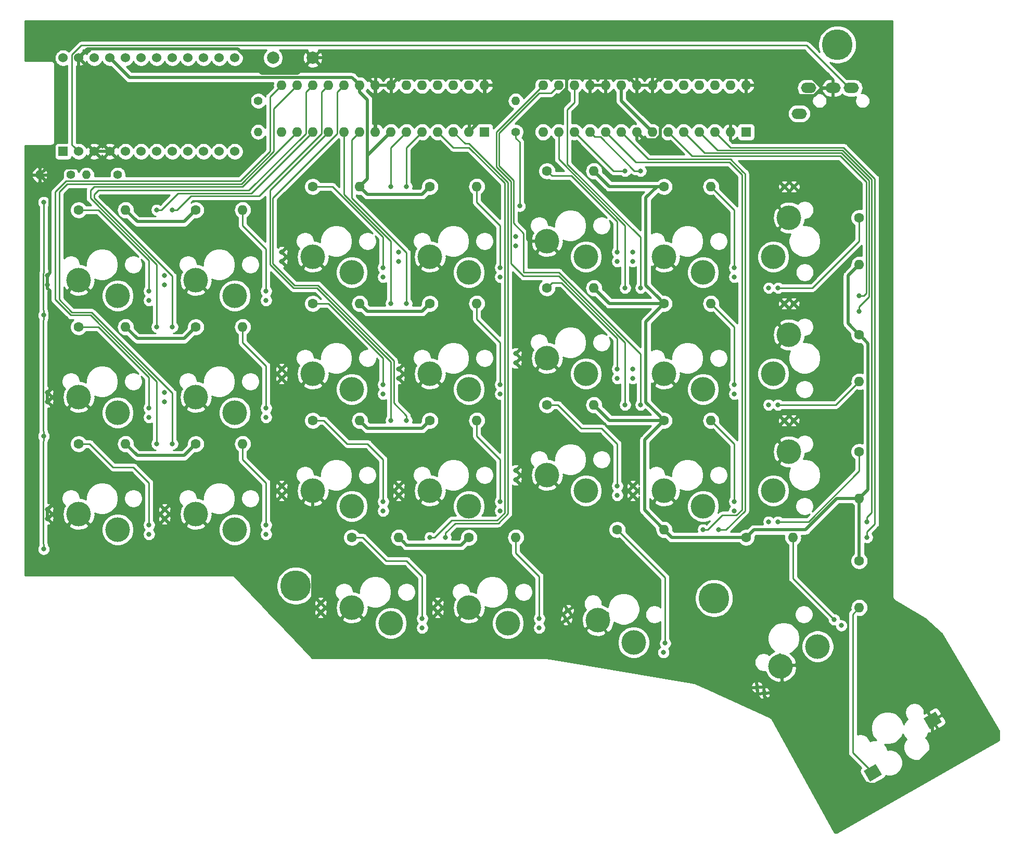
<source format=gbr>
G04 #@! TF.GenerationSoftware,KiCad,Pcbnew,(5.1.2)-1*
G04 #@! TF.CreationDate,2019-11-10T23:35:37+09:00*
G04 #@! TF.ProjectId,pcb2,70636232-2e6b-4696-9361-645f70636258,rev?*
G04 #@! TF.SameCoordinates,Original*
G04 #@! TF.FileFunction,Copper,L2,Bot*
G04 #@! TF.FilePolarity,Positive*
%FSLAX46Y46*%
G04 Gerber Fmt 4.6, Leading zero omitted, Abs format (unit mm)*
G04 Created by KiCad (PCBNEW (5.1.2)-1) date 2019-11-10 23:35:37*
%MOMM*%
%LPD*%
G04 APERTURE LIST*
%ADD10C,5.000000*%
%ADD11C,0.800000*%
%ADD12C,4.000000*%
%ADD13O,1.600000X1.600000*%
%ADD14C,1.600000*%
%ADD15C,2.000000*%
%ADD16C,0.100000*%
%ADD17R,1.600000X1.600000*%
%ADD18C,1.524000*%
%ADD19R,1.524000X1.524000*%
%ADD20O,1.400000X1.400000*%
%ADD21C,1.400000*%
%ADD22O,2.500000X1.700000*%
%ADD23C,0.250000*%
%ADD24C,0.500000*%
%ADD25C,0.254000*%
G04 APERTURE END LIST*
D10*
X322834000Y84074000D03*
X302768000Y-6096000D03*
X234696000Y-4064000D03*
D11*
X210820000Y5842000D03*
X194310000Y8382000D03*
X210820000Y4318000D03*
X194310000Y6858000D03*
D12*
X199390000Y7620000D03*
X205740000Y5080000D03*
D11*
X306070000Y9652000D03*
X289560000Y12192000D03*
X306070000Y8128000D03*
X289560000Y10668000D03*
D12*
X294640000Y11430000D03*
X300990000Y8890000D03*
D11*
X287020000Y31242000D03*
X270510000Y33782000D03*
X287020000Y29718000D03*
X270510000Y32258000D03*
D12*
X275590000Y33020000D03*
X281940000Y30480000D03*
D13*
X226060000Y38100000D03*
D14*
X218440000Y38100000D03*
D11*
X210820000Y24892000D03*
X194310000Y27432000D03*
X210820000Y23368000D03*
X194310000Y25908000D03*
D12*
X199390000Y26670000D03*
X205740000Y24130000D03*
D11*
X255270000Y-9398000D03*
X238760000Y-6858000D03*
X255270000Y-10922000D03*
X238760000Y-8382000D03*
D12*
X243840000Y-7620000D03*
X250190000Y-10160000D03*
D11*
X248920000Y9652000D03*
X232410000Y12192000D03*
X248920000Y8128000D03*
X232410000Y10668000D03*
D12*
X237490000Y11430000D03*
X243840000Y8890000D03*
D15*
X328609179Y-34519665D03*
D16*
G36*
X329105108Y-33078640D02*
G01*
X330105108Y-34810690D01*
X328113250Y-35960690D01*
X327113250Y-34228640D01*
X329105108Y-33078640D01*
X329105108Y-33078640D01*
G37*
D15*
X338337702Y-25969961D03*
D16*
G36*
X338833631Y-24528936D02*
G01*
X339833631Y-26260986D01*
X337841773Y-27410986D01*
X336841773Y-25678936D01*
X338833631Y-24528936D01*
X338833631Y-24528936D01*
G37*
D11*
X322309238Y-9565401D03*
X309751062Y-20580114D03*
X323476690Y-10545010D03*
X310918514Y-21559723D03*
D12*
X313600149Y-17178413D03*
X319627603Y-13946711D03*
D11*
X306070000Y28702000D03*
X289560000Y31242000D03*
X306070000Y27178000D03*
X289560000Y29718000D03*
D12*
X294640000Y30480000D03*
X300990000Y27940000D03*
D11*
X313182000Y25400000D03*
X315722000Y41910000D03*
X311658000Y25400000D03*
X314198000Y41910000D03*
D12*
X314960000Y36830000D03*
X312420000Y30480000D03*
D11*
X229870000Y43942000D03*
X213360000Y46482000D03*
X229870000Y42418000D03*
X213360000Y44958000D03*
D12*
X218440000Y45720000D03*
X224790000Y43180000D03*
D13*
X307975000Y77470000D03*
X274955000Y69850000D03*
X305435000Y77470000D03*
X277495000Y69850000D03*
X302895000Y77470000D03*
X280035000Y69850000D03*
X300355000Y77470000D03*
X282575000Y69850000D03*
X297815000Y77470000D03*
X285115000Y69850000D03*
X295275000Y77470000D03*
X287655000Y69850000D03*
X292735000Y77470000D03*
X290195000Y69850000D03*
X290195000Y77470000D03*
X292735000Y69850000D03*
X287655000Y77470000D03*
X295275000Y69850000D03*
X285115000Y77470000D03*
X297815000Y69850000D03*
X282575000Y77470000D03*
X300355000Y69850000D03*
X280035000Y77470000D03*
X302895000Y69850000D03*
X277495000Y77470000D03*
X305435000Y69850000D03*
X274955000Y77470000D03*
D17*
X307975000Y69850000D03*
D13*
X265430000Y77470000D03*
X232410000Y69850000D03*
X262890000Y77470000D03*
X234950000Y69850000D03*
X260350000Y77470000D03*
X237490000Y69850000D03*
X257810000Y77470000D03*
X240030000Y69850000D03*
X255270000Y77470000D03*
X242570000Y69850000D03*
X252730000Y77470000D03*
X245110000Y69850000D03*
X250190000Y77470000D03*
X247650000Y69850000D03*
X247650000Y77470000D03*
X250190000Y69850000D03*
X245110000Y77470000D03*
X252730000Y69850000D03*
X242570000Y77470000D03*
X255270000Y69850000D03*
X240030000Y77470000D03*
X257810000Y69850000D03*
X237490000Y77470000D03*
X260350000Y69850000D03*
X234950000Y77470000D03*
X262890000Y69850000D03*
X232410000Y77470000D03*
D17*
X265430000Y69850000D03*
D18*
X224790000Y81915000D03*
X222250000Y81915000D03*
X219710000Y81915000D03*
X217170000Y81915000D03*
X214630000Y81915000D03*
X212090000Y81915000D03*
X209550000Y81915000D03*
X207010000Y81915000D03*
X204470000Y81915000D03*
X201930000Y81915000D03*
X199390000Y81915000D03*
X196850000Y81915000D03*
X224790000Y66675000D03*
X222250000Y66675000D03*
X219710000Y66675000D03*
X217170000Y66675000D03*
X214630000Y66675000D03*
X212090000Y66675000D03*
X209550000Y66675000D03*
X207010000Y66675000D03*
X204470000Y66675000D03*
X201930000Y66675000D03*
X199390000Y66675000D03*
D19*
X196850000Y66675000D03*
D11*
X274320000Y-9398000D03*
X257810000Y-6858000D03*
X274320000Y-10922000D03*
X257810000Y-8382000D03*
D12*
X262890000Y-7620000D03*
X269240000Y-10160000D03*
D11*
X313189704Y44450000D03*
X315729704Y60960000D03*
X311665704Y44450000D03*
X314205704Y60960000D03*
D12*
X314967704Y55880000D03*
X312427704Y49530000D03*
D11*
X287020000Y12192000D03*
X270510000Y14732000D03*
X287020000Y10668000D03*
X270510000Y13208000D03*
D12*
X275590000Y13970000D03*
X281940000Y11430000D03*
D11*
X229870000Y5842000D03*
X213360000Y8382000D03*
X229870000Y4318000D03*
X213360000Y6858000D03*
D12*
X218440000Y7620000D03*
X224790000Y5080000D03*
D11*
X306070000Y47752000D03*
X289560000Y50292000D03*
X306070000Y46228000D03*
X289560000Y48768000D03*
D12*
X294640000Y49530000D03*
X300990000Y46990000D03*
D11*
X287020000Y50292000D03*
X270510000Y52832000D03*
X287020000Y48768000D03*
X270510000Y51308000D03*
D12*
X275590000Y52070000D03*
X281940000Y49530000D03*
D11*
X267970000Y47752000D03*
X251460000Y50292000D03*
X267970000Y46228000D03*
X251460000Y48768000D03*
D12*
X256540000Y49530000D03*
X262890000Y46990000D03*
D11*
X267970000Y28702000D03*
X251460000Y31242000D03*
X267970000Y27178000D03*
X251460000Y29718000D03*
D12*
X256540000Y30480000D03*
X262890000Y27940000D03*
D11*
X313182000Y6350000D03*
X315722000Y22860000D03*
X311658000Y6350000D03*
X314198000Y22860000D03*
D12*
X314960000Y17780000D03*
X312420000Y11430000D03*
D11*
X248920000Y47752000D03*
X232410000Y50292000D03*
X248920000Y46228000D03*
X232410000Y48768000D03*
D12*
X237490000Y49530000D03*
X243840000Y46990000D03*
D11*
X248920000Y28702000D03*
X232410000Y31242000D03*
X248920000Y27178000D03*
X232410000Y29718000D03*
D12*
X237490000Y30480000D03*
X243840000Y27940000D03*
D11*
X267970000Y9652000D03*
X251460000Y12192000D03*
X267970000Y8128000D03*
X251460000Y10668000D03*
D12*
X256540000Y11430000D03*
X262890000Y8890000D03*
D11*
X229870000Y24892000D03*
X213360000Y27432000D03*
X229870000Y23368000D03*
X213360000Y25908000D03*
D12*
X218440000Y26670000D03*
X224790000Y24130000D03*
D11*
X294812523Y-13428715D03*
X278994414Y-8060372D03*
X294547883Y-14929562D03*
X278729774Y-9561219D03*
D12*
X283864917Y-9692928D03*
X289677380Y-13297006D03*
D15*
X230990000Y81915000D03*
X237490000Y81915000D03*
D11*
X210820000Y43942000D03*
X194310000Y46482000D03*
X210820000Y42418000D03*
X194310000Y44958000D03*
D12*
X199390000Y45720000D03*
X205740000Y43180000D03*
D20*
X270510000Y74930000D03*
D21*
X270510000Y69850000D03*
D13*
X251460000Y3810000D03*
D14*
X243840000Y3810000D03*
D13*
X326390000Y48260000D03*
D14*
X326390000Y55880000D03*
D13*
X283210000Y25400000D03*
D14*
X275590000Y25400000D03*
D13*
X207010000Y19050000D03*
D14*
X199390000Y19050000D03*
D13*
X283210000Y63500000D03*
D14*
X275590000Y63500000D03*
D13*
X283210000Y44450000D03*
D14*
X275590000Y44450000D03*
D13*
X326390000Y10160000D03*
D14*
X326390000Y17780000D03*
D13*
X245110000Y60960000D03*
D14*
X237490000Y60960000D03*
D13*
X245110000Y41910000D03*
D14*
X237490000Y41910000D03*
D13*
X294640000Y5080000D03*
D14*
X287020000Y5080000D03*
D13*
X245110000Y22860000D03*
D14*
X237490000Y22860000D03*
D20*
X228600000Y69850000D03*
D21*
X228600000Y74930000D03*
D13*
X207010000Y38100000D03*
D14*
X199390000Y38100000D03*
D13*
X207010000Y57150000D03*
D14*
X199390000Y57150000D03*
D22*
X316620000Y72830000D03*
X318120000Y77030000D03*
X322120000Y77030000D03*
X325120000Y77030000D03*
D13*
X270510000Y3810000D03*
D14*
X262890000Y3810000D03*
D13*
X326390000Y29210000D03*
D14*
X326390000Y36830000D03*
D13*
X302260000Y22860000D03*
D14*
X294640000Y22860000D03*
D13*
X226060000Y19050000D03*
D14*
X218440000Y19050000D03*
D13*
X302260000Y60960000D03*
D14*
X294640000Y60960000D03*
D13*
X302260000Y41910000D03*
D14*
X294640000Y41910000D03*
D13*
X326390000Y-7620000D03*
D14*
X326390000Y0D03*
D13*
X264160000Y60960000D03*
D14*
X256540000Y60960000D03*
D13*
X264160000Y41910000D03*
D14*
X256540000Y41910000D03*
D13*
X315595000Y3810000D03*
D14*
X307975000Y3810000D03*
D13*
X264160000Y22860000D03*
D14*
X256540000Y22860000D03*
D13*
X226060000Y57150000D03*
D14*
X218440000Y57150000D03*
D20*
X193040000Y62865000D03*
D21*
X198120000Y62865000D03*
D20*
X200660000Y62865000D03*
D21*
X205740000Y62865000D03*
D11*
X193675000Y1905000D03*
X193675000Y40005000D03*
X193675000Y58420000D03*
X193675000Y20320000D03*
X325664300Y-36285700D03*
X214630000Y19050000D03*
X212090000Y19050000D03*
X259080000Y3810000D03*
X326390000Y40640000D03*
X290830000Y25400000D03*
X288290000Y25400000D03*
X327660000Y3810000D03*
X290830000Y63500000D03*
X252730000Y60960000D03*
X256540000Y3810000D03*
X214630000Y57150000D03*
X214630000Y38100000D03*
X288290000Y63500000D03*
X290830000Y44450000D03*
X250190000Y22860000D03*
X250190000Y60960000D03*
X252730000Y41910000D03*
X252730000Y22860000D03*
X303530000Y5080000D03*
X288290000Y44450000D03*
X212090000Y38100000D03*
X212090000Y57150000D03*
X327660000Y6350000D03*
X250190000Y41910000D03*
X326390000Y43180000D03*
X300990000Y5080000D03*
X271145000Y57785000D03*
D23*
X193675000Y40755000D02*
X193675000Y40005000D01*
X193584999Y40845001D02*
X193675000Y40755000D01*
X193584999Y46830001D02*
X193584999Y40845001D01*
X193675000Y46920002D02*
X193584999Y46830001D01*
X193675000Y58420000D02*
X193675000Y46920002D01*
X193675000Y21070000D02*
X193675000Y20320000D01*
X193584999Y21160001D02*
X193675000Y21070000D01*
X193584999Y39164999D02*
X193584999Y21160001D01*
X193675000Y39255000D02*
X193584999Y39164999D01*
X193675000Y40005000D02*
X193675000Y39255000D01*
X193675000Y2655000D02*
X193675000Y1905000D01*
X193584999Y2745001D02*
X193675000Y2655000D01*
X193584999Y19479999D02*
X193584999Y2745001D01*
X193675000Y19570000D02*
X193584999Y19479999D01*
X193675000Y20320000D02*
X193675000Y20320000D01*
X193675000Y20320000D02*
X193675000Y19570000D01*
X293370000Y43180000D02*
X294640000Y41910000D01*
X293370000Y24130000D02*
X294640000Y22860000D01*
D24*
X287655000Y74930000D02*
X292735000Y69850000D01*
X287655000Y77470000D02*
X287655000Y74930000D01*
X244310001Y78269999D02*
X245110000Y77470000D01*
X243840000Y78740000D02*
X244310001Y78269999D01*
X207645000Y78740000D02*
X243840000Y78740000D01*
X204470000Y81915000D02*
X207645000Y78740000D01*
X245909999Y61759999D02*
X245110000Y60960000D01*
X246360001Y62210001D02*
X245909999Y61759999D01*
X245110000Y76338630D02*
X246360001Y75088629D01*
X245110000Y77470000D02*
X245110000Y76338630D01*
X250190000Y69850000D02*
X246360001Y66020001D01*
X246360001Y75088629D02*
X246360001Y66020001D01*
X246360001Y66020001D02*
X246360001Y62210001D01*
X255740001Y60160001D02*
X256540000Y60960000D01*
X255270000Y59690000D02*
X255740001Y60160001D01*
X246380000Y59690000D02*
X255270000Y59690000D01*
X245110000Y60960000D02*
X246380000Y59690000D01*
X285750000Y60960000D02*
X294640000Y60960000D01*
X283210000Y63500000D02*
X285750000Y60960000D01*
X293840001Y42709999D02*
X294640000Y41910000D01*
X291680001Y44869999D02*
X293840001Y42709999D01*
X291680001Y59131371D02*
X291680001Y44869999D01*
X293508630Y60960000D02*
X291680001Y59131371D01*
X294640000Y60960000D02*
X293508630Y60960000D01*
X285750000Y41910000D02*
X294640000Y41910000D01*
X283210000Y44450000D02*
X285750000Y41910000D01*
X293840001Y23659999D02*
X294640000Y22860000D01*
X291680001Y25819999D02*
X293840001Y23659999D01*
X291680001Y38950001D02*
X291680001Y25819999D01*
X294640000Y41910000D02*
X291680001Y38950001D01*
X285750000Y22860000D02*
X294640000Y22860000D01*
X283210000Y25400000D02*
X285750000Y22860000D01*
X291465000Y8255000D02*
X294640000Y5080000D01*
X291465000Y19685000D02*
X291465000Y8255000D01*
X294640000Y22860000D02*
X291465000Y19685000D01*
X295910000Y3810000D02*
X307975000Y3810000D01*
X294640000Y5080000D02*
X295910000Y3810000D01*
X307975000Y3810000D02*
X309225001Y5060001D01*
X326390000Y0D02*
X326390000Y10160000D01*
X327189999Y36030001D02*
X326390000Y36830000D01*
X327840011Y35379989D02*
X327189999Y36030001D01*
X327840011Y11610011D02*
X327840011Y35379989D01*
X326390000Y10160000D02*
X327840011Y11610011D01*
X325590001Y47460001D02*
X326390000Y48260000D01*
X324574093Y46444093D02*
X325590001Y47460001D01*
X324574093Y38645907D02*
X324574093Y46444093D01*
X326390000Y36830000D02*
X324574093Y38645907D01*
X252259999Y3010001D02*
X251460000Y3810000D01*
X252730000Y2540000D02*
X252259999Y3010001D01*
X261620000Y2540000D02*
X252730000Y2540000D01*
X262890000Y3810000D02*
X261620000Y2540000D01*
X255740001Y22060001D02*
X256540000Y22860000D01*
X255270000Y21590000D02*
X255740001Y22060001D01*
X246380000Y21590000D02*
X255270000Y21590000D01*
X245110000Y22860000D02*
X246380000Y21590000D01*
X217640001Y37300001D02*
X218440000Y38100000D01*
X216535000Y36195000D02*
X217640001Y37300001D01*
X208915000Y36195000D02*
X216535000Y36195000D01*
X207010000Y38100000D02*
X208915000Y36195000D01*
X207010000Y19050000D02*
X208915000Y17145000D01*
X216535000Y17145000D02*
X218440000Y19050000D01*
X208915000Y17145000D02*
X216535000Y17145000D01*
X255740001Y41110001D02*
X256540000Y41910000D01*
X255270000Y40640000D02*
X255740001Y41110001D01*
X246380000Y40640000D02*
X255270000Y40640000D01*
X245110000Y41910000D02*
X246380000Y40640000D01*
X216535000Y55245000D02*
X218440000Y57150000D01*
X207010000Y57150000D02*
X208915000Y55245000D01*
X208915000Y55245000D02*
X216535000Y55245000D01*
X317658187Y5060001D02*
X322758186Y10160000D01*
X309225001Y5060001D02*
X317658187Y5060001D01*
X322758186Y10160000D02*
X326390000Y10160000D01*
D23*
X289069999Y78595001D02*
X289395001Y78269999D01*
X279494999Y78595001D02*
X289069999Y78595001D01*
X278909999Y76981409D02*
X278909999Y78010001D01*
X273119999Y71191409D02*
X278909999Y76981409D01*
X251315001Y78595001D02*
X278324999Y78595001D01*
X250190000Y77470000D02*
X251315001Y78595001D01*
X199390000Y81915000D02*
X200477001Y83002001D01*
X246850001Y78269999D02*
X247650000Y77470000D01*
X246074989Y79045011D02*
X246850001Y78269999D01*
X294149999Y70390001D02*
X299614988Y75854990D01*
X294149999Y69359999D02*
X294149999Y70390001D01*
X293514999Y68724999D02*
X294149999Y69359999D01*
X291320001Y68724999D02*
X293514999Y68724999D01*
X290195000Y69850000D02*
X291320001Y68724999D01*
X198628000Y27432000D02*
X199390000Y26670000D01*
X198628000Y25908000D02*
X199390000Y26670000D01*
D24*
X199390000Y69215000D02*
X201930000Y66675000D01*
X199390000Y81915000D02*
X199390000Y69215000D01*
X201930000Y66675000D02*
X204470000Y66675000D01*
X193739999Y63564999D02*
X193040000Y62865000D01*
X194190001Y64015001D02*
X193739999Y63564999D01*
X199270001Y64015001D02*
X194190001Y64015001D01*
X201930000Y66675000D02*
X199270001Y64015001D01*
X243205000Y81915000D02*
X247650000Y77470000D01*
X237490000Y81915000D02*
X243205000Y81915000D01*
X247650000Y77470000D02*
X250190000Y77470000D01*
X247650000Y77470000D02*
X247650000Y69850000D01*
X289395001Y78269999D02*
X290195000Y77470000D01*
X288944999Y78720001D02*
X289395001Y78269999D01*
X250190000Y77470000D02*
X251440001Y78720001D01*
X290195000Y77470000D02*
X292735000Y77470000D01*
X320370000Y77030000D02*
X322120000Y77030000D01*
X318679999Y78720001D02*
X320370000Y77030000D01*
X293985001Y78720001D02*
X318679999Y78720001D01*
X292735000Y77470000D02*
X293985001Y78720001D01*
X320358491Y77030000D02*
X319058481Y75729990D01*
X322120000Y77030000D02*
X320358491Y77030000D01*
X299739988Y75729990D02*
X299304988Y75729990D01*
X300825010Y75729990D02*
X299739988Y75729990D01*
X290994999Y69050001D02*
X290195000Y69850000D01*
X300825010Y75729990D02*
X299304988Y75729990D01*
X299304988Y75729990D02*
X294005000Y70430002D01*
X294005000Y70430002D02*
X294005000Y69269998D01*
X294005000Y69269998D02*
X293335001Y68599999D01*
X293335001Y68599999D02*
X291445001Y68599999D01*
X291445001Y68599999D02*
X290994999Y69050001D01*
X278784999Y76909997D02*
X273119999Y71244997D01*
X278784999Y78720001D02*
X278784999Y76909997D01*
D23*
X273119999Y57080001D02*
X273119999Y71191409D01*
D24*
X274898998Y52070000D02*
X275590000Y52070000D01*
X272415000Y55880000D02*
X272415000Y54553998D01*
X273119999Y56584999D02*
X272415000Y55880000D01*
X273119999Y57854999D02*
X273119999Y56584999D01*
X273119999Y57854999D02*
X273119999Y57080001D01*
X273119999Y71244997D02*
X273119999Y57854999D01*
X225244999Y83365001D02*
X229169990Y79440010D01*
X199390000Y81915000D02*
X200840001Y83365001D01*
X200840001Y83365001D02*
X225244999Y83365001D01*
X235015010Y79440010D02*
X237490000Y81915000D01*
X229169990Y79440010D02*
X235015010Y79440010D01*
X194709999Y46881999D02*
X194310000Y46482000D01*
X194709999Y61195001D02*
X194709999Y46881999D01*
X193040000Y62865000D02*
X194709999Y61195001D01*
X194709999Y27831999D02*
X194310000Y27432000D01*
X194709999Y43992316D02*
X194709999Y27831999D01*
X194310000Y44392315D02*
X194709999Y43992316D01*
X194310000Y44958000D02*
X194310000Y44392315D01*
X194709999Y8781999D02*
X194310000Y8382000D01*
X194945000Y9017000D02*
X194709999Y8781999D01*
X194945000Y25273000D02*
X194945000Y9017000D01*
X194310000Y25908000D02*
X194945000Y25273000D01*
X237490000Y-5588000D02*
X238760000Y-6858000D01*
X237490000Y11430000D02*
X237490000Y-5588000D01*
X272761573Y52070000D02*
X275590000Y52070000D01*
X272415000Y52416573D02*
X272761573Y52070000D01*
X272415000Y55880000D02*
X272415000Y52416573D01*
X194310000Y27432000D02*
X194310000Y25908000D01*
X194310000Y46482000D02*
X194310000Y44958000D01*
X194310000Y8382000D02*
X194310000Y6858000D01*
X325098615Y-36285700D02*
X325664300Y-36285700D01*
X325078806Y-36285700D02*
X325098615Y-36285700D01*
X310918514Y-22125408D02*
X325078806Y-36285700D01*
X310918514Y-21559723D02*
X310918514Y-22125408D01*
X338337702Y-27224661D02*
X338337702Y-25969961D01*
X338337702Y-30638553D02*
X338337702Y-27224661D01*
X332565555Y-36410700D02*
X338337702Y-30638553D01*
X327926848Y-36410700D02*
X332565555Y-36410700D01*
X327801848Y-36285700D02*
X327926848Y-36410700D01*
X325664300Y-36285700D02*
X327801848Y-36285700D01*
X307975000Y75894980D02*
X308139990Y75729990D01*
X307975000Y77470000D02*
X307975000Y75894980D01*
X319058481Y75729990D02*
X308139990Y75729990D01*
X308139990Y75729990D02*
X300825010Y75729990D01*
X305435000Y69850000D02*
X305435000Y72390000D01*
X307975000Y74930000D02*
X307975000Y77470000D01*
X305435000Y72390000D02*
X307975000Y74930000D01*
X282575000Y77470000D02*
X285115000Y77470000D01*
X285115000Y78700002D02*
X285095001Y78720001D01*
X285115000Y77470000D02*
X285115000Y78700002D01*
X278784999Y78720001D02*
X285095001Y78720001D01*
X285095001Y78720001D02*
X288944999Y78720001D01*
X265430000Y72390000D02*
X265430000Y77470000D01*
X262890000Y69850000D02*
X265430000Y72390000D01*
X265430000Y78700002D02*
X265449999Y78720001D01*
X265430000Y77470000D02*
X265430000Y78700002D01*
X251440001Y78720001D02*
X265449999Y78720001D01*
X265449999Y78720001D02*
X278784999Y78720001D01*
D23*
X226060000Y54610000D02*
X229870000Y50800000D01*
X229870000Y50800000D02*
X229870000Y43942000D01*
X226060000Y57150000D02*
X226060000Y54610000D01*
X226060000Y35560000D02*
X229870000Y31750000D01*
X229870000Y31750000D02*
X229870000Y24892000D01*
X226060000Y38100000D02*
X226060000Y35560000D01*
X264160000Y20320000D02*
X267970000Y16510000D01*
X267970000Y16510000D02*
X267970000Y9652000D01*
X264160000Y22860000D02*
X264160000Y20320000D01*
X315595000Y-2851163D02*
X322309238Y-9565401D01*
X315595000Y3810000D02*
X315595000Y-2851163D01*
X264160000Y39370000D02*
X267970000Y35560000D01*
X267970000Y35560000D02*
X267970000Y28702000D01*
X264160000Y41910000D02*
X264160000Y39370000D01*
X264160000Y58420000D02*
X267970000Y54610000D01*
X267970000Y54610000D02*
X267970000Y47752000D01*
X264160000Y60960000D02*
X264160000Y58420000D01*
X306070000Y38100000D02*
X306070000Y28702000D01*
X302260000Y41910000D02*
X306070000Y38100000D01*
X306070000Y57150000D02*
X306070000Y47752000D01*
X302260000Y60960000D02*
X306070000Y57150000D01*
X226060000Y19050000D02*
X226060000Y16510000D01*
X226060000Y16510000D02*
X229870000Y12700000D01*
X229870000Y12700000D02*
X229870000Y5842000D01*
X302260000Y22860000D02*
X306070000Y19050000D01*
X306070000Y19050000D02*
X306070000Y9652000D01*
X270510000Y1270000D02*
X274320000Y-2540000D01*
X274320000Y-2540000D02*
X274320000Y-9398000D01*
X270510000Y3810000D02*
X270510000Y1270000D01*
X234950000Y77470000D02*
X231140000Y73660000D01*
X231140000Y73660000D02*
X231140000Y66673590D01*
X231140000Y66673590D02*
X225856400Y61389990D01*
X225856400Y61389990D02*
X197543599Y61389989D01*
X196215000Y60061390D02*
X196215000Y42546410D01*
X197543599Y61389989D02*
X196215000Y60061390D01*
X196215000Y42546410D02*
X198120705Y40640705D01*
X214630000Y27306410D02*
X214630000Y19050000D01*
X201481401Y40455009D02*
X214630000Y27306410D01*
X198306401Y40455009D02*
X201481401Y40455009D01*
X196215000Y42546410D02*
X198306401Y40455009D01*
X196215000Y43180000D02*
X196215000Y42546410D01*
X210820000Y48893590D02*
X210820000Y43942000D01*
X199390000Y57150000D02*
X202563590Y57150000D01*
X202563590Y57150000D02*
X210820000Y48893590D01*
X230505000Y75565000D02*
X232410000Y77470000D01*
X230505000Y66675000D02*
X230505000Y75565000D01*
X197357199Y61839999D02*
X225669999Y61839999D01*
X212090000Y29210000D02*
X201295000Y40005000D01*
X201295000Y40005000D02*
X198120000Y40005000D01*
X198120000Y40005000D02*
X195580000Y42545000D01*
X225669999Y61839999D02*
X230505000Y66675000D01*
X212090000Y19050000D02*
X212090000Y29210000D01*
X195580000Y60062800D02*
X195580000Y42545000D01*
X197357199Y61839999D02*
X195580000Y60062800D01*
X259080000Y4560000D02*
X260634989Y6114989D01*
X259080000Y3810000D02*
X259080000Y4560000D01*
X267666401Y6114989D02*
X269240000Y7688588D01*
X260634989Y6114989D02*
X267666401Y6114989D01*
X269240000Y61596410D02*
X262891410Y67945000D01*
X269240000Y7688588D02*
X269240000Y61596410D01*
X262255000Y67945000D02*
X260350000Y69850000D01*
X262891410Y67945000D02*
X262255000Y67945000D01*
X210820000Y29843590D02*
X210820000Y24892000D01*
X199390000Y38100000D02*
X202563590Y38100000D01*
X202563590Y38100000D02*
X210820000Y29843590D01*
X326390000Y40640000D02*
X326390000Y41390000D01*
X326390000Y41390000D02*
X327965011Y42965011D01*
X327965011Y61923579D02*
X323478610Y66409980D01*
X327965011Y42965011D02*
X327965011Y61923579D01*
X301255020Y66409980D02*
X297815000Y69850000D01*
X323478610Y66409980D02*
X301255020Y66409980D01*
X290830000Y33656410D02*
X290830000Y25400000D01*
X277496410Y46990000D02*
X290830000Y33656410D01*
X271781410Y46990000D02*
X277496410Y46990000D01*
X271781410Y53338590D02*
X271781410Y46990000D01*
X270140020Y54979980D02*
X271781410Y53338590D01*
X277495000Y77470000D02*
X276224295Y76199295D01*
X276224295Y76199295D02*
X274320705Y76199295D01*
X274320705Y76199295D02*
X267785010Y69663600D01*
X267785010Y69663600D02*
X267785010Y64324220D01*
X267785010Y64324220D02*
X270140020Y61969210D01*
X270140020Y61969210D02*
X270140020Y54979980D01*
X243076002Y19050000D02*
X246380000Y19050000D01*
X248920000Y16510000D02*
X248920000Y9652000D01*
X246380000Y19050000D02*
X248920000Y16510000D01*
X237490000Y22860000D02*
X239266002Y22860000D01*
X239266002Y22860000D02*
X243076002Y19050000D01*
X288290000Y35560000D02*
X288290000Y25400000D01*
X277495000Y46355000D02*
X288290000Y35560000D01*
X267335000Y69850000D02*
X267335000Y64137820D01*
X267335000Y64137820D02*
X269690010Y61782810D01*
X274955000Y77470000D02*
X267335000Y69850000D01*
X269690010Y61782810D02*
X269690010Y48444990D01*
X269690010Y48444990D02*
X271780000Y46355000D01*
X271780000Y46355000D02*
X277495000Y46355000D01*
X305435000Y67310000D02*
X302895000Y69850000D01*
X323854230Y67310000D02*
X305435000Y67310000D01*
X328930000Y62234230D02*
X323854230Y67310000D01*
X328930000Y6034998D02*
X328930000Y62234230D01*
X327660000Y3810000D02*
X327660000Y4764998D01*
X327660000Y4764998D02*
X328930000Y6034998D01*
X294812523Y-2712523D02*
X294812523Y-13428715D01*
X287020000Y5080000D02*
X294812523Y-2712523D01*
X283374999Y69050001D02*
X282575000Y69850000D01*
X284249997Y69050001D02*
X283374999Y69050001D01*
X289799998Y63500000D02*
X284249997Y69050001D01*
X290830000Y63500000D02*
X289799998Y63500000D01*
X252730000Y67310000D02*
X255270000Y69850000D01*
X252730000Y60960000D02*
X252730000Y67310000D01*
X237490000Y41910000D02*
X240028590Y41910000D01*
X248920000Y33018590D02*
X248920000Y28702000D01*
X240028590Y41910000D02*
X248920000Y33018590D01*
X260350000Y67310000D02*
X257810000Y69850000D01*
X262890000Y67310000D02*
X260350000Y67310000D01*
X257290000Y3810000D02*
X260044999Y6564999D01*
X256540000Y3810000D02*
X257290000Y3810000D01*
X260044999Y6564999D02*
X267480001Y6564999D01*
X267480001Y6564999D02*
X268695001Y7779999D01*
X268695001Y7779999D02*
X268695001Y61504999D01*
X268695001Y61504999D02*
X262890000Y67310000D01*
X239230001Y76670001D02*
X240030000Y77470000D01*
X238904999Y76344999D02*
X239230001Y76670001D01*
X238904999Y69599997D02*
X238904999Y76344999D01*
X228729982Y59424980D02*
X238904999Y69599997D01*
X217654980Y59424980D02*
X228729982Y59424980D01*
X215380000Y57150000D02*
X217654980Y59424980D01*
X214630000Y57150000D02*
X215380000Y57150000D01*
X248920000Y52703590D02*
X248920000Y47752000D01*
X237490000Y60960000D02*
X240663590Y60960000D01*
X240663590Y60960000D02*
X248920000Y52703590D01*
X236690001Y76670001D02*
X237490000Y77470000D01*
X236364999Y76344999D02*
X236690001Y76670001D01*
X236364999Y69599997D02*
X236364999Y76344999D01*
X214630000Y38100000D02*
X214630000Y46356410D01*
X214630000Y46356410D02*
X201930705Y59055705D01*
X201930705Y59055705D02*
X201930705Y59690705D01*
X201930705Y59690705D02*
X202565000Y60325000D01*
X202565000Y60325000D02*
X227090002Y60325000D01*
X227090002Y60325000D02*
X236364999Y69599997D01*
X286385000Y63500000D02*
X280035000Y69850000D01*
X288290000Y63500000D02*
X286385000Y63500000D01*
X276389999Y45249999D02*
X277963591Y45249999D01*
X275590000Y44450000D02*
X276389999Y45249999D01*
X287020000Y36193590D02*
X287020000Y31242000D01*
X277963591Y45249999D02*
X287020000Y36193590D01*
X290830000Y52706410D02*
X290830000Y44450000D01*
X278909999Y64626411D02*
X290830000Y52706410D01*
X280035000Y74640002D02*
X278909999Y73515001D01*
X280035000Y77470000D02*
X280035000Y74640002D01*
X278909999Y73515001D02*
X278909999Y64626411D01*
X250190000Y22860000D02*
X250190000Y32385000D01*
X250190000Y32385000D02*
X238125000Y44450000D01*
X234315000Y44450000D02*
X230505000Y48260000D01*
X238125000Y44450000D02*
X234315000Y44450000D01*
X230505000Y60325000D02*
X240030000Y69850000D01*
X230505000Y48260000D02*
X230505000Y60325000D01*
X276389999Y62700001D02*
X279563589Y62700001D01*
X275590000Y63500000D02*
X276389999Y62700001D01*
X287020000Y55243590D02*
X287020000Y50292000D01*
X279563589Y62700001D02*
X287020000Y55243590D01*
X250190000Y67310000D02*
X252730000Y69850000D01*
X250190000Y60960000D02*
X250190000Y67310000D01*
X252730000Y50166410D02*
X252730000Y41910000D01*
X243838590Y59057820D02*
X252730000Y50166410D01*
X243838590Y68578590D02*
X243838590Y59057820D01*
X245110000Y69850000D02*
X243838590Y68578590D01*
X201166002Y19050000D02*
X204976002Y15240000D01*
X199390000Y19050000D02*
X201166002Y19050000D01*
X204976002Y15240000D02*
X208280000Y15240000D01*
X210820000Y12700000D02*
X210820000Y5842000D01*
X208280000Y15240000D02*
X210820000Y12700000D01*
X241770001Y76670001D02*
X242570000Y77470000D01*
X241444999Y76344999D02*
X241770001Y76670001D01*
X241444999Y69599997D02*
X241444999Y76344999D01*
X230955010Y59110008D02*
X241444999Y69599997D01*
X230955010Y48446400D02*
X230955010Y59110008D01*
X252730000Y23610000D02*
X250640009Y25699991D01*
X250640009Y25699991D02*
X250640009Y32571401D01*
X252730000Y22860000D02*
X252730000Y23610000D01*
X250640009Y32571401D02*
X238311401Y44900009D01*
X238311401Y44900009D02*
X234501401Y44900009D01*
X234501401Y44900009D02*
X230955010Y48446400D01*
X304731412Y5080000D02*
X307790010Y8138598D01*
X307790010Y8138598D02*
X307790010Y63051400D01*
X303530000Y5080000D02*
X304731412Y5080000D01*
X307526400Y63315010D02*
X307524990Y63315010D01*
X307790010Y63051400D02*
X307526400Y63315010D01*
X307524990Y63315010D02*
X305435000Y65405000D01*
X292100000Y65405000D02*
X287655000Y69850000D01*
X305435000Y65405000D02*
X292100000Y65405000D01*
X281176002Y21590000D02*
X284480000Y21590000D01*
X287020000Y19050000D02*
X287020000Y12192000D01*
X284480000Y21590000D02*
X287020000Y19050000D01*
X275590000Y25400000D02*
X277366002Y25400000D01*
X277366002Y25400000D02*
X281176002Y21590000D01*
X288290000Y44450000D02*
X288290000Y52576002D01*
X288290000Y52576002D02*
X288290000Y53340000D01*
X288290000Y53340000D02*
X288290000Y54610000D01*
X277495000Y69850000D02*
X277495000Y65405000D01*
X288290000Y54610000D02*
X277495000Y65405000D01*
X212090000Y38100000D02*
X212090000Y48260000D01*
X212090000Y48260000D02*
X201295000Y59055000D01*
X201295000Y60325000D02*
X201909981Y60939981D01*
X201295000Y59055000D02*
X201295000Y60325000D01*
X201909981Y60939981D02*
X226042801Y60939981D01*
X234150001Y69050001D02*
X234950000Y69850000D01*
X234150001Y69047181D02*
X234150001Y69050001D01*
X226042801Y60939981D02*
X234150001Y69047181D01*
X249426002Y0D02*
X252730000Y0D01*
X255270000Y-2540000D02*
X255270000Y-9398000D01*
X252730000Y0D02*
X255270000Y-2540000D01*
X243840000Y3810000D02*
X245616002Y3810000D01*
X245616002Y3810000D02*
X249426002Y0D01*
X236690001Y69050001D02*
X237490000Y69850000D01*
X227514990Y59874990D02*
X236690001Y69050001D01*
X215564990Y59874990D02*
X227514990Y59874990D01*
X212840000Y57150000D02*
X215564990Y59874990D01*
X212090000Y57150000D02*
X212840000Y57150000D01*
X328415021Y7855021D02*
X328415021Y62112799D01*
X327660000Y6350000D02*
X327660000Y7100000D01*
X327660000Y7100000D02*
X328415021Y7855021D01*
X328151411Y62376409D02*
X328148591Y62376409D01*
X328415021Y62112799D02*
X328151411Y62376409D01*
X301154999Y69050001D02*
X300355000Y69850000D01*
X303345010Y66859990D02*
X301154999Y69050001D01*
X323665010Y66859990D02*
X303345010Y66859990D01*
X328148591Y62376409D02*
X323665010Y66859990D01*
X250190000Y52070000D02*
X250190000Y41910000D01*
X242570000Y69850000D02*
X242570000Y59690000D01*
X242570000Y59690000D02*
X250190000Y52070000D01*
X326390000Y43180000D02*
X327140000Y43180000D01*
X327140000Y43180000D02*
X327515001Y43555001D01*
X327515001Y43555001D02*
X327515001Y61737179D01*
X327515001Y61737179D02*
X323292210Y65959970D01*
X299165030Y65959970D02*
X295275000Y69850000D01*
X323292210Y65959970D02*
X299165030Y65959970D01*
X301740000Y5080000D02*
X304062999Y7402999D01*
X300990000Y5080000D02*
X301740000Y5080000D01*
X304062999Y7402999D02*
X306418001Y7402999D01*
X306418001Y7402999D02*
X307340000Y8324998D01*
X307340000Y8324998D02*
X307340000Y62865000D01*
X307340000Y62865000D02*
X307338589Y62865001D01*
X285914999Y69050001D02*
X285115000Y69850000D01*
X290010010Y64954990D02*
X285914999Y69050001D01*
X305248600Y64954990D02*
X290010010Y64954990D01*
X307338589Y62865001D02*
X305248600Y64954990D01*
X198628001Y67436999D02*
X199390000Y66675000D01*
X198302999Y67762001D02*
X198628001Y67436999D01*
X198302999Y82436761D02*
X198302999Y67762001D01*
X325120000Y77030000D02*
X324720000Y77030000D01*
X317809989Y83940011D02*
X321842500Y79907500D01*
X199806249Y83940011D02*
X317809989Y83940011D01*
X199220619Y83354381D02*
X199806249Y83940011D01*
X199318248Y83452010D02*
X199220619Y83354381D01*
X199220619Y83354381D02*
X198302999Y82436761D01*
X321842500Y79907500D02*
X318297990Y83452010D01*
X324720000Y77030000D02*
X321842500Y79907500D01*
X271145000Y68225051D02*
X271145000Y57900000D01*
X270510000Y68860051D02*
X271145000Y68225051D01*
X270510000Y69850000D02*
X270510000Y68860051D01*
X327806419Y-33716905D02*
X328609179Y-34519665D01*
X325311114Y-31221600D02*
X327806419Y-33716905D01*
X325311114Y-8698886D02*
X325311114Y-31221600D01*
X326390000Y-7620000D02*
X325311114Y-8698886D01*
X322580000Y25400000D02*
X326390000Y29210000D01*
X313182000Y25400000D02*
X322580000Y25400000D01*
X313182000Y6350000D02*
X318135000Y6350000D01*
X326390000Y14605000D02*
X326390000Y17780000D01*
X318135000Y6350000D02*
X326390000Y14605000D01*
X313189704Y44450000D02*
X318770000Y44450000D01*
X318770000Y44450000D02*
X326390000Y52070000D01*
X326390000Y52070000D02*
X326390000Y55880000D01*
D25*
G36*
X331801001Y-5825025D02*
G01*
X331798500Y-5875459D01*
X331805934Y-5925727D01*
X331810913Y-5976283D01*
X331815785Y-5992342D01*
X331818239Y-6008940D01*
X331835333Y-6056785D01*
X331850082Y-6105406D01*
X331857991Y-6120202D01*
X331863637Y-6136006D01*
X331889740Y-6179601D01*
X331913689Y-6224407D01*
X331924335Y-6237379D01*
X331932954Y-6251774D01*
X331967059Y-6289438D01*
X331999290Y-6328711D01*
X332012259Y-6339355D01*
X332023524Y-6351795D01*
X332064321Y-6382081D01*
X332103594Y-6414312D01*
X332148119Y-6438111D01*
X337155410Y-9442485D01*
X339822291Y-11866925D01*
X349123000Y-27678132D01*
X349123000Y-29219199D01*
X322685365Y-44323000D01*
X322366686Y-44323000D01*
X312266685Y-25847390D01*
X312244089Y-25801063D01*
X312213963Y-25761447D01*
X312185942Y-25720354D01*
X312173215Y-25707864D01*
X312162411Y-25693657D01*
X312125133Y-25660678D01*
X312089637Y-25625843D01*
X312074716Y-25616075D01*
X312061350Y-25604250D01*
X312018359Y-25579180D01*
X311976744Y-25551936D01*
X311928962Y-25532669D01*
X304074414Y-21932668D01*
X309947675Y-21932668D01*
X310039088Y-22114904D01*
X310164296Y-22275803D01*
X310318489Y-22409184D01*
X310495740Y-22509921D01*
X310689238Y-22574142D01*
X310719819Y-22580574D01*
X310868002Y-22439532D01*
X310803066Y-21697309D01*
X310060842Y-21762245D01*
X309947675Y-21932668D01*
X304074414Y-21932668D01*
X303512603Y-21675171D01*
X311056100Y-21675171D01*
X311121036Y-22417395D01*
X311291459Y-22530562D01*
X311473695Y-22439149D01*
X311634594Y-22313941D01*
X311767975Y-22159748D01*
X311868712Y-21982497D01*
X311932933Y-21788999D01*
X311939365Y-21758418D01*
X311798323Y-21610235D01*
X311056100Y-21675171D01*
X303512603Y-21675171D01*
X301937085Y-20953059D01*
X308780223Y-20953059D01*
X308871636Y-21135295D01*
X308996844Y-21296194D01*
X309151037Y-21429575D01*
X309328288Y-21530312D01*
X309521786Y-21594533D01*
X309552367Y-21600965D01*
X309700550Y-21459923D01*
X309640528Y-20773863D01*
X309765203Y-20773863D01*
X309907991Y-20916651D01*
X309935828Y-21234835D01*
X309904095Y-21330447D01*
X309897663Y-21361028D01*
X309951849Y-21417958D01*
X309953584Y-21437786D01*
X310000159Y-21468714D01*
X310038705Y-21509211D01*
X310058533Y-21507476D01*
X310124007Y-21550953D01*
X310242822Y-21491353D01*
X310636126Y-21456943D01*
X310724765Y-21545582D01*
X310904373Y-21365974D01*
X310761585Y-21223186D01*
X310733748Y-20905002D01*
X310765481Y-20809390D01*
X310771913Y-20778809D01*
X310717727Y-20721879D01*
X310715992Y-20702051D01*
X310682656Y-20679914D01*
X310969026Y-20679914D01*
X311033962Y-21422137D01*
X311776186Y-21357201D01*
X311889353Y-21186778D01*
X311797940Y-21004542D01*
X311672732Y-20843643D01*
X311518539Y-20710262D01*
X311341288Y-20609525D01*
X311147790Y-20545304D01*
X311117209Y-20538872D01*
X310969026Y-20679914D01*
X310682656Y-20679914D01*
X310669417Y-20671123D01*
X310630871Y-20630626D01*
X310611043Y-20632361D01*
X310545569Y-20588884D01*
X310426754Y-20648484D01*
X310033450Y-20682894D01*
X309944811Y-20594255D01*
X309765203Y-20773863D01*
X309640528Y-20773863D01*
X309635614Y-20717700D01*
X308893390Y-20782636D01*
X308780223Y-20953059D01*
X301937085Y-20953059D01*
X300689870Y-20381419D01*
X308730211Y-20381419D01*
X308871253Y-20529602D01*
X309613476Y-20464666D01*
X309548540Y-19722442D01*
X309515203Y-19700305D01*
X309801574Y-19700305D01*
X309866510Y-20442528D01*
X310608734Y-20377592D01*
X310721901Y-20207169D01*
X310630488Y-20024933D01*
X310505280Y-19864034D01*
X310351087Y-19730653D01*
X310173836Y-19629916D01*
X309980338Y-19565695D01*
X309949757Y-19559263D01*
X309801574Y-19700305D01*
X309515203Y-19700305D01*
X309378117Y-19609275D01*
X309195881Y-19700688D01*
X309034982Y-19825896D01*
X308901601Y-19980089D01*
X308800864Y-20157340D01*
X308736643Y-20350838D01*
X308730211Y-20381419D01*
X300689870Y-20381419D01*
X299761255Y-19955804D01*
X299710537Y-19930589D01*
X299667423Y-19918887D01*
X299625206Y-19904352D01*
X299569142Y-19896724D01*
X278628546Y-16369887D01*
X309328056Y-16369887D01*
X309328056Y-16667331D01*
X309386085Y-16959060D01*
X309499912Y-17233862D01*
X309665163Y-17481178D01*
X309875487Y-17691502D01*
X310122803Y-17856753D01*
X310397605Y-17970580D01*
X310689334Y-18028609D01*
X310986778Y-18028609D01*
X311091993Y-18007680D01*
X311262310Y-18421426D01*
X311549730Y-18853631D01*
X311915947Y-19221459D01*
X312346888Y-19510774D01*
X312825989Y-19710458D01*
X313288973Y-19807813D01*
X313690280Y-19665781D01*
X313484701Y-17315999D01*
X312036669Y-17442685D01*
X312136109Y-17293861D01*
X313737735Y-17293861D01*
X313943314Y-19643643D01*
X314363188Y-19713832D01*
X314843162Y-19516252D01*
X315275367Y-19228832D01*
X315643195Y-18862615D01*
X315932510Y-18431674D01*
X316132194Y-17952573D01*
X316229549Y-17489589D01*
X316087517Y-17088282D01*
X313737735Y-17293861D01*
X312136109Y-17293861D01*
X312176200Y-17233862D01*
X312201280Y-17173313D01*
X313317761Y-17075633D01*
X313406400Y-17164272D01*
X313586008Y-16984664D01*
X313443220Y-16841876D01*
X313294096Y-15137372D01*
X313336595Y-15154976D01*
X313554397Y-15198299D01*
X313715597Y-17040827D01*
X316065379Y-16835248D01*
X316135568Y-16415374D01*
X315937988Y-15935400D01*
X315650568Y-15503195D01*
X315284351Y-15135367D01*
X315144404Y-15041413D01*
X315348668Y-14956804D01*
X315779243Y-14669103D01*
X316145417Y-14302929D01*
X316433118Y-13872354D01*
X316509817Y-13687186D01*
X316992603Y-13687186D01*
X316992603Y-14206236D01*
X317093864Y-14715312D01*
X317292496Y-15194852D01*
X317580865Y-15626426D01*
X317947888Y-15993449D01*
X318379462Y-16281818D01*
X318859002Y-16480450D01*
X319368078Y-16581711D01*
X319887128Y-16581711D01*
X320396204Y-16480450D01*
X320875744Y-16281818D01*
X321307318Y-15993449D01*
X321674341Y-15626426D01*
X321962710Y-15194852D01*
X322161342Y-14715312D01*
X322262603Y-14206236D01*
X322262603Y-13687186D01*
X322161342Y-13178110D01*
X321962710Y-12698570D01*
X321674341Y-12266996D01*
X321307318Y-11899973D01*
X320875744Y-11611604D01*
X320396204Y-11412972D01*
X319887128Y-11311711D01*
X319368078Y-11311711D01*
X318859002Y-11412972D01*
X318379462Y-11611604D01*
X317947888Y-11899973D01*
X317580865Y-12266996D01*
X317292496Y-12698570D01*
X317093864Y-13178110D01*
X316992603Y-13687186D01*
X316509817Y-13687186D01*
X316631290Y-13393925D01*
X316732317Y-12886027D01*
X316732317Y-12368179D01*
X316631290Y-11860281D01*
X316433118Y-11381852D01*
X316145417Y-10951277D01*
X315779243Y-10585103D01*
X315348668Y-10297402D01*
X314870239Y-10099230D01*
X314362341Y-9998203D01*
X313844493Y-9998203D01*
X313336595Y-10099230D01*
X312858166Y-10297402D01*
X312427591Y-10585103D01*
X312061417Y-10951277D01*
X311773716Y-11381852D01*
X311575544Y-11860281D01*
X311474517Y-12368179D01*
X311474517Y-12886027D01*
X311575544Y-13393925D01*
X311773716Y-13872354D01*
X312061417Y-14302929D01*
X312427591Y-14669103D01*
X312559527Y-14757260D01*
X312357136Y-14840574D01*
X311924931Y-15127994D01*
X311826920Y-15225576D01*
X311818146Y-15216802D01*
X311733850Y-15301098D01*
X311553309Y-15180465D01*
X311278507Y-15066638D01*
X310986778Y-15008609D01*
X310689334Y-15008609D01*
X310397605Y-15066638D01*
X310122803Y-15180465D01*
X309875487Y-15345716D01*
X309665163Y-15556040D01*
X309499912Y-15803356D01*
X309386085Y-16078158D01*
X309328056Y-16369887D01*
X278628546Y-16369887D01*
X275492945Y-15841786D01*
X275470283Y-15834912D01*
X275426556Y-15830605D01*
X275416586Y-15828926D01*
X275393113Y-15827311D01*
X275369647Y-15825000D01*
X275359515Y-15825000D01*
X275315702Y-15821986D01*
X275292222Y-15825000D01*
X237375941Y-15825000D01*
X234725492Y-13037481D01*
X287042380Y-13037481D01*
X287042380Y-13556531D01*
X287143641Y-14065607D01*
X287342273Y-14545147D01*
X287630642Y-14976721D01*
X287997665Y-15343744D01*
X288429239Y-15632113D01*
X288908779Y-15830745D01*
X289417855Y-15932006D01*
X289936905Y-15932006D01*
X290445981Y-15830745D01*
X290925521Y-15632113D01*
X291357095Y-15343744D01*
X291724118Y-14976721D01*
X292012487Y-14545147D01*
X292211119Y-14065607D01*
X292312380Y-13556531D01*
X292312380Y-13037481D01*
X292211119Y-12528405D01*
X292012487Y-12048865D01*
X291724118Y-11617291D01*
X291357095Y-11250268D01*
X290925521Y-10961899D01*
X290445981Y-10763267D01*
X289936905Y-10662006D01*
X289417855Y-10662006D01*
X288908779Y-10763267D01*
X288429239Y-10961899D01*
X287997665Y-11250268D01*
X287630642Y-11617291D01*
X287342273Y-12048865D01*
X287143641Y-12528405D01*
X287042380Y-13037481D01*
X234725492Y-13037481D01*
X231331055Y-9467499D01*
X242172106Y-9467499D01*
X242388228Y-9834258D01*
X242848105Y-10074938D01*
X243346098Y-10221275D01*
X243863071Y-10267648D01*
X244379159Y-10212273D01*
X244874526Y-10057279D01*
X245167887Y-9900475D01*
X247555000Y-9900475D01*
X247555000Y-10419525D01*
X247656261Y-10928601D01*
X247854893Y-11408141D01*
X248143262Y-11839715D01*
X248510285Y-12206738D01*
X248941859Y-12495107D01*
X249421399Y-12693739D01*
X249930475Y-12795000D01*
X250449525Y-12795000D01*
X250958601Y-12693739D01*
X251438141Y-12495107D01*
X251869715Y-12206738D01*
X252236738Y-11839715D01*
X252525107Y-11408141D01*
X252723739Y-10928601D01*
X252825000Y-10419525D01*
X252825000Y-9900475D01*
X252723739Y-9391399D01*
X252525107Y-8911859D01*
X252236738Y-8480285D01*
X251869715Y-8113262D01*
X251438141Y-7824893D01*
X250958601Y-7626261D01*
X250449525Y-7525000D01*
X249930475Y-7525000D01*
X249421399Y-7626261D01*
X248941859Y-7824893D01*
X248510285Y-8113262D01*
X248143262Y-8480285D01*
X247854893Y-8911859D01*
X247656261Y-9391399D01*
X247555000Y-9900475D01*
X245167887Y-9900475D01*
X245291772Y-9834258D01*
X245507894Y-9467499D01*
X243840000Y-7799605D01*
X242172106Y-9467499D01*
X231331055Y-9467499D01*
X230970636Y-9088441D01*
X238233164Y-9088441D01*
X238256019Y-9291736D01*
X238443184Y-9372577D01*
X238642523Y-9415351D01*
X238846377Y-9418413D01*
X239046912Y-9381647D01*
X239236420Y-9306466D01*
X239263981Y-9291736D01*
X239286836Y-9088441D01*
X238760000Y-8561605D01*
X238233164Y-9088441D01*
X230970636Y-9088441D01*
X230381062Y-8468377D01*
X237723587Y-8468377D01*
X237760353Y-8668912D01*
X237835534Y-8858420D01*
X237850264Y-8885981D01*
X238053559Y-8908836D01*
X238580395Y-8382000D01*
X238939605Y-8382000D01*
X239466441Y-8908836D01*
X239669736Y-8885981D01*
X239750577Y-8698816D01*
X239793351Y-8499477D01*
X239796413Y-8295623D01*
X239759647Y-8095088D01*
X239684466Y-7905580D01*
X239669736Y-7878019D01*
X239466441Y-7855164D01*
X238939605Y-8382000D01*
X238580395Y-8382000D01*
X238053559Y-7855164D01*
X237850264Y-7878019D01*
X237769423Y-8065184D01*
X237726649Y-8264523D01*
X237723587Y-8468377D01*
X230381062Y-8468377D01*
X229521575Y-7564441D01*
X238233164Y-7564441D01*
X238239410Y-7620000D01*
X238233164Y-7675559D01*
X238247238Y-7689633D01*
X238256019Y-7767736D01*
X238378048Y-7820443D01*
X238760000Y-8202395D01*
X239142781Y-7819614D01*
X239236420Y-7782466D01*
X239263981Y-7767736D01*
X239272762Y-7689633D01*
X239286836Y-7675559D01*
X239280590Y-7620000D01*
X239286836Y-7564441D01*
X239272762Y-7550367D01*
X239263981Y-7472264D01*
X239141952Y-7419557D01*
X238760000Y-7037605D01*
X238377219Y-7420386D01*
X238283580Y-7457534D01*
X238256019Y-7472264D01*
X238247238Y-7550367D01*
X238233164Y-7564441D01*
X229521575Y-7564441D01*
X225899671Y-3755229D01*
X231561000Y-3755229D01*
X231561000Y-4372771D01*
X231681476Y-4978446D01*
X231917799Y-5548979D01*
X232260886Y-6062446D01*
X232697554Y-6499114D01*
X233211021Y-6842201D01*
X233781554Y-7078524D01*
X234387229Y-7199000D01*
X235004771Y-7199000D01*
X235610446Y-7078524D01*
X235934304Y-6944377D01*
X237723587Y-6944377D01*
X237760353Y-7144912D01*
X237835534Y-7334420D01*
X237850264Y-7361981D01*
X238053559Y-7384836D01*
X238580395Y-6858000D01*
X238939605Y-6858000D01*
X239466441Y-7384836D01*
X239669736Y-7361981D01*
X239750577Y-7174816D01*
X239793351Y-6975477D01*
X239796413Y-6771623D01*
X239759647Y-6571088D01*
X239684466Y-6381580D01*
X239669736Y-6354019D01*
X239466441Y-6331164D01*
X238939605Y-6858000D01*
X238580395Y-6858000D01*
X238053559Y-6331164D01*
X237850264Y-6354019D01*
X237769423Y-6541184D01*
X237726649Y-6740523D01*
X237723587Y-6944377D01*
X235934304Y-6944377D01*
X236180979Y-6842201D01*
X236694446Y-6499114D01*
X237042001Y-6151559D01*
X238233164Y-6151559D01*
X238760000Y-6678395D01*
X239286836Y-6151559D01*
X239263981Y-5948264D01*
X239076816Y-5867423D01*
X238877477Y-5824649D01*
X238673623Y-5821587D01*
X238473088Y-5858353D01*
X238283580Y-5933534D01*
X238256019Y-5948264D01*
X238233164Y-6151559D01*
X237042001Y-6151559D01*
X237131114Y-6062446D01*
X237474201Y-5548979D01*
X237710524Y-4978446D01*
X237719906Y-4931278D01*
X241060000Y-4931278D01*
X241060000Y-5228722D01*
X241118029Y-5520451D01*
X241231856Y-5795253D01*
X241397107Y-6042569D01*
X241590364Y-6235826D01*
X241385062Y-6628105D01*
X241238725Y-7126098D01*
X241192352Y-7643071D01*
X241247727Y-8159159D01*
X241402721Y-8654526D01*
X241625742Y-9071772D01*
X241992501Y-9287894D01*
X243660395Y-7620000D01*
X243646253Y-7605858D01*
X243825858Y-7426253D01*
X243840000Y-7440395D01*
X243854143Y-7426253D01*
X244033748Y-7605858D01*
X244019605Y-7620000D01*
X245687499Y-9287894D01*
X246054258Y-9071772D01*
X246294938Y-8611895D01*
X246441275Y-8113902D01*
X246487648Y-7596929D01*
X246470480Y-7436928D01*
X246883178Y-7607873D01*
X247391076Y-7708900D01*
X247908924Y-7708900D01*
X248416822Y-7607873D01*
X248895251Y-7409701D01*
X249325826Y-7122000D01*
X249692000Y-6755826D01*
X249979701Y-6325251D01*
X250177873Y-5846822D01*
X250278900Y-5338924D01*
X250278900Y-4931278D01*
X251220000Y-4931278D01*
X251220000Y-5228722D01*
X251278029Y-5520451D01*
X251391856Y-5795253D01*
X251557107Y-6042569D01*
X251767431Y-6252893D01*
X252014747Y-6418144D01*
X252289549Y-6531971D01*
X252581278Y-6590000D01*
X252878722Y-6590000D01*
X253170451Y-6531971D01*
X253445253Y-6418144D01*
X253692569Y-6252893D01*
X253902893Y-6042569D01*
X254068144Y-5795253D01*
X254181971Y-5520451D01*
X254240000Y-5228722D01*
X254240000Y-4931278D01*
X254181971Y-4639549D01*
X254068144Y-4364747D01*
X253902893Y-4117431D01*
X253692569Y-3907107D01*
X253445253Y-3741856D01*
X253170451Y-3628029D01*
X252878722Y-3570000D01*
X252581278Y-3570000D01*
X252289549Y-3628029D01*
X252014747Y-3741856D01*
X251767431Y-3907107D01*
X251557107Y-4117431D01*
X251391856Y-4364747D01*
X251278029Y-4639549D01*
X251220000Y-4931278D01*
X250278900Y-4931278D01*
X250278900Y-4821076D01*
X250177873Y-4313178D01*
X249979701Y-3834749D01*
X249692000Y-3404174D01*
X249325826Y-3038000D01*
X248895251Y-2750299D01*
X248416822Y-2552127D01*
X247908924Y-2451100D01*
X247391076Y-2451100D01*
X246883178Y-2552127D01*
X246404749Y-2750299D01*
X245974174Y-3038000D01*
X245608000Y-3404174D01*
X245320299Y-3834749D01*
X245122127Y-4313178D01*
X245021100Y-4821076D01*
X245021100Y-5264084D01*
X244831895Y-5165062D01*
X244333902Y-5018725D01*
X244080000Y-4995950D01*
X244080000Y-4931278D01*
X244021971Y-4639549D01*
X243908144Y-4364747D01*
X243742893Y-4117431D01*
X243532569Y-3907107D01*
X243285253Y-3741856D01*
X243010451Y-3628029D01*
X242718722Y-3570000D01*
X242421278Y-3570000D01*
X242129549Y-3628029D01*
X241854747Y-3741856D01*
X241607431Y-3907107D01*
X241397107Y-4117431D01*
X241231856Y-4364747D01*
X241118029Y-4639549D01*
X241060000Y-4931278D01*
X237719906Y-4931278D01*
X237831000Y-4372771D01*
X237831000Y-3755229D01*
X237710524Y-3149554D01*
X237474201Y-2579021D01*
X237131114Y-2065554D01*
X236694446Y-1628886D01*
X236180979Y-1285799D01*
X235610446Y-1049476D01*
X235004771Y-929000D01*
X234387229Y-929000D01*
X233781554Y-1049476D01*
X233211021Y-1285799D01*
X232697554Y-1628886D01*
X232260886Y-2065554D01*
X231917799Y-2579021D01*
X231681476Y-3149554D01*
X231561000Y-3755229D01*
X225899671Y-3755229D01*
X224795645Y-2594108D01*
X224768711Y-2561289D01*
X224723224Y-2523958D01*
X224678706Y-2485506D01*
X224671139Y-2481213D01*
X224664407Y-2475688D01*
X224612491Y-2447939D01*
X224561346Y-2418921D01*
X224553087Y-2416186D01*
X224545406Y-2412081D01*
X224489090Y-2394998D01*
X224433251Y-2376510D01*
X224424613Y-2375439D01*
X224416283Y-2372912D01*
X224357700Y-2367142D01*
X224299344Y-2359906D01*
X224257017Y-2363000D01*
X190677000Y-2363000D01*
X190677000Y58521939D01*
X192640000Y58521939D01*
X192640000Y58318061D01*
X192679774Y58118102D01*
X192757795Y57929744D01*
X192871063Y57760226D01*
X192915000Y57716289D01*
X192915001Y47188752D01*
X192914835Y47188441D01*
X192879453Y47122247D01*
X192835996Y46978986D01*
X192824999Y46867333D01*
X192824999Y46867323D01*
X192821323Y46830001D01*
X192824999Y46792678D01*
X192825000Y40882333D01*
X192821323Y40845001D01*
X192825000Y40807668D01*
X192829203Y40765000D01*
X192835997Y40696016D01*
X192853463Y40638434D01*
X192757795Y40495256D01*
X192679774Y40306898D01*
X192640000Y40106939D01*
X192640000Y39903061D01*
X192679774Y39703102D01*
X192757795Y39514744D01*
X192853463Y39371566D01*
X192835996Y39313984D01*
X192824999Y39202331D01*
X192824999Y39202321D01*
X192821323Y39164999D01*
X192824999Y39127677D01*
X192825000Y21197334D01*
X192821323Y21160001D01*
X192825000Y21122668D01*
X192829203Y21080000D01*
X192835997Y21011016D01*
X192853463Y20953434D01*
X192757795Y20810256D01*
X192679774Y20621898D01*
X192640000Y20421939D01*
X192640000Y20218061D01*
X192679774Y20018102D01*
X192757795Y19829744D01*
X192853463Y19686566D01*
X192835996Y19628984D01*
X192824999Y19517331D01*
X192824999Y19517321D01*
X192821323Y19479999D01*
X192824999Y19442677D01*
X192825000Y2782334D01*
X192821323Y2745001D01*
X192825000Y2707668D01*
X192826511Y2692332D01*
X192835997Y2596016D01*
X192853463Y2538434D01*
X192757795Y2395256D01*
X192679774Y2206898D01*
X192640000Y2006939D01*
X192640000Y1803061D01*
X192679774Y1603102D01*
X192757795Y1414744D01*
X192871063Y1245226D01*
X193015226Y1101063D01*
X193184744Y987795D01*
X193373102Y909774D01*
X193573061Y870000D01*
X193776939Y870000D01*
X193976898Y909774D01*
X194165256Y987795D01*
X194334774Y1101063D01*
X194478937Y1245226D01*
X194592205Y1414744D01*
X194670226Y1603102D01*
X194710000Y1803061D01*
X194710000Y2006939D01*
X194670226Y2206898D01*
X194592205Y2395256D01*
X194478937Y2564774D01*
X194435000Y2608711D01*
X194435000Y2617675D01*
X194438676Y2655000D01*
X194435000Y2692325D01*
X194435000Y2692333D01*
X194424003Y2803986D01*
X194380546Y2947247D01*
X194344999Y3013750D01*
X194344999Y5772501D01*
X197722106Y5772501D01*
X197938228Y5405742D01*
X198398105Y5165062D01*
X198896098Y5018725D01*
X199413071Y4972352D01*
X199929159Y5027727D01*
X200424526Y5182721D01*
X200717887Y5339525D01*
X203105000Y5339525D01*
X203105000Y4820475D01*
X203206261Y4311399D01*
X203404893Y3831859D01*
X203693262Y3400285D01*
X204060285Y3033262D01*
X204491859Y2744893D01*
X204971399Y2546261D01*
X205480475Y2445000D01*
X205999525Y2445000D01*
X206508601Y2546261D01*
X206988141Y2744893D01*
X207419715Y3033262D01*
X207786738Y3400285D01*
X208075107Y3831859D01*
X208273739Y4311399D01*
X208375000Y4820475D01*
X208375000Y5339525D01*
X208273739Y5848601D01*
X208075107Y6328141D01*
X207786738Y6759715D01*
X207419715Y7126738D01*
X206988141Y7415107D01*
X206508601Y7613739D01*
X205999525Y7715000D01*
X205480475Y7715000D01*
X204971399Y7613739D01*
X204491859Y7415107D01*
X204060285Y7126738D01*
X203693262Y6759715D01*
X203404893Y6328141D01*
X203206261Y5848601D01*
X203105000Y5339525D01*
X200717887Y5339525D01*
X200841772Y5405742D01*
X201057894Y5772501D01*
X199390000Y7440395D01*
X197722106Y5772501D01*
X194344999Y5772501D01*
X194344999Y5822359D01*
X194396377Y5821587D01*
X194596912Y5858353D01*
X194786420Y5933534D01*
X194813981Y5948264D01*
X194836836Y6151559D01*
X194344999Y6643396D01*
X194344999Y6858000D01*
X194489605Y6858000D01*
X195016441Y6331164D01*
X195219736Y6354019D01*
X195300577Y6541184D01*
X195343351Y6740523D01*
X195346413Y6944377D01*
X195309647Y7144912D01*
X195234466Y7334420D01*
X195219736Y7361981D01*
X195016441Y7384836D01*
X194489605Y6858000D01*
X194344999Y6858000D01*
X194344999Y7072604D01*
X194692781Y7420386D01*
X194786420Y7457534D01*
X194813981Y7472264D01*
X194822762Y7550367D01*
X194836836Y7564441D01*
X194830590Y7620000D01*
X194836836Y7675559D01*
X194822762Y7689633D01*
X194813981Y7767736D01*
X194691952Y7820443D01*
X194344999Y8167396D01*
X194344999Y8382000D01*
X194489605Y8382000D01*
X195016441Y7855164D01*
X195219736Y7878019D01*
X195300577Y8065184D01*
X195343351Y8264523D01*
X195346413Y8468377D01*
X195309647Y8668912D01*
X195234466Y8858420D01*
X195219736Y8885981D01*
X195016441Y8908836D01*
X194489605Y8382000D01*
X194344999Y8382000D01*
X194344999Y8596604D01*
X194836836Y9088441D01*
X194813981Y9291736D01*
X194626816Y9372577D01*
X194427477Y9415351D01*
X194344999Y9416590D01*
X194344999Y10308722D01*
X196610000Y10308722D01*
X196610000Y10011278D01*
X196668029Y9719549D01*
X196781856Y9444747D01*
X196947107Y9197431D01*
X197140364Y9004174D01*
X196935062Y8611895D01*
X196788725Y8113902D01*
X196742352Y7596929D01*
X196797727Y7080841D01*
X196952721Y6585474D01*
X197175742Y6168228D01*
X197542501Y5952106D01*
X199210395Y7620000D01*
X199196253Y7634143D01*
X199375858Y7813748D01*
X199390000Y7799605D01*
X199404143Y7813748D01*
X199583748Y7634143D01*
X199569605Y7620000D01*
X201237499Y5952106D01*
X201604258Y6168228D01*
X201844938Y6628105D01*
X201991275Y7126098D01*
X202037648Y7643071D01*
X202020480Y7803072D01*
X202433178Y7632127D01*
X202941076Y7531100D01*
X203458924Y7531100D01*
X203966822Y7632127D01*
X204445251Y7830299D01*
X204875826Y8118000D01*
X205242000Y8484174D01*
X205529701Y8914749D01*
X205727873Y9393178D01*
X205828900Y9901076D01*
X205828900Y10308722D01*
X206770000Y10308722D01*
X206770000Y10011278D01*
X206828029Y9719549D01*
X206941856Y9444747D01*
X207107107Y9197431D01*
X207317431Y8987107D01*
X207564747Y8821856D01*
X207839549Y8708029D01*
X208131278Y8650000D01*
X208428722Y8650000D01*
X208720451Y8708029D01*
X208995253Y8821856D01*
X209242569Y8987107D01*
X209452893Y9197431D01*
X209618144Y9444747D01*
X209731971Y9719549D01*
X209790000Y10011278D01*
X209790000Y10308722D01*
X209731971Y10600451D01*
X209618144Y10875253D01*
X209452893Y11122569D01*
X209242569Y11332893D01*
X208995253Y11498144D01*
X208720451Y11611971D01*
X208428722Y11670000D01*
X208131278Y11670000D01*
X207839549Y11611971D01*
X207564747Y11498144D01*
X207317431Y11332893D01*
X207107107Y11122569D01*
X206941856Y10875253D01*
X206828029Y10600451D01*
X206770000Y10308722D01*
X205828900Y10308722D01*
X205828900Y10418924D01*
X205727873Y10926822D01*
X205529701Y11405251D01*
X205242000Y11835826D01*
X204875826Y12202000D01*
X204445251Y12489701D01*
X203966822Y12687873D01*
X203458924Y12788900D01*
X202941076Y12788900D01*
X202433178Y12687873D01*
X201954749Y12489701D01*
X201524174Y12202000D01*
X201158000Y11835826D01*
X200870299Y11405251D01*
X200672127Y10926822D01*
X200571100Y10418924D01*
X200571100Y9975916D01*
X200381895Y10074938D01*
X199883902Y10221275D01*
X199630000Y10244050D01*
X199630000Y10308722D01*
X199571971Y10600451D01*
X199458144Y10875253D01*
X199292893Y11122569D01*
X199082569Y11332893D01*
X198835253Y11498144D01*
X198560451Y11611971D01*
X198268722Y11670000D01*
X197971278Y11670000D01*
X197679549Y11611971D01*
X197404747Y11498144D01*
X197157431Y11332893D01*
X196947107Y11122569D01*
X196781856Y10875253D01*
X196668029Y10600451D01*
X196610000Y10308722D01*
X194344999Y10308722D01*
X194344999Y19191335D01*
X197955000Y19191335D01*
X197955000Y18908665D01*
X198010147Y18631426D01*
X198118320Y18370273D01*
X198275363Y18135241D01*
X198475241Y17935363D01*
X198710273Y17778320D01*
X198971426Y17670147D01*
X199248665Y17615000D01*
X199531335Y17615000D01*
X199808574Y17670147D01*
X200069727Y17778320D01*
X200304759Y17935363D01*
X200504637Y18135241D01*
X200608043Y18290000D01*
X200851201Y18290000D01*
X204412202Y14728998D01*
X204436001Y14699999D01*
X204551726Y14605026D01*
X204683755Y14534454D01*
X204827016Y14490997D01*
X204938669Y14480000D01*
X204938677Y14480000D01*
X204976002Y14476324D01*
X205013327Y14480000D01*
X207965199Y14480000D01*
X210060000Y12385197D01*
X210060001Y6545712D01*
X210016063Y6501774D01*
X209902795Y6332256D01*
X209824774Y6143898D01*
X209785000Y5943939D01*
X209785000Y5740061D01*
X209824774Y5540102D01*
X209902795Y5351744D01*
X210016063Y5182226D01*
X210118289Y5080000D01*
X210016063Y4977774D01*
X209902795Y4808256D01*
X209824774Y4619898D01*
X209785000Y4419939D01*
X209785000Y4216061D01*
X209824774Y4016102D01*
X209902795Y3827744D01*
X210016063Y3658226D01*
X210160226Y3514063D01*
X210329744Y3400795D01*
X210518102Y3322774D01*
X210718061Y3283000D01*
X210921939Y3283000D01*
X211121898Y3322774D01*
X211310256Y3400795D01*
X211479774Y3514063D01*
X211623937Y3658226D01*
X211737205Y3827744D01*
X211815226Y4016102D01*
X211855000Y4216061D01*
X211855000Y4419939D01*
X211815226Y4619898D01*
X211737205Y4808256D01*
X211623937Y4977774D01*
X211521711Y5080000D01*
X211623937Y5182226D01*
X211737205Y5351744D01*
X211815226Y5540102D01*
X211855000Y5740061D01*
X211855000Y5772501D01*
X216772106Y5772501D01*
X216988228Y5405742D01*
X217448105Y5165062D01*
X217946098Y5018725D01*
X218463071Y4972352D01*
X218979159Y5027727D01*
X219474526Y5182721D01*
X219767887Y5339525D01*
X222155000Y5339525D01*
X222155000Y4820475D01*
X222256261Y4311399D01*
X222454893Y3831859D01*
X222743262Y3400285D01*
X223110285Y3033262D01*
X223541859Y2744893D01*
X224021399Y2546261D01*
X224530475Y2445000D01*
X225049525Y2445000D01*
X225558601Y2546261D01*
X226038141Y2744893D01*
X226469715Y3033262D01*
X226836738Y3400285D01*
X227125107Y3831859D01*
X227323739Y4311399D01*
X227425000Y4820475D01*
X227425000Y5339525D01*
X227323739Y5848601D01*
X227125107Y6328141D01*
X226836738Y6759715D01*
X226469715Y7126738D01*
X226038141Y7415107D01*
X225558601Y7613739D01*
X225049525Y7715000D01*
X224530475Y7715000D01*
X224021399Y7613739D01*
X223541859Y7415107D01*
X223110285Y7126738D01*
X222743262Y6759715D01*
X222454893Y6328141D01*
X222256261Y5848601D01*
X222155000Y5339525D01*
X219767887Y5339525D01*
X219891772Y5405742D01*
X220107894Y5772501D01*
X218440000Y7440395D01*
X216772106Y5772501D01*
X211855000Y5772501D01*
X211855000Y5943939D01*
X211815226Y6143898D01*
X211812053Y6151559D01*
X212833164Y6151559D01*
X212856019Y5948264D01*
X213043184Y5867423D01*
X213242523Y5824649D01*
X213446377Y5821587D01*
X213646912Y5858353D01*
X213836420Y5933534D01*
X213863981Y5948264D01*
X213886836Y6151559D01*
X213360000Y6678395D01*
X212833164Y6151559D01*
X211812053Y6151559D01*
X211737205Y6332256D01*
X211623937Y6501774D01*
X211580000Y6545711D01*
X211580000Y6771623D01*
X212323587Y6771623D01*
X212360353Y6571088D01*
X212435534Y6381580D01*
X212450264Y6354019D01*
X212653559Y6331164D01*
X213180395Y6858000D01*
X213539605Y6858000D01*
X214066441Y6331164D01*
X214269736Y6354019D01*
X214350577Y6541184D01*
X214393351Y6740523D01*
X214396413Y6944377D01*
X214359647Y7144912D01*
X214284466Y7334420D01*
X214269736Y7361981D01*
X214066441Y7384836D01*
X213539605Y6858000D01*
X213180395Y6858000D01*
X212653559Y7384836D01*
X212450264Y7361981D01*
X212369423Y7174816D01*
X212326649Y6975477D01*
X212323587Y6771623D01*
X211580000Y6771623D01*
X211580000Y7675559D01*
X212833164Y7675559D01*
X212839410Y7620000D01*
X212833164Y7564441D01*
X212847238Y7550367D01*
X212856019Y7472264D01*
X212978048Y7419557D01*
X213360000Y7037605D01*
X213742781Y7420386D01*
X213836420Y7457534D01*
X213863981Y7472264D01*
X213872762Y7550367D01*
X213886836Y7564441D01*
X213880590Y7620000D01*
X213886836Y7675559D01*
X213872762Y7689633D01*
X213863981Y7767736D01*
X213741952Y7820443D01*
X213360000Y8202395D01*
X212977219Y7819614D01*
X212883580Y7782466D01*
X212856019Y7767736D01*
X212847238Y7689633D01*
X212833164Y7675559D01*
X211580000Y7675559D01*
X211580000Y8295623D01*
X212323587Y8295623D01*
X212360353Y8095088D01*
X212435534Y7905580D01*
X212450264Y7878019D01*
X212653559Y7855164D01*
X213180395Y8382000D01*
X213539605Y8382000D01*
X214066441Y7855164D01*
X214269736Y7878019D01*
X214350577Y8065184D01*
X214393351Y8264523D01*
X214396413Y8468377D01*
X214359647Y8668912D01*
X214284466Y8858420D01*
X214269736Y8885981D01*
X214066441Y8908836D01*
X213539605Y8382000D01*
X213180395Y8382000D01*
X212653559Y8908836D01*
X212450264Y8885981D01*
X212369423Y8698816D01*
X212326649Y8499477D01*
X212323587Y8295623D01*
X211580000Y8295623D01*
X211580000Y9088441D01*
X212833164Y9088441D01*
X213360000Y8561605D01*
X213886836Y9088441D01*
X213863981Y9291736D01*
X213676816Y9372577D01*
X213477477Y9415351D01*
X213273623Y9418413D01*
X213073088Y9381647D01*
X212883580Y9306466D01*
X212856019Y9291736D01*
X212833164Y9088441D01*
X211580000Y9088441D01*
X211580000Y10308722D01*
X215660000Y10308722D01*
X215660000Y10011278D01*
X215718029Y9719549D01*
X215831856Y9444747D01*
X215997107Y9197431D01*
X216190364Y9004174D01*
X215985062Y8611895D01*
X215838725Y8113902D01*
X215792352Y7596929D01*
X215847727Y7080841D01*
X216002721Y6585474D01*
X216225742Y6168228D01*
X216592501Y5952106D01*
X218260395Y7620000D01*
X218246253Y7634143D01*
X218425858Y7813748D01*
X218440000Y7799605D01*
X218454143Y7813748D01*
X218633748Y7634143D01*
X218619605Y7620000D01*
X220287499Y5952106D01*
X220654258Y6168228D01*
X220894938Y6628105D01*
X221041275Y7126098D01*
X221087648Y7643071D01*
X221070480Y7803072D01*
X221483178Y7632127D01*
X221991076Y7531100D01*
X222508924Y7531100D01*
X223016822Y7632127D01*
X223495251Y7830299D01*
X223925826Y8118000D01*
X224292000Y8484174D01*
X224579701Y8914749D01*
X224777873Y9393178D01*
X224878900Y9901076D01*
X224878900Y10308722D01*
X225820000Y10308722D01*
X225820000Y10011278D01*
X225878029Y9719549D01*
X225991856Y9444747D01*
X226157107Y9197431D01*
X226367431Y8987107D01*
X226614747Y8821856D01*
X226889549Y8708029D01*
X227181278Y8650000D01*
X227478722Y8650000D01*
X227770451Y8708029D01*
X228045253Y8821856D01*
X228292569Y8987107D01*
X228502893Y9197431D01*
X228668144Y9444747D01*
X228781971Y9719549D01*
X228840000Y10011278D01*
X228840000Y10308722D01*
X228781971Y10600451D01*
X228668144Y10875253D01*
X228502893Y11122569D01*
X228292569Y11332893D01*
X228045253Y11498144D01*
X227770451Y11611971D01*
X227478722Y11670000D01*
X227181278Y11670000D01*
X226889549Y11611971D01*
X226614747Y11498144D01*
X226367431Y11332893D01*
X226157107Y11122569D01*
X225991856Y10875253D01*
X225878029Y10600451D01*
X225820000Y10308722D01*
X224878900Y10308722D01*
X224878900Y10418924D01*
X224777873Y10926822D01*
X224579701Y11405251D01*
X224292000Y11835826D01*
X223925826Y12202000D01*
X223495251Y12489701D01*
X223016822Y12687873D01*
X222508924Y12788900D01*
X221991076Y12788900D01*
X221483178Y12687873D01*
X221004749Y12489701D01*
X220574174Y12202000D01*
X220208000Y11835826D01*
X219920299Y11405251D01*
X219722127Y10926822D01*
X219621100Y10418924D01*
X219621100Y9975916D01*
X219431895Y10074938D01*
X218933902Y10221275D01*
X218680000Y10244050D01*
X218680000Y10308722D01*
X218621971Y10600451D01*
X218508144Y10875253D01*
X218342893Y11122569D01*
X218132569Y11332893D01*
X217885253Y11498144D01*
X217610451Y11611971D01*
X217318722Y11670000D01*
X217021278Y11670000D01*
X216729549Y11611971D01*
X216454747Y11498144D01*
X216207431Y11332893D01*
X215997107Y11122569D01*
X215831856Y10875253D01*
X215718029Y10600451D01*
X215660000Y10308722D01*
X211580000Y10308722D01*
X211580000Y12662678D01*
X211583676Y12700001D01*
X211580000Y12737324D01*
X211580000Y12737333D01*
X211569003Y12848986D01*
X211525546Y12992247D01*
X211454974Y13124276D01*
X211407128Y13182577D01*
X211383799Y13211004D01*
X211383795Y13211008D01*
X211360001Y13240001D01*
X211331009Y13263794D01*
X208843804Y15750997D01*
X208820001Y15780001D01*
X208704276Y15874974D01*
X208572247Y15945546D01*
X208428986Y15989003D01*
X208317333Y16000000D01*
X208317322Y16000000D01*
X208280000Y16003676D01*
X208242678Y16000000D01*
X205290804Y16000000D01*
X201729806Y19560997D01*
X201706003Y19590001D01*
X201590278Y19684974D01*
X201458249Y19755546D01*
X201314988Y19799003D01*
X201203335Y19810000D01*
X201203324Y19810000D01*
X201166002Y19813676D01*
X201128680Y19810000D01*
X200608043Y19810000D01*
X200504637Y19964759D01*
X200304759Y20164637D01*
X200069727Y20321680D01*
X199808574Y20429853D01*
X199531335Y20485000D01*
X199248665Y20485000D01*
X198971426Y20429853D01*
X198710273Y20321680D01*
X198475241Y20164637D01*
X198275363Y19964759D01*
X198118320Y19729727D01*
X198010147Y19468574D01*
X197955000Y19191335D01*
X194344999Y19191335D01*
X194344999Y19211250D01*
X194380546Y19277753D01*
X194424003Y19421014D01*
X194435000Y19532667D01*
X194435000Y19532675D01*
X194438676Y19570000D01*
X194435000Y19607325D01*
X194435000Y19616289D01*
X194478937Y19660226D01*
X194592205Y19829744D01*
X194670226Y20018102D01*
X194710000Y20218061D01*
X194710000Y20421939D01*
X194670226Y20621898D01*
X194592205Y20810256D01*
X194478937Y20979774D01*
X194435000Y21023711D01*
X194435000Y21032675D01*
X194438676Y21070000D01*
X194435000Y21107325D01*
X194435000Y21107333D01*
X194424003Y21218986D01*
X194380546Y21362247D01*
X194344999Y21428750D01*
X194344999Y24822501D01*
X197722106Y24822501D01*
X197938228Y24455742D01*
X198398105Y24215062D01*
X198896098Y24068725D01*
X199413071Y24022352D01*
X199929159Y24077727D01*
X200424526Y24232721D01*
X200717887Y24389525D01*
X203105000Y24389525D01*
X203105000Y23870475D01*
X203206261Y23361399D01*
X203404893Y22881859D01*
X203693262Y22450285D01*
X204060285Y22083262D01*
X204491859Y21794893D01*
X204971399Y21596261D01*
X205480475Y21495000D01*
X205999525Y21495000D01*
X206508601Y21596261D01*
X206988141Y21794893D01*
X207419715Y22083262D01*
X207786738Y22450285D01*
X208075107Y22881859D01*
X208273739Y23361399D01*
X208375000Y23870475D01*
X208375000Y24389525D01*
X208273739Y24898601D01*
X208075107Y25378141D01*
X207786738Y25809715D01*
X207419715Y26176738D01*
X206988141Y26465107D01*
X206508601Y26663739D01*
X205999525Y26765000D01*
X205480475Y26765000D01*
X204971399Y26663739D01*
X204491859Y26465107D01*
X204060285Y26176738D01*
X203693262Y25809715D01*
X203404893Y25378141D01*
X203206261Y24898601D01*
X203105000Y24389525D01*
X200717887Y24389525D01*
X200841772Y24455742D01*
X201057894Y24822501D01*
X199390000Y26490395D01*
X197722106Y24822501D01*
X194344999Y24822501D01*
X194344999Y24872359D01*
X194396377Y24871587D01*
X194596912Y24908353D01*
X194786420Y24983534D01*
X194813981Y24998264D01*
X194836836Y25201559D01*
X194344999Y25693396D01*
X194344999Y25908000D01*
X194489605Y25908000D01*
X195016441Y25381164D01*
X195219736Y25404019D01*
X195300577Y25591184D01*
X195343351Y25790523D01*
X195346413Y25994377D01*
X195309647Y26194912D01*
X195234466Y26384420D01*
X195219736Y26411981D01*
X195016441Y26434836D01*
X194489605Y25908000D01*
X194344999Y25908000D01*
X194344999Y26122604D01*
X194692781Y26470386D01*
X194786420Y26507534D01*
X194813981Y26522264D01*
X194822762Y26600367D01*
X194836836Y26614441D01*
X194830590Y26670000D01*
X194836836Y26725559D01*
X194822762Y26739633D01*
X194813981Y26817736D01*
X194691952Y26870443D01*
X194344999Y27217396D01*
X194344999Y27432000D01*
X194489605Y27432000D01*
X195016441Y26905164D01*
X195219736Y26928019D01*
X195300577Y27115184D01*
X195343351Y27314523D01*
X195346413Y27518377D01*
X195309647Y27718912D01*
X195234466Y27908420D01*
X195219736Y27935981D01*
X195016441Y27958836D01*
X194489605Y27432000D01*
X194344999Y27432000D01*
X194344999Y27646604D01*
X194836836Y28138441D01*
X194813981Y28341736D01*
X194626816Y28422577D01*
X194427477Y28465351D01*
X194344999Y28466590D01*
X194344999Y29358722D01*
X196610000Y29358722D01*
X196610000Y29061278D01*
X196668029Y28769549D01*
X196781856Y28494747D01*
X196947107Y28247431D01*
X197140364Y28054174D01*
X196935062Y27661895D01*
X196788725Y27163902D01*
X196742352Y26646929D01*
X196797727Y26130841D01*
X196952721Y25635474D01*
X197175742Y25218228D01*
X197542501Y25002106D01*
X199210395Y26670000D01*
X199196253Y26684143D01*
X199375858Y26863748D01*
X199390000Y26849605D01*
X199404143Y26863748D01*
X199583748Y26684143D01*
X199569605Y26670000D01*
X201237499Y25002106D01*
X201604258Y25218228D01*
X201844938Y25678105D01*
X201991275Y26176098D01*
X202037648Y26693071D01*
X202020480Y26853072D01*
X202433178Y26682127D01*
X202941076Y26581100D01*
X203458924Y26581100D01*
X203966822Y26682127D01*
X204445251Y26880299D01*
X204875826Y27168000D01*
X205242000Y27534174D01*
X205529701Y27964749D01*
X205727873Y28443178D01*
X205828900Y28951076D01*
X205828900Y29468924D01*
X205727873Y29976822D01*
X205529701Y30455251D01*
X205242000Y30885826D01*
X204875826Y31252000D01*
X204445251Y31539701D01*
X203966822Y31737873D01*
X203458924Y31838900D01*
X202941076Y31838900D01*
X202433178Y31737873D01*
X201954749Y31539701D01*
X201524174Y31252000D01*
X201158000Y30885826D01*
X200870299Y30455251D01*
X200672127Y29976822D01*
X200571100Y29468924D01*
X200571100Y29025916D01*
X200381895Y29124938D01*
X199883902Y29271275D01*
X199630000Y29294050D01*
X199630000Y29358722D01*
X199571971Y29650451D01*
X199458144Y29925253D01*
X199292893Y30172569D01*
X199082569Y30382893D01*
X198835253Y30548144D01*
X198560451Y30661971D01*
X198268722Y30720000D01*
X197971278Y30720000D01*
X197679549Y30661971D01*
X197404747Y30548144D01*
X197157431Y30382893D01*
X196947107Y30172569D01*
X196781856Y29925253D01*
X196668029Y29650451D01*
X196610000Y29358722D01*
X194344999Y29358722D01*
X194344999Y38896250D01*
X194380546Y38962753D01*
X194424003Y39106014D01*
X194435000Y39217667D01*
X194435000Y39217675D01*
X194438676Y39255000D01*
X194435000Y39292325D01*
X194435000Y39301289D01*
X194478937Y39345226D01*
X194592205Y39514744D01*
X194670226Y39703102D01*
X194710000Y39903061D01*
X194710000Y40106939D01*
X194670226Y40306898D01*
X194592205Y40495256D01*
X194478937Y40664774D01*
X194435000Y40708711D01*
X194435000Y40717675D01*
X194438676Y40755000D01*
X194435000Y40792325D01*
X194435000Y40792333D01*
X194424003Y40903986D01*
X194380546Y41047247D01*
X194344999Y41113750D01*
X194344999Y43922359D01*
X194396377Y43921587D01*
X194596912Y43958353D01*
X194786420Y44033534D01*
X194813981Y44048264D01*
X194820001Y44101809D01*
X194820001Y42582333D01*
X194816324Y42545000D01*
X194820001Y42507667D01*
X194827553Y42430997D01*
X194830998Y42396015D01*
X194874454Y42252754D01*
X194945026Y42120724D01*
X195000223Y42053467D01*
X195040000Y42004999D01*
X195068998Y41981201D01*
X197556205Y39493992D01*
X197579999Y39464999D01*
X197608992Y39441205D01*
X197608996Y39441201D01*
X197677092Y39385317D01*
X197695724Y39370026D01*
X197827753Y39299454D01*
X197971014Y39255997D01*
X198082667Y39245000D01*
X198082676Y39245000D01*
X198119999Y39241324D01*
X198157322Y39245000D01*
X198520683Y39245000D01*
X198475241Y39214637D01*
X198275363Y39014759D01*
X198118320Y38779727D01*
X198010147Y38518574D01*
X197955000Y38241335D01*
X197955000Y37958665D01*
X198010147Y37681426D01*
X198118320Y37420273D01*
X198275363Y37185241D01*
X198475241Y36985363D01*
X198710273Y36828320D01*
X198971426Y36720147D01*
X199248665Y36665000D01*
X199531335Y36665000D01*
X199808574Y36720147D01*
X200069727Y36828320D01*
X200304759Y36985363D01*
X200504637Y37185241D01*
X200608043Y37340000D01*
X202248789Y37340000D01*
X209132046Y30456742D01*
X208995253Y30548144D01*
X208720451Y30661971D01*
X208428722Y30720000D01*
X208131278Y30720000D01*
X207839549Y30661971D01*
X207564747Y30548144D01*
X207317431Y30382893D01*
X207107107Y30172569D01*
X206941856Y29925253D01*
X206828029Y29650451D01*
X206770000Y29358722D01*
X206770000Y29061278D01*
X206828029Y28769549D01*
X206941856Y28494747D01*
X207107107Y28247431D01*
X207317431Y28037107D01*
X207564747Y27871856D01*
X207839549Y27758029D01*
X208131278Y27700000D01*
X208428722Y27700000D01*
X208720451Y27758029D01*
X208995253Y27871856D01*
X209242569Y28037107D01*
X209452893Y28247431D01*
X209618144Y28494747D01*
X209731971Y28769549D01*
X209790000Y29061278D01*
X209790000Y29358722D01*
X209731971Y29650451D01*
X209618144Y29925253D01*
X209526742Y30062046D01*
X210060000Y29528788D01*
X210060001Y25595712D01*
X210016063Y25551774D01*
X209902795Y25382256D01*
X209824774Y25193898D01*
X209785000Y24993939D01*
X209785000Y24790061D01*
X209824774Y24590102D01*
X209902795Y24401744D01*
X210016063Y24232226D01*
X210118289Y24130000D01*
X210016063Y24027774D01*
X209902795Y23858256D01*
X209824774Y23669898D01*
X209785000Y23469939D01*
X209785000Y23266061D01*
X209824774Y23066102D01*
X209902795Y22877744D01*
X210016063Y22708226D01*
X210160226Y22564063D01*
X210329744Y22450795D01*
X210518102Y22372774D01*
X210718061Y22333000D01*
X210921939Y22333000D01*
X211121898Y22372774D01*
X211310256Y22450795D01*
X211330000Y22463988D01*
X211330000Y19753711D01*
X211286063Y19709774D01*
X211172795Y19540256D01*
X211094774Y19351898D01*
X211055000Y19151939D01*
X211055000Y18948061D01*
X211094774Y18748102D01*
X211172795Y18559744D01*
X211286063Y18390226D01*
X211430226Y18246063D01*
X211599744Y18132795D01*
X211788102Y18054774D01*
X211912650Y18030000D01*
X209281579Y18030000D01*
X208434875Y18876704D01*
X208451943Y19050000D01*
X208424236Y19331309D01*
X208342182Y19601808D01*
X208208932Y19851101D01*
X208029608Y20069608D01*
X207811101Y20248932D01*
X207561808Y20382182D01*
X207291309Y20464236D01*
X207080492Y20485000D01*
X206939508Y20485000D01*
X206728691Y20464236D01*
X206458192Y20382182D01*
X206208899Y20248932D01*
X205990392Y20069608D01*
X205811068Y19851101D01*
X205677818Y19601808D01*
X205595764Y19331309D01*
X205568057Y19050000D01*
X205595764Y18768691D01*
X205677818Y18498192D01*
X205811068Y18248899D01*
X205990392Y18030392D01*
X206208899Y17851068D01*
X206458192Y17717818D01*
X206728691Y17635764D01*
X206939508Y17615000D01*
X207080492Y17615000D01*
X207183296Y17625125D01*
X208258470Y16549951D01*
X208286183Y16516183D01*
X208319951Y16488470D01*
X208319953Y16488468D01*
X208339207Y16472667D01*
X208420941Y16405589D01*
X208574687Y16323411D01*
X208741510Y16272805D01*
X208871523Y16260000D01*
X208871531Y16260000D01*
X208915000Y16255719D01*
X208958469Y16260000D01*
X216491531Y16260000D01*
X216535000Y16255719D01*
X216578469Y16260000D01*
X216578477Y16260000D01*
X216708490Y16272805D01*
X216875313Y16323411D01*
X217029059Y16405589D01*
X217163817Y16516183D01*
X217191534Y16549956D01*
X218263561Y17621983D01*
X218298665Y17615000D01*
X218581335Y17615000D01*
X218858574Y17670147D01*
X219119727Y17778320D01*
X219354759Y17935363D01*
X219554637Y18135241D01*
X219711680Y18370273D01*
X219819853Y18631426D01*
X219875000Y18908665D01*
X219875000Y19050000D01*
X224618057Y19050000D01*
X224645764Y18768691D01*
X224727818Y18498192D01*
X224861068Y18248899D01*
X225040392Y18030392D01*
X225258899Y17851068D01*
X225300000Y17829099D01*
X225300001Y16547333D01*
X225296324Y16510000D01*
X225310998Y16361015D01*
X225354454Y16217754D01*
X225425026Y16085724D01*
X225492362Y16003676D01*
X225520000Y15969999D01*
X225548998Y15946201D01*
X229110000Y12385198D01*
X229110001Y6545712D01*
X229066063Y6501774D01*
X228952795Y6332256D01*
X228874774Y6143898D01*
X228835000Y5943939D01*
X228835000Y5740061D01*
X228874774Y5540102D01*
X228952795Y5351744D01*
X229066063Y5182226D01*
X229168289Y5080000D01*
X229066063Y4977774D01*
X228952795Y4808256D01*
X228874774Y4619898D01*
X228835000Y4419939D01*
X228835000Y4216061D01*
X228874774Y4016102D01*
X228952795Y3827744D01*
X229066063Y3658226D01*
X229210226Y3514063D01*
X229379744Y3400795D01*
X229568102Y3322774D01*
X229768061Y3283000D01*
X229971939Y3283000D01*
X230171898Y3322774D01*
X230360256Y3400795D01*
X230529774Y3514063D01*
X230673937Y3658226D01*
X230787205Y3827744D01*
X230838398Y3951335D01*
X242405000Y3951335D01*
X242405000Y3668665D01*
X242460147Y3391426D01*
X242568320Y3130273D01*
X242725363Y2895241D01*
X242925241Y2695363D01*
X243160273Y2538320D01*
X243421426Y2430147D01*
X243698665Y2375000D01*
X243981335Y2375000D01*
X244258574Y2430147D01*
X244519727Y2538320D01*
X244754759Y2695363D01*
X244954637Y2895241D01*
X245058043Y3050000D01*
X245301201Y3050000D01*
X248862202Y-511002D01*
X248886001Y-540001D01*
X249001726Y-634974D01*
X249133755Y-705546D01*
X249277016Y-749003D01*
X249388669Y-760000D01*
X249388677Y-760000D01*
X249426002Y-763676D01*
X249463327Y-760000D01*
X252415199Y-760000D01*
X254510000Y-2854803D01*
X254510001Y-8694288D01*
X254466063Y-8738226D01*
X254352795Y-8907744D01*
X254274774Y-9096102D01*
X254235000Y-9296061D01*
X254235000Y-9499939D01*
X254274774Y-9699898D01*
X254352795Y-9888256D01*
X254466063Y-10057774D01*
X254568289Y-10160000D01*
X254466063Y-10262226D01*
X254352795Y-10431744D01*
X254274774Y-10620102D01*
X254235000Y-10820061D01*
X254235000Y-11023939D01*
X254274774Y-11223898D01*
X254352795Y-11412256D01*
X254466063Y-11581774D01*
X254610226Y-11725937D01*
X254779744Y-11839205D01*
X254968102Y-11917226D01*
X255168061Y-11957000D01*
X255371939Y-11957000D01*
X255571898Y-11917226D01*
X255760256Y-11839205D01*
X255929774Y-11725937D01*
X256073937Y-11581774D01*
X256187205Y-11412256D01*
X256265226Y-11223898D01*
X256305000Y-11023939D01*
X256305000Y-10820061D01*
X256265226Y-10620102D01*
X256187205Y-10431744D01*
X256073937Y-10262226D01*
X255971711Y-10160000D01*
X256073937Y-10057774D01*
X256187205Y-9888256D01*
X256265226Y-9699898D01*
X256305000Y-9499939D01*
X256305000Y-9467499D01*
X261222106Y-9467499D01*
X261438228Y-9834258D01*
X261898105Y-10074938D01*
X262396098Y-10221275D01*
X262913071Y-10267648D01*
X263429159Y-10212273D01*
X263924526Y-10057279D01*
X264217887Y-9900475D01*
X266605000Y-9900475D01*
X266605000Y-10419525D01*
X266706261Y-10928601D01*
X266904893Y-11408141D01*
X267193262Y-11839715D01*
X267560285Y-12206738D01*
X267991859Y-12495107D01*
X268471399Y-12693739D01*
X268980475Y-12795000D01*
X269499525Y-12795000D01*
X270008601Y-12693739D01*
X270488141Y-12495107D01*
X270919715Y-12206738D01*
X271286738Y-11839715D01*
X271575107Y-11408141D01*
X271773739Y-10928601D01*
X271875000Y-10419525D01*
X271875000Y-9900475D01*
X271773739Y-9391399D01*
X271575107Y-8911859D01*
X271286738Y-8480285D01*
X270919715Y-8113262D01*
X270488141Y-7824893D01*
X270008601Y-7626261D01*
X269499525Y-7525000D01*
X268980475Y-7525000D01*
X268471399Y-7626261D01*
X267991859Y-7824893D01*
X267560285Y-8113262D01*
X267193262Y-8480285D01*
X266904893Y-8911859D01*
X266706261Y-9391399D01*
X266605000Y-9900475D01*
X264217887Y-9900475D01*
X264341772Y-9834258D01*
X264557894Y-9467499D01*
X262890000Y-7799605D01*
X261222106Y-9467499D01*
X256305000Y-9467499D01*
X256305000Y-9296061D01*
X256265226Y-9096102D01*
X256262053Y-9088441D01*
X257283164Y-9088441D01*
X257306019Y-9291736D01*
X257493184Y-9372577D01*
X257692523Y-9415351D01*
X257896377Y-9418413D01*
X258096912Y-9381647D01*
X258286420Y-9306466D01*
X258313981Y-9291736D01*
X258336836Y-9088441D01*
X257810000Y-8561605D01*
X257283164Y-9088441D01*
X256262053Y-9088441D01*
X256187205Y-8907744D01*
X256073937Y-8738226D01*
X256030000Y-8694289D01*
X256030000Y-8468377D01*
X256773587Y-8468377D01*
X256810353Y-8668912D01*
X256885534Y-8858420D01*
X256900264Y-8885981D01*
X257103559Y-8908836D01*
X257630395Y-8382000D01*
X257989605Y-8382000D01*
X258516441Y-8908836D01*
X258719736Y-8885981D01*
X258800577Y-8698816D01*
X258843351Y-8499477D01*
X258846413Y-8295623D01*
X258809647Y-8095088D01*
X258734466Y-7905580D01*
X258719736Y-7878019D01*
X258516441Y-7855164D01*
X257989605Y-8382000D01*
X257630395Y-8382000D01*
X257103559Y-7855164D01*
X256900264Y-7878019D01*
X256819423Y-8065184D01*
X256776649Y-8264523D01*
X256773587Y-8468377D01*
X256030000Y-8468377D01*
X256030000Y-7564441D01*
X257283164Y-7564441D01*
X257289410Y-7620000D01*
X257283164Y-7675559D01*
X257297238Y-7689633D01*
X257306019Y-7767736D01*
X257428048Y-7820443D01*
X257810000Y-8202395D01*
X258192781Y-7819614D01*
X258286420Y-7782466D01*
X258313981Y-7767736D01*
X258322762Y-7689633D01*
X258336836Y-7675559D01*
X258330590Y-7620000D01*
X258336836Y-7564441D01*
X258322762Y-7550367D01*
X258313981Y-7472264D01*
X258191952Y-7419557D01*
X257810000Y-7037605D01*
X257427219Y-7420386D01*
X257333580Y-7457534D01*
X257306019Y-7472264D01*
X257297238Y-7550367D01*
X257283164Y-7564441D01*
X256030000Y-7564441D01*
X256030000Y-6944377D01*
X256773587Y-6944377D01*
X256810353Y-7144912D01*
X256885534Y-7334420D01*
X256900264Y-7361981D01*
X257103559Y-7384836D01*
X257630395Y-6858000D01*
X257989605Y-6858000D01*
X258516441Y-7384836D01*
X258719736Y-7361981D01*
X258800577Y-7174816D01*
X258843351Y-6975477D01*
X258846413Y-6771623D01*
X258809647Y-6571088D01*
X258734466Y-6381580D01*
X258719736Y-6354019D01*
X258516441Y-6331164D01*
X257989605Y-6858000D01*
X257630395Y-6858000D01*
X257103559Y-6331164D01*
X256900264Y-6354019D01*
X256819423Y-6541184D01*
X256776649Y-6740523D01*
X256773587Y-6944377D01*
X256030000Y-6944377D01*
X256030000Y-6151559D01*
X257283164Y-6151559D01*
X257810000Y-6678395D01*
X258336836Y-6151559D01*
X258313981Y-5948264D01*
X258126816Y-5867423D01*
X257927477Y-5824649D01*
X257723623Y-5821587D01*
X257523088Y-5858353D01*
X257333580Y-5933534D01*
X257306019Y-5948264D01*
X257283164Y-6151559D01*
X256030000Y-6151559D01*
X256030000Y-4931278D01*
X260110000Y-4931278D01*
X260110000Y-5228722D01*
X260168029Y-5520451D01*
X260281856Y-5795253D01*
X260447107Y-6042569D01*
X260640364Y-6235826D01*
X260435062Y-6628105D01*
X260288725Y-7126098D01*
X260242352Y-7643071D01*
X260297727Y-8159159D01*
X260452721Y-8654526D01*
X260675742Y-9071772D01*
X261042501Y-9287894D01*
X262710395Y-7620000D01*
X262696253Y-7605858D01*
X262875858Y-7426253D01*
X262890000Y-7440395D01*
X262904143Y-7426253D01*
X263083748Y-7605858D01*
X263069605Y-7620000D01*
X264737499Y-9287894D01*
X265104258Y-9071772D01*
X265344938Y-8611895D01*
X265491275Y-8113902D01*
X265537648Y-7596929D01*
X265520480Y-7436928D01*
X265933178Y-7607873D01*
X266441076Y-7708900D01*
X266958924Y-7708900D01*
X267466822Y-7607873D01*
X267945251Y-7409701D01*
X268375826Y-7122000D01*
X268742000Y-6755826D01*
X269029701Y-6325251D01*
X269227873Y-5846822D01*
X269328900Y-5338924D01*
X269328900Y-4931278D01*
X270270000Y-4931278D01*
X270270000Y-5228722D01*
X270328029Y-5520451D01*
X270441856Y-5795253D01*
X270607107Y-6042569D01*
X270817431Y-6252893D01*
X271064747Y-6418144D01*
X271339549Y-6531971D01*
X271631278Y-6590000D01*
X271928722Y-6590000D01*
X272220451Y-6531971D01*
X272495253Y-6418144D01*
X272742569Y-6252893D01*
X272952893Y-6042569D01*
X273118144Y-5795253D01*
X273231971Y-5520451D01*
X273290000Y-5228722D01*
X273290000Y-4931278D01*
X273231971Y-4639549D01*
X273118144Y-4364747D01*
X272952893Y-4117431D01*
X272742569Y-3907107D01*
X272495253Y-3741856D01*
X272220451Y-3628029D01*
X271928722Y-3570000D01*
X271631278Y-3570000D01*
X271339549Y-3628029D01*
X271064747Y-3741856D01*
X270817431Y-3907107D01*
X270607107Y-4117431D01*
X270441856Y-4364747D01*
X270328029Y-4639549D01*
X270270000Y-4931278D01*
X269328900Y-4931278D01*
X269328900Y-4821076D01*
X269227873Y-4313178D01*
X269029701Y-3834749D01*
X268742000Y-3404174D01*
X268375826Y-3038000D01*
X267945251Y-2750299D01*
X267466822Y-2552127D01*
X266958924Y-2451100D01*
X266441076Y-2451100D01*
X265933178Y-2552127D01*
X265454749Y-2750299D01*
X265024174Y-3038000D01*
X264658000Y-3404174D01*
X264370299Y-3834749D01*
X264172127Y-4313178D01*
X264071100Y-4821076D01*
X264071100Y-5264084D01*
X263881895Y-5165062D01*
X263383902Y-5018725D01*
X263130000Y-4995950D01*
X263130000Y-4931278D01*
X263071971Y-4639549D01*
X262958144Y-4364747D01*
X262792893Y-4117431D01*
X262582569Y-3907107D01*
X262335253Y-3741856D01*
X262060451Y-3628029D01*
X261768722Y-3570000D01*
X261471278Y-3570000D01*
X261179549Y-3628029D01*
X260904747Y-3741856D01*
X260657431Y-3907107D01*
X260447107Y-4117431D01*
X260281856Y-4364747D01*
X260168029Y-4639549D01*
X260110000Y-4931278D01*
X256030000Y-4931278D01*
X256030000Y-2577322D01*
X256033676Y-2539999D01*
X256030000Y-2502676D01*
X256030000Y-2502667D01*
X256019003Y-2391014D01*
X255975546Y-2247753D01*
X255904974Y-2115724D01*
X255863801Y-2065554D01*
X255833799Y-2028996D01*
X255833795Y-2028992D01*
X255810001Y-1999999D01*
X255781009Y-1976206D01*
X253293804Y510997D01*
X253270001Y540001D01*
X253154276Y634974D01*
X253022247Y705546D01*
X252878986Y749003D01*
X252767333Y760000D01*
X252767322Y760000D01*
X252730000Y763676D01*
X252692678Y760000D01*
X249740804Y760000D01*
X246179806Y4320997D01*
X246156003Y4350001D01*
X246040278Y4444974D01*
X245908249Y4515546D01*
X245764988Y4559003D01*
X245653335Y4570000D01*
X245653324Y4570000D01*
X245616002Y4573676D01*
X245578680Y4570000D01*
X245058043Y4570000D01*
X244954637Y4724759D01*
X244754759Y4924637D01*
X244519727Y5081680D01*
X244258574Y5189853D01*
X243981335Y5245000D01*
X243698665Y5245000D01*
X243421426Y5189853D01*
X243160273Y5081680D01*
X242925241Y4924637D01*
X242725363Y4724759D01*
X242568320Y4489727D01*
X242460147Y4228574D01*
X242405000Y3951335D01*
X230838398Y3951335D01*
X230865226Y4016102D01*
X230905000Y4216061D01*
X230905000Y4419939D01*
X230865226Y4619898D01*
X230787205Y4808256D01*
X230673937Y4977774D01*
X230571711Y5080000D01*
X230673937Y5182226D01*
X230787205Y5351744D01*
X230865226Y5540102D01*
X230905000Y5740061D01*
X230905000Y5943939D01*
X230865226Y6143898D01*
X230787205Y6332256D01*
X230673937Y6501774D01*
X230630000Y6545711D01*
X230630000Y9582501D01*
X235822106Y9582501D01*
X236038228Y9215742D01*
X236498105Y8975062D01*
X236996098Y8828725D01*
X237513071Y8782352D01*
X238029159Y8837727D01*
X238524526Y8992721D01*
X238817887Y9149525D01*
X241205000Y9149525D01*
X241205000Y8630475D01*
X241306261Y8121399D01*
X241504893Y7641859D01*
X241793262Y7210285D01*
X242160285Y6843262D01*
X242591859Y6554893D01*
X243071399Y6356261D01*
X243580475Y6255000D01*
X244099525Y6255000D01*
X244608601Y6356261D01*
X245088141Y6554893D01*
X245519715Y6843262D01*
X245886738Y7210285D01*
X246175107Y7641859D01*
X246373739Y8121399D01*
X246475000Y8630475D01*
X246475000Y9149525D01*
X246373739Y9658601D01*
X246175107Y10138141D01*
X245886738Y10569715D01*
X245519715Y10936738D01*
X245088141Y11225107D01*
X244608601Y11423739D01*
X244099525Y11525000D01*
X243580475Y11525000D01*
X243071399Y11423739D01*
X242591859Y11225107D01*
X242160285Y10936738D01*
X241793262Y10569715D01*
X241504893Y10138141D01*
X241306261Y9658601D01*
X241205000Y9149525D01*
X238817887Y9149525D01*
X238941772Y9215742D01*
X239157894Y9582501D01*
X237490000Y11250395D01*
X235822106Y9582501D01*
X230630000Y9582501D01*
X230630000Y9961559D01*
X231883164Y9961559D01*
X231906019Y9758264D01*
X232093184Y9677423D01*
X232292523Y9634649D01*
X232496377Y9631587D01*
X232696912Y9668353D01*
X232886420Y9743534D01*
X232913981Y9758264D01*
X232936836Y9961559D01*
X232410000Y10488395D01*
X231883164Y9961559D01*
X230630000Y9961559D01*
X230630000Y10581623D01*
X231373587Y10581623D01*
X231410353Y10381088D01*
X231485534Y10191580D01*
X231500264Y10164019D01*
X231703559Y10141164D01*
X232230395Y10668000D01*
X232589605Y10668000D01*
X233116441Y10141164D01*
X233319736Y10164019D01*
X233400577Y10351184D01*
X233443351Y10550523D01*
X233446413Y10754377D01*
X233409647Y10954912D01*
X233334466Y11144420D01*
X233319736Y11171981D01*
X233116441Y11194836D01*
X232589605Y10668000D01*
X232230395Y10668000D01*
X231703559Y11194836D01*
X231500264Y11171981D01*
X231419423Y10984816D01*
X231376649Y10785477D01*
X231373587Y10581623D01*
X230630000Y10581623D01*
X230630000Y11485559D01*
X231883164Y11485559D01*
X231889410Y11430000D01*
X231883164Y11374441D01*
X231897238Y11360367D01*
X231906019Y11282264D01*
X232028048Y11229557D01*
X232410000Y10847605D01*
X232792781Y11230386D01*
X232886420Y11267534D01*
X232913981Y11282264D01*
X232922762Y11360367D01*
X232936836Y11374441D01*
X232930590Y11430000D01*
X232936836Y11485559D01*
X232922762Y11499633D01*
X232913981Y11577736D01*
X232791952Y11630443D01*
X232410000Y12012395D01*
X232027219Y11629614D01*
X231933580Y11592466D01*
X231906019Y11577736D01*
X231897238Y11499633D01*
X231883164Y11485559D01*
X230630000Y11485559D01*
X230630000Y12105623D01*
X231373587Y12105623D01*
X231410353Y11905088D01*
X231485534Y11715580D01*
X231500264Y11688019D01*
X231703559Y11665164D01*
X232230395Y12192000D01*
X232589605Y12192000D01*
X233116441Y11665164D01*
X233319736Y11688019D01*
X233400577Y11875184D01*
X233443351Y12074523D01*
X233446413Y12278377D01*
X233409647Y12478912D01*
X233334466Y12668420D01*
X233319736Y12695981D01*
X233116441Y12718836D01*
X232589605Y12192000D01*
X232230395Y12192000D01*
X231703559Y12718836D01*
X231500264Y12695981D01*
X231419423Y12508816D01*
X231376649Y12309477D01*
X231373587Y12105623D01*
X230630000Y12105623D01*
X230630000Y12662675D01*
X230633676Y12700000D01*
X230630000Y12737325D01*
X230630000Y12737333D01*
X230619003Y12848986D01*
X230604002Y12898441D01*
X231883164Y12898441D01*
X232410000Y12371605D01*
X232936836Y12898441D01*
X232913981Y13101736D01*
X232726816Y13182577D01*
X232527477Y13225351D01*
X232323623Y13228413D01*
X232123088Y13191647D01*
X231933580Y13116466D01*
X231906019Y13101736D01*
X231883164Y12898441D01*
X230604002Y12898441D01*
X230575546Y12992247D01*
X230504974Y13124276D01*
X230410001Y13240001D01*
X230381004Y13263798D01*
X229526080Y14118722D01*
X234710000Y14118722D01*
X234710000Y13821278D01*
X234768029Y13529549D01*
X234881856Y13254747D01*
X235047107Y13007431D01*
X235240364Y12814174D01*
X235035062Y12421895D01*
X234888725Y11923902D01*
X234842352Y11406929D01*
X234897727Y10890841D01*
X235052721Y10395474D01*
X235275742Y9978228D01*
X235642501Y9762106D01*
X237310395Y11430000D01*
X237296253Y11444143D01*
X237475858Y11623748D01*
X237490000Y11609605D01*
X237504143Y11623748D01*
X237683748Y11444143D01*
X237669605Y11430000D01*
X239337499Y9762106D01*
X239704258Y9978228D01*
X239944938Y10438105D01*
X240091275Y10936098D01*
X240137648Y11453071D01*
X240120480Y11613072D01*
X240533178Y11442127D01*
X241041076Y11341100D01*
X241558924Y11341100D01*
X242066822Y11442127D01*
X242545251Y11640299D01*
X242975826Y11928000D01*
X243342000Y12294174D01*
X243629701Y12724749D01*
X243827873Y13203178D01*
X243928900Y13711076D01*
X243928900Y14118722D01*
X244870000Y14118722D01*
X244870000Y13821278D01*
X244928029Y13529549D01*
X245041856Y13254747D01*
X245207107Y13007431D01*
X245417431Y12797107D01*
X245664747Y12631856D01*
X245939549Y12518029D01*
X246231278Y12460000D01*
X246528722Y12460000D01*
X246820451Y12518029D01*
X247095253Y12631856D01*
X247342569Y12797107D01*
X247552893Y13007431D01*
X247718144Y13254747D01*
X247831971Y13529549D01*
X247890000Y13821278D01*
X247890000Y14118722D01*
X247831971Y14410451D01*
X247718144Y14685253D01*
X247552893Y14932569D01*
X247342569Y15142893D01*
X247095253Y15308144D01*
X246820451Y15421971D01*
X246528722Y15480000D01*
X246231278Y15480000D01*
X245939549Y15421971D01*
X245664747Y15308144D01*
X245417431Y15142893D01*
X245207107Y14932569D01*
X245041856Y14685253D01*
X244928029Y14410451D01*
X244870000Y14118722D01*
X243928900Y14118722D01*
X243928900Y14228924D01*
X243827873Y14736822D01*
X243629701Y15215251D01*
X243342000Y15645826D01*
X242975826Y16012000D01*
X242545251Y16299701D01*
X242066822Y16497873D01*
X241558924Y16598900D01*
X241041076Y16598900D01*
X240533178Y16497873D01*
X240054749Y16299701D01*
X239624174Y16012000D01*
X239258000Y15645826D01*
X238970299Y15215251D01*
X238772127Y14736822D01*
X238671100Y14228924D01*
X238671100Y13785916D01*
X238481895Y13884938D01*
X237983902Y14031275D01*
X237730000Y14054050D01*
X237730000Y14118722D01*
X237671971Y14410451D01*
X237558144Y14685253D01*
X237392893Y14932569D01*
X237182569Y15142893D01*
X236935253Y15308144D01*
X236660451Y15421971D01*
X236368722Y15480000D01*
X236071278Y15480000D01*
X235779549Y15421971D01*
X235504747Y15308144D01*
X235257431Y15142893D01*
X235047107Y14932569D01*
X234881856Y14685253D01*
X234768029Y14410451D01*
X234710000Y14118722D01*
X229526080Y14118722D01*
X226820000Y16824801D01*
X226820000Y17829099D01*
X226861101Y17851068D01*
X227079608Y18030392D01*
X227258932Y18248899D01*
X227392182Y18498192D01*
X227474236Y18768691D01*
X227501943Y19050000D01*
X227474236Y19331309D01*
X227392182Y19601808D01*
X227258932Y19851101D01*
X227079608Y20069608D01*
X226861101Y20248932D01*
X226611808Y20382182D01*
X226341309Y20464236D01*
X226130492Y20485000D01*
X225989508Y20485000D01*
X225778691Y20464236D01*
X225508192Y20382182D01*
X225258899Y20248932D01*
X225040392Y20069608D01*
X224861068Y19851101D01*
X224727818Y19601808D01*
X224645764Y19331309D01*
X224618057Y19050000D01*
X219875000Y19050000D01*
X219875000Y19191335D01*
X219819853Y19468574D01*
X219711680Y19729727D01*
X219554637Y19964759D01*
X219354759Y20164637D01*
X219119727Y20321680D01*
X218858574Y20429853D01*
X218581335Y20485000D01*
X218298665Y20485000D01*
X218021426Y20429853D01*
X217760273Y20321680D01*
X217525241Y20164637D01*
X217325363Y19964759D01*
X217168320Y19729727D01*
X217060147Y19468574D01*
X217005000Y19191335D01*
X217005000Y18908665D01*
X217011983Y18873561D01*
X216168422Y18030000D01*
X214807350Y18030000D01*
X214931898Y18054774D01*
X215120256Y18132795D01*
X215289774Y18246063D01*
X215433937Y18390226D01*
X215547205Y18559744D01*
X215625226Y18748102D01*
X215665000Y18948061D01*
X215665000Y19151939D01*
X215625226Y19351898D01*
X215547205Y19540256D01*
X215433937Y19709774D01*
X215390000Y19753711D01*
X215390000Y24822501D01*
X216772106Y24822501D01*
X216988228Y24455742D01*
X217448105Y24215062D01*
X217946098Y24068725D01*
X218463071Y24022352D01*
X218979159Y24077727D01*
X219474526Y24232721D01*
X219767887Y24389525D01*
X222155000Y24389525D01*
X222155000Y23870475D01*
X222256261Y23361399D01*
X222454893Y22881859D01*
X222743262Y22450285D01*
X223110285Y22083262D01*
X223541859Y21794893D01*
X224021399Y21596261D01*
X224530475Y21495000D01*
X225049525Y21495000D01*
X225558601Y21596261D01*
X226038141Y21794893D01*
X226469715Y22083262D01*
X226836738Y22450285D01*
X227125107Y22881859D01*
X227323739Y23361399D01*
X227425000Y23870475D01*
X227425000Y24389525D01*
X227323739Y24898601D01*
X227125107Y25378141D01*
X226836738Y25809715D01*
X226469715Y26176738D01*
X226038141Y26465107D01*
X225558601Y26663739D01*
X225049525Y26765000D01*
X224530475Y26765000D01*
X224021399Y26663739D01*
X223541859Y26465107D01*
X223110285Y26176738D01*
X222743262Y25809715D01*
X222454893Y25378141D01*
X222256261Y24898601D01*
X222155000Y24389525D01*
X219767887Y24389525D01*
X219891772Y24455742D01*
X220107894Y24822501D01*
X218440000Y26490395D01*
X216772106Y24822501D01*
X215390000Y24822501D01*
X215390000Y27269088D01*
X215393676Y27306411D01*
X215390000Y27343734D01*
X215390000Y27343743D01*
X215379003Y27455396D01*
X215335546Y27598657D01*
X215301744Y27661895D01*
X215264974Y27730687D01*
X215193799Y27817413D01*
X215170001Y27846411D01*
X215141004Y27870208D01*
X213652490Y29358722D01*
X215660000Y29358722D01*
X215660000Y29061278D01*
X215718029Y28769549D01*
X215831856Y28494747D01*
X215997107Y28247431D01*
X216190364Y28054174D01*
X215985062Y27661895D01*
X215838725Y27163902D01*
X215792352Y26646929D01*
X215847727Y26130841D01*
X216002721Y25635474D01*
X216225742Y25218228D01*
X216592501Y25002106D01*
X218260395Y26670000D01*
X218246253Y26684143D01*
X218425858Y26863748D01*
X218440000Y26849605D01*
X218454143Y26863748D01*
X218633748Y26684143D01*
X218619605Y26670000D01*
X220287499Y25002106D01*
X220654258Y25218228D01*
X220894938Y25678105D01*
X221041275Y26176098D01*
X221087648Y26693071D01*
X221070480Y26853072D01*
X221483178Y26682127D01*
X221991076Y26581100D01*
X222508924Y26581100D01*
X223016822Y26682127D01*
X223495251Y26880299D01*
X223925826Y27168000D01*
X224292000Y27534174D01*
X224579701Y27964749D01*
X224777873Y28443178D01*
X224878900Y28951076D01*
X224878900Y29358722D01*
X225820000Y29358722D01*
X225820000Y29061278D01*
X225878029Y28769549D01*
X225991856Y28494747D01*
X226157107Y28247431D01*
X226367431Y28037107D01*
X226614747Y27871856D01*
X226889549Y27758029D01*
X227181278Y27700000D01*
X227478722Y27700000D01*
X227770451Y27758029D01*
X228045253Y27871856D01*
X228292569Y28037107D01*
X228502893Y28247431D01*
X228668144Y28494747D01*
X228781971Y28769549D01*
X228840000Y29061278D01*
X228840000Y29358722D01*
X228781971Y29650451D01*
X228668144Y29925253D01*
X228502893Y30172569D01*
X228292569Y30382893D01*
X228045253Y30548144D01*
X227770451Y30661971D01*
X227478722Y30720000D01*
X227181278Y30720000D01*
X226889549Y30661971D01*
X226614747Y30548144D01*
X226367431Y30382893D01*
X226157107Y30172569D01*
X225991856Y29925253D01*
X225878029Y29650451D01*
X225820000Y29358722D01*
X224878900Y29358722D01*
X224878900Y29468924D01*
X224777873Y29976822D01*
X224579701Y30455251D01*
X224292000Y30885826D01*
X223925826Y31252000D01*
X223495251Y31539701D01*
X223016822Y31737873D01*
X222508924Y31838900D01*
X221991076Y31838900D01*
X221483178Y31737873D01*
X221004749Y31539701D01*
X220574174Y31252000D01*
X220208000Y30885826D01*
X219920299Y30455251D01*
X219722127Y29976822D01*
X219621100Y29468924D01*
X219621100Y29025916D01*
X219431895Y29124938D01*
X218933902Y29271275D01*
X218680000Y29294050D01*
X218680000Y29358722D01*
X218621971Y29650451D01*
X218508144Y29925253D01*
X218342893Y30172569D01*
X218132569Y30382893D01*
X217885253Y30548144D01*
X217610451Y30661971D01*
X217318722Y30720000D01*
X217021278Y30720000D01*
X216729549Y30661971D01*
X216454747Y30548144D01*
X216207431Y30382893D01*
X215997107Y30172569D01*
X215831856Y29925253D01*
X215718029Y29650451D01*
X215660000Y29358722D01*
X213652490Y29358722D01*
X202045205Y40966006D01*
X202021402Y40995010D01*
X201905677Y41089983D01*
X201773648Y41160555D01*
X201630387Y41204012D01*
X201518734Y41215009D01*
X201518723Y41215009D01*
X201481401Y41218685D01*
X201444079Y41215009D01*
X198621203Y41215009D01*
X197784877Y42051335D01*
X196975000Y42861211D01*
X196975000Y43872501D01*
X197722106Y43872501D01*
X197938228Y43505742D01*
X198398105Y43265062D01*
X198896098Y43118725D01*
X199413071Y43072352D01*
X199929159Y43127727D01*
X200424526Y43282721D01*
X200717887Y43439525D01*
X203105000Y43439525D01*
X203105000Y42920475D01*
X203206261Y42411399D01*
X203404893Y41931859D01*
X203693262Y41500285D01*
X204060285Y41133262D01*
X204491859Y40844893D01*
X204971399Y40646261D01*
X205480475Y40545000D01*
X205999525Y40545000D01*
X206508601Y40646261D01*
X206988141Y40844893D01*
X207419715Y41133262D01*
X207786738Y41500285D01*
X208075107Y41931859D01*
X208273739Y42411399D01*
X208375000Y42920475D01*
X208375000Y43439525D01*
X208273739Y43948601D01*
X208075107Y44428141D01*
X207786738Y44859715D01*
X207419715Y45226738D01*
X206988141Y45515107D01*
X206508601Y45713739D01*
X205999525Y45815000D01*
X205480475Y45815000D01*
X204971399Y45713739D01*
X204491859Y45515107D01*
X204060285Y45226738D01*
X203693262Y44859715D01*
X203404893Y44428141D01*
X203206261Y43948601D01*
X203105000Y43439525D01*
X200717887Y43439525D01*
X200841772Y43505742D01*
X201057894Y43872501D01*
X199390000Y45540395D01*
X197722106Y43872501D01*
X196975000Y43872501D01*
X196975000Y44643793D01*
X197175742Y44268228D01*
X197542501Y44052106D01*
X199210395Y45720000D01*
X199196253Y45734143D01*
X199375858Y45913748D01*
X199390000Y45899605D01*
X199404143Y45913748D01*
X199583748Y45734143D01*
X199569605Y45720000D01*
X201237499Y44052106D01*
X201604258Y44268228D01*
X201844938Y44728105D01*
X201991275Y45226098D01*
X202037648Y45743071D01*
X202020480Y45903072D01*
X202433178Y45732127D01*
X202941076Y45631100D01*
X203458924Y45631100D01*
X203966822Y45732127D01*
X204445251Y45930299D01*
X204875826Y46218000D01*
X205242000Y46584174D01*
X205529701Y47014749D01*
X205727873Y47493178D01*
X205828900Y48001076D01*
X205828900Y48518924D01*
X205727873Y49026822D01*
X205529701Y49505251D01*
X205242000Y49935826D01*
X204875826Y50302000D01*
X204445251Y50589701D01*
X203966822Y50787873D01*
X203458924Y50888900D01*
X202941076Y50888900D01*
X202433178Y50787873D01*
X201954749Y50589701D01*
X201524174Y50302000D01*
X201158000Y49935826D01*
X200870299Y49505251D01*
X200672127Y49026822D01*
X200571100Y48518924D01*
X200571100Y48075916D01*
X200381895Y48174938D01*
X199883902Y48321275D01*
X199630000Y48344050D01*
X199630000Y48408722D01*
X199571971Y48700451D01*
X199458144Y48975253D01*
X199292893Y49222569D01*
X199082569Y49432893D01*
X198835253Y49598144D01*
X198560451Y49711971D01*
X198268722Y49770000D01*
X197971278Y49770000D01*
X197679549Y49711971D01*
X197404747Y49598144D01*
X197157431Y49432893D01*
X196975000Y49250462D01*
X196975000Y59746589D01*
X197858401Y60629989D01*
X200596265Y60629989D01*
X200589454Y60617246D01*
X200572755Y60562195D01*
X200549969Y60487075D01*
X200545998Y60473985D01*
X200531324Y60325000D01*
X200535001Y60287668D01*
X200535000Y59092323D01*
X200531324Y59055000D01*
X200535000Y59017678D01*
X200535000Y59017668D01*
X200545997Y58906015D01*
X200584154Y58780226D01*
X200589454Y58762754D01*
X200660026Y58630724D01*
X200694320Y58588937D01*
X200754999Y58514999D01*
X200784003Y58491196D01*
X201365199Y57910000D01*
X200608043Y57910000D01*
X200504637Y58064759D01*
X200304759Y58264637D01*
X200069727Y58421680D01*
X199808574Y58529853D01*
X199531335Y58585000D01*
X199248665Y58585000D01*
X198971426Y58529853D01*
X198710273Y58421680D01*
X198475241Y58264637D01*
X198275363Y58064759D01*
X198118320Y57829727D01*
X198010147Y57568574D01*
X197955000Y57291335D01*
X197955000Y57008665D01*
X198010147Y56731426D01*
X198118320Y56470273D01*
X198275363Y56235241D01*
X198475241Y56035363D01*
X198710273Y55878320D01*
X198971426Y55770147D01*
X199248665Y55715000D01*
X199531335Y55715000D01*
X199808574Y55770147D01*
X200069727Y55878320D01*
X200304759Y56035363D01*
X200504637Y56235241D01*
X200608043Y56390000D01*
X202248789Y56390000D01*
X209132046Y49506742D01*
X208995253Y49598144D01*
X208720451Y49711971D01*
X208428722Y49770000D01*
X208131278Y49770000D01*
X207839549Y49711971D01*
X207564747Y49598144D01*
X207317431Y49432893D01*
X207107107Y49222569D01*
X206941856Y48975253D01*
X206828029Y48700451D01*
X206770000Y48408722D01*
X206770000Y48111278D01*
X206828029Y47819549D01*
X206941856Y47544747D01*
X207107107Y47297431D01*
X207317431Y47087107D01*
X207564747Y46921856D01*
X207839549Y46808029D01*
X208131278Y46750000D01*
X208428722Y46750000D01*
X208720451Y46808029D01*
X208995253Y46921856D01*
X209242569Y47087107D01*
X209452893Y47297431D01*
X209618144Y47544747D01*
X209731971Y47819549D01*
X209790000Y48111278D01*
X209790000Y48408722D01*
X209731971Y48700451D01*
X209618144Y48975253D01*
X209526742Y49112046D01*
X210060000Y48578788D01*
X210060001Y44645712D01*
X210016063Y44601774D01*
X209902795Y44432256D01*
X209824774Y44243898D01*
X209785000Y44043939D01*
X209785000Y43840061D01*
X209824774Y43640102D01*
X209902795Y43451744D01*
X210016063Y43282226D01*
X210118289Y43180000D01*
X210016063Y43077774D01*
X209902795Y42908256D01*
X209824774Y42719898D01*
X209785000Y42519939D01*
X209785000Y42316061D01*
X209824774Y42116102D01*
X209902795Y41927744D01*
X210016063Y41758226D01*
X210160226Y41614063D01*
X210329744Y41500795D01*
X210518102Y41422774D01*
X210718061Y41383000D01*
X210921939Y41383000D01*
X211121898Y41422774D01*
X211310256Y41500795D01*
X211330000Y41513988D01*
X211330000Y38803711D01*
X211286063Y38759774D01*
X211172795Y38590256D01*
X211094774Y38401898D01*
X211055000Y38201939D01*
X211055000Y37998061D01*
X211094774Y37798102D01*
X211172795Y37609744D01*
X211286063Y37440226D01*
X211430226Y37296063D01*
X211599744Y37182795D01*
X211788102Y37104774D01*
X211912650Y37080000D01*
X209281579Y37080000D01*
X208434875Y37926704D01*
X208451943Y38100000D01*
X208424236Y38381309D01*
X208342182Y38651808D01*
X208208932Y38901101D01*
X208029608Y39119608D01*
X207811101Y39298932D01*
X207561808Y39432182D01*
X207291309Y39514236D01*
X207080492Y39535000D01*
X206939508Y39535000D01*
X206728691Y39514236D01*
X206458192Y39432182D01*
X206208899Y39298932D01*
X205990392Y39119608D01*
X205811068Y38901101D01*
X205677818Y38651808D01*
X205595764Y38381309D01*
X205568057Y38100000D01*
X205595764Y37818691D01*
X205677818Y37548192D01*
X205811068Y37298899D01*
X205990392Y37080392D01*
X206208899Y36901068D01*
X206458192Y36767818D01*
X206728691Y36685764D01*
X206939508Y36665000D01*
X207080492Y36665000D01*
X207183296Y36675125D01*
X208258470Y35599951D01*
X208286183Y35566183D01*
X208319951Y35538470D01*
X208319953Y35538468D01*
X208397364Y35474938D01*
X208420941Y35455589D01*
X208574687Y35373411D01*
X208741510Y35322805D01*
X208871523Y35310000D01*
X208871531Y35310000D01*
X208915000Y35305719D01*
X208958469Y35310000D01*
X216491531Y35310000D01*
X216535000Y35305719D01*
X216578469Y35310000D01*
X216578477Y35310000D01*
X216708490Y35322805D01*
X216875313Y35373411D01*
X217029059Y35455589D01*
X217163817Y35566183D01*
X217191534Y35599956D01*
X218263562Y36671983D01*
X218298665Y36665000D01*
X218581335Y36665000D01*
X218858574Y36720147D01*
X219119727Y36828320D01*
X219354759Y36985363D01*
X219554637Y37185241D01*
X219711680Y37420273D01*
X219819853Y37681426D01*
X219875000Y37958665D01*
X219875000Y38100000D01*
X224618057Y38100000D01*
X224645764Y37818691D01*
X224727818Y37548192D01*
X224861068Y37298899D01*
X225040392Y37080392D01*
X225258899Y36901068D01*
X225300000Y36879099D01*
X225300001Y35597333D01*
X225296324Y35560000D01*
X225300001Y35522667D01*
X225309137Y35429914D01*
X225310998Y35411015D01*
X225354454Y35267754D01*
X225425026Y35135724D01*
X225496201Y35048998D01*
X225520000Y35019999D01*
X225548998Y34996201D01*
X229110000Y31435198D01*
X229110001Y25595712D01*
X229066063Y25551774D01*
X228952795Y25382256D01*
X228874774Y25193898D01*
X228835000Y24993939D01*
X228835000Y24790061D01*
X228874774Y24590102D01*
X228952795Y24401744D01*
X229066063Y24232226D01*
X229168289Y24130000D01*
X229066063Y24027774D01*
X228952795Y23858256D01*
X228874774Y23669898D01*
X228835000Y23469939D01*
X228835000Y23266061D01*
X228874774Y23066102D01*
X228952795Y22877744D01*
X229066063Y22708226D01*
X229210226Y22564063D01*
X229379744Y22450795D01*
X229568102Y22372774D01*
X229768061Y22333000D01*
X229971939Y22333000D01*
X230171898Y22372774D01*
X230360256Y22450795D01*
X230529774Y22564063D01*
X230673937Y22708226D01*
X230787205Y22877744D01*
X230838398Y23001335D01*
X236055000Y23001335D01*
X236055000Y22718665D01*
X236110147Y22441426D01*
X236218320Y22180273D01*
X236375363Y21945241D01*
X236575241Y21745363D01*
X236810273Y21588320D01*
X237071426Y21480147D01*
X237348665Y21425000D01*
X237631335Y21425000D01*
X237908574Y21480147D01*
X238169727Y21588320D01*
X238404759Y21745363D01*
X238604637Y21945241D01*
X238708043Y22100000D01*
X238951201Y22100000D01*
X242512202Y18538998D01*
X242536001Y18509999D01*
X242651726Y18415026D01*
X242783755Y18344454D01*
X242927016Y18300997D01*
X243038669Y18290000D01*
X243038677Y18290000D01*
X243076002Y18286324D01*
X243113327Y18290000D01*
X246065199Y18290000D01*
X248160000Y16195197D01*
X248160001Y10355712D01*
X248116063Y10311774D01*
X248002795Y10142256D01*
X247924774Y9953898D01*
X247885000Y9753939D01*
X247885000Y9550061D01*
X247924774Y9350102D01*
X248002795Y9161744D01*
X248116063Y8992226D01*
X248218289Y8890000D01*
X248116063Y8787774D01*
X248002795Y8618256D01*
X247924774Y8429898D01*
X247885000Y8229939D01*
X247885000Y8026061D01*
X247924774Y7826102D01*
X248002795Y7637744D01*
X248116063Y7468226D01*
X248260226Y7324063D01*
X248429744Y7210795D01*
X248618102Y7132774D01*
X248818061Y7093000D01*
X249021939Y7093000D01*
X249221898Y7132774D01*
X249410256Y7210795D01*
X249579774Y7324063D01*
X249723937Y7468226D01*
X249837205Y7637744D01*
X249915226Y7826102D01*
X249955000Y8026061D01*
X249955000Y8229939D01*
X249915226Y8429898D01*
X249837205Y8618256D01*
X249723937Y8787774D01*
X249621711Y8890000D01*
X249723937Y8992226D01*
X249837205Y9161744D01*
X249915226Y9350102D01*
X249955000Y9550061D01*
X249955000Y9582501D01*
X254872106Y9582501D01*
X255088228Y9215742D01*
X255548105Y8975062D01*
X256046098Y8828725D01*
X256563071Y8782352D01*
X257079159Y8837727D01*
X257574526Y8992721D01*
X257991772Y9215742D01*
X258207894Y9582501D01*
X256540000Y11250395D01*
X254872106Y9582501D01*
X249955000Y9582501D01*
X249955000Y9753939D01*
X249915226Y9953898D01*
X249912053Y9961559D01*
X250933164Y9961559D01*
X250956019Y9758264D01*
X251143184Y9677423D01*
X251342523Y9634649D01*
X251546377Y9631587D01*
X251746912Y9668353D01*
X251936420Y9743534D01*
X251963981Y9758264D01*
X251986836Y9961559D01*
X251460000Y10488395D01*
X250933164Y9961559D01*
X249912053Y9961559D01*
X249837205Y10142256D01*
X249723937Y10311774D01*
X249680000Y10355711D01*
X249680000Y10581623D01*
X250423587Y10581623D01*
X250460353Y10381088D01*
X250535534Y10191580D01*
X250550264Y10164019D01*
X250753559Y10141164D01*
X251280395Y10668000D01*
X251639605Y10668000D01*
X252166441Y10141164D01*
X252369736Y10164019D01*
X252450577Y10351184D01*
X252493351Y10550523D01*
X252496413Y10754377D01*
X252459647Y10954912D01*
X252384466Y11144420D01*
X252369736Y11171981D01*
X252166441Y11194836D01*
X251639605Y10668000D01*
X251280395Y10668000D01*
X250753559Y11194836D01*
X250550264Y11171981D01*
X250469423Y10984816D01*
X250426649Y10785477D01*
X250423587Y10581623D01*
X249680000Y10581623D01*
X249680000Y11485559D01*
X250933164Y11485559D01*
X250939410Y11430000D01*
X250933164Y11374441D01*
X250947238Y11360367D01*
X250956019Y11282264D01*
X251078048Y11229557D01*
X251460000Y10847605D01*
X251842781Y11230386D01*
X251936420Y11267534D01*
X251963981Y11282264D01*
X251972762Y11360367D01*
X251986836Y11374441D01*
X251980590Y11430000D01*
X251986836Y11485559D01*
X251972762Y11499633D01*
X251963981Y11577736D01*
X251841952Y11630443D01*
X251460000Y12012395D01*
X251077219Y11629614D01*
X250983580Y11592466D01*
X250956019Y11577736D01*
X250947238Y11499633D01*
X250933164Y11485559D01*
X249680000Y11485559D01*
X249680000Y12105623D01*
X250423587Y12105623D01*
X250460353Y11905088D01*
X250535534Y11715580D01*
X250550264Y11688019D01*
X250753559Y11665164D01*
X251280395Y12192000D01*
X251639605Y12192000D01*
X252166441Y11665164D01*
X252369736Y11688019D01*
X252450577Y11875184D01*
X252493351Y12074523D01*
X252496413Y12278377D01*
X252459647Y12478912D01*
X252384466Y12668420D01*
X252369736Y12695981D01*
X252166441Y12718836D01*
X251639605Y12192000D01*
X251280395Y12192000D01*
X250753559Y12718836D01*
X250550264Y12695981D01*
X250469423Y12508816D01*
X250426649Y12309477D01*
X250423587Y12105623D01*
X249680000Y12105623D01*
X249680000Y12898441D01*
X250933164Y12898441D01*
X251460000Y12371605D01*
X251986836Y12898441D01*
X251963981Y13101736D01*
X251776816Y13182577D01*
X251577477Y13225351D01*
X251373623Y13228413D01*
X251173088Y13191647D01*
X250983580Y13116466D01*
X250956019Y13101736D01*
X250933164Y12898441D01*
X249680000Y12898441D01*
X249680000Y14118722D01*
X253760000Y14118722D01*
X253760000Y13821278D01*
X253818029Y13529549D01*
X253931856Y13254747D01*
X254097107Y13007431D01*
X254290364Y12814174D01*
X254085062Y12421895D01*
X253938725Y11923902D01*
X253892352Y11406929D01*
X253947727Y10890841D01*
X254102721Y10395474D01*
X254325742Y9978228D01*
X254692501Y9762106D01*
X256360395Y11430000D01*
X256346253Y11444143D01*
X256525858Y11623748D01*
X256540000Y11609605D01*
X256554143Y11623748D01*
X256733748Y11444143D01*
X256719605Y11430000D01*
X258387499Y9762106D01*
X258754258Y9978228D01*
X258994938Y10438105D01*
X259141275Y10936098D01*
X259187648Y11453071D01*
X259170480Y11613072D01*
X259583178Y11442127D01*
X260091076Y11341100D01*
X260608924Y11341100D01*
X261116822Y11442127D01*
X261595251Y11640299D01*
X262025826Y11928000D01*
X262392000Y12294174D01*
X262679701Y12724749D01*
X262877873Y13203178D01*
X262978900Y13711076D01*
X262978900Y14118722D01*
X263920000Y14118722D01*
X263920000Y13821278D01*
X263978029Y13529549D01*
X264091856Y13254747D01*
X264257107Y13007431D01*
X264467431Y12797107D01*
X264714747Y12631856D01*
X264989549Y12518029D01*
X265281278Y12460000D01*
X265578722Y12460000D01*
X265870451Y12518029D01*
X266145253Y12631856D01*
X266392569Y12797107D01*
X266602893Y13007431D01*
X266768144Y13254747D01*
X266881971Y13529549D01*
X266940000Y13821278D01*
X266940000Y14118722D01*
X266881971Y14410451D01*
X266768144Y14685253D01*
X266602893Y14932569D01*
X266392569Y15142893D01*
X266145253Y15308144D01*
X265870451Y15421971D01*
X265578722Y15480000D01*
X265281278Y15480000D01*
X264989549Y15421971D01*
X264714747Y15308144D01*
X264467431Y15142893D01*
X264257107Y14932569D01*
X264091856Y14685253D01*
X263978029Y14410451D01*
X263920000Y14118722D01*
X262978900Y14118722D01*
X262978900Y14228924D01*
X262877873Y14736822D01*
X262679701Y15215251D01*
X262392000Y15645826D01*
X262025826Y16012000D01*
X261595251Y16299701D01*
X261116822Y16497873D01*
X260608924Y16598900D01*
X260091076Y16598900D01*
X259583178Y16497873D01*
X259104749Y16299701D01*
X258674174Y16012000D01*
X258308000Y15645826D01*
X258020299Y15215251D01*
X257822127Y14736822D01*
X257721100Y14228924D01*
X257721100Y13785916D01*
X257531895Y13884938D01*
X257033902Y14031275D01*
X256780000Y14054050D01*
X256780000Y14118722D01*
X256721971Y14410451D01*
X256608144Y14685253D01*
X256442893Y14932569D01*
X256232569Y15142893D01*
X255985253Y15308144D01*
X255710451Y15421971D01*
X255418722Y15480000D01*
X255121278Y15480000D01*
X254829549Y15421971D01*
X254554747Y15308144D01*
X254307431Y15142893D01*
X254097107Y14932569D01*
X253931856Y14685253D01*
X253818029Y14410451D01*
X253760000Y14118722D01*
X249680000Y14118722D01*
X249680000Y16472678D01*
X249683676Y16510001D01*
X249680000Y16547324D01*
X249680000Y16547333D01*
X249669003Y16658986D01*
X249625546Y16802247D01*
X249554974Y16934276D01*
X249524417Y16971510D01*
X249483799Y17021004D01*
X249483795Y17021008D01*
X249460001Y17050001D01*
X249431009Y17073794D01*
X246943804Y19560997D01*
X246920001Y19590001D01*
X246804276Y19684974D01*
X246672247Y19755546D01*
X246528986Y19799003D01*
X246417333Y19810000D01*
X246417322Y19810000D01*
X246380000Y19813676D01*
X246342678Y19810000D01*
X243390804Y19810000D01*
X239829806Y23370997D01*
X239806003Y23400001D01*
X239690278Y23494974D01*
X239558249Y23565546D01*
X239414988Y23609003D01*
X239303335Y23620000D01*
X239303324Y23620000D01*
X239266002Y23623676D01*
X239228680Y23620000D01*
X238708043Y23620000D01*
X238604637Y23774759D01*
X238404759Y23974637D01*
X238169727Y24131680D01*
X237908574Y24239853D01*
X237631335Y24295000D01*
X237348665Y24295000D01*
X237071426Y24239853D01*
X236810273Y24131680D01*
X236575241Y23974637D01*
X236375363Y23774759D01*
X236218320Y23539727D01*
X236110147Y23278574D01*
X236055000Y23001335D01*
X230838398Y23001335D01*
X230865226Y23066102D01*
X230905000Y23266061D01*
X230905000Y23469939D01*
X230865226Y23669898D01*
X230787205Y23858256D01*
X230673937Y24027774D01*
X230571711Y24130000D01*
X230673937Y24232226D01*
X230787205Y24401744D01*
X230865226Y24590102D01*
X230905000Y24790061D01*
X230905000Y24993939D01*
X230865226Y25193898D01*
X230787205Y25382256D01*
X230673937Y25551774D01*
X230630000Y25595711D01*
X230630000Y28632501D01*
X235822106Y28632501D01*
X236038228Y28265742D01*
X236498105Y28025062D01*
X236996098Y27878725D01*
X237513071Y27832352D01*
X238029159Y27887727D01*
X238524526Y28042721D01*
X238817887Y28199525D01*
X241205000Y28199525D01*
X241205000Y27680475D01*
X241306261Y27171399D01*
X241504893Y26691859D01*
X241793262Y26260285D01*
X242160285Y25893262D01*
X242591859Y25604893D01*
X243071399Y25406261D01*
X243580475Y25305000D01*
X244099525Y25305000D01*
X244608601Y25406261D01*
X245088141Y25604893D01*
X245519715Y25893262D01*
X245886738Y26260285D01*
X246175107Y26691859D01*
X246373739Y27171399D01*
X246475000Y27680475D01*
X246475000Y28199525D01*
X246373739Y28708601D01*
X246175107Y29188141D01*
X245886738Y29619715D01*
X245519715Y29986738D01*
X245088141Y30275107D01*
X244608601Y30473739D01*
X244099525Y30575000D01*
X243580475Y30575000D01*
X243071399Y30473739D01*
X242591859Y30275107D01*
X242160285Y29986738D01*
X241793262Y29619715D01*
X241504893Y29188141D01*
X241306261Y28708601D01*
X241205000Y28199525D01*
X238817887Y28199525D01*
X238941772Y28265742D01*
X239157894Y28632501D01*
X237490000Y30300395D01*
X235822106Y28632501D01*
X230630000Y28632501D01*
X230630000Y29011559D01*
X231883164Y29011559D01*
X231906019Y28808264D01*
X232093184Y28727423D01*
X232292523Y28684649D01*
X232496377Y28681587D01*
X232696912Y28718353D01*
X232886420Y28793534D01*
X232913981Y28808264D01*
X232936836Y29011559D01*
X232410000Y29538395D01*
X231883164Y29011559D01*
X230630000Y29011559D01*
X230630000Y29631623D01*
X231373587Y29631623D01*
X231410353Y29431088D01*
X231485534Y29241580D01*
X231500264Y29214019D01*
X231703559Y29191164D01*
X232230395Y29718000D01*
X232589605Y29718000D01*
X233116441Y29191164D01*
X233319736Y29214019D01*
X233400577Y29401184D01*
X233443351Y29600523D01*
X233446413Y29804377D01*
X233409647Y30004912D01*
X233334466Y30194420D01*
X233319736Y30221981D01*
X233116441Y30244836D01*
X232589605Y29718000D01*
X232230395Y29718000D01*
X231703559Y30244836D01*
X231500264Y30221981D01*
X231419423Y30034816D01*
X231376649Y29835477D01*
X231373587Y29631623D01*
X230630000Y29631623D01*
X230630000Y30535559D01*
X231883164Y30535559D01*
X231889410Y30480000D01*
X231883164Y30424441D01*
X231897238Y30410367D01*
X231906019Y30332264D01*
X232028048Y30279557D01*
X232410000Y29897605D01*
X232792781Y30280386D01*
X232886420Y30317534D01*
X232913981Y30332264D01*
X232922762Y30410367D01*
X232936836Y30424441D01*
X232930590Y30480000D01*
X232936836Y30535559D01*
X232922762Y30549633D01*
X232913981Y30627736D01*
X232791952Y30680443D01*
X232410000Y31062395D01*
X232027219Y30679614D01*
X231933580Y30642466D01*
X231906019Y30627736D01*
X231897238Y30549633D01*
X231883164Y30535559D01*
X230630000Y30535559D01*
X230630000Y31155623D01*
X231373587Y31155623D01*
X231410353Y30955088D01*
X231485534Y30765580D01*
X231500264Y30738019D01*
X231703559Y30715164D01*
X232230395Y31242000D01*
X232589605Y31242000D01*
X233116441Y30715164D01*
X233319736Y30738019D01*
X233400577Y30925184D01*
X233443351Y31124523D01*
X233446413Y31328377D01*
X233409647Y31528912D01*
X233334466Y31718420D01*
X233319736Y31745981D01*
X233116441Y31768836D01*
X232589605Y31242000D01*
X232230395Y31242000D01*
X231703559Y31768836D01*
X231500264Y31745981D01*
X231419423Y31558816D01*
X231376649Y31359477D01*
X231373587Y31155623D01*
X230630000Y31155623D01*
X230630000Y31712675D01*
X230633676Y31750000D01*
X230630000Y31787325D01*
X230630000Y31787333D01*
X230619003Y31898986D01*
X230604002Y31948441D01*
X231883164Y31948441D01*
X232410000Y31421605D01*
X232936836Y31948441D01*
X232913981Y32151736D01*
X232726816Y32232577D01*
X232527477Y32275351D01*
X232323623Y32278413D01*
X232123088Y32241647D01*
X231933580Y32166466D01*
X231906019Y32151736D01*
X231883164Y31948441D01*
X230604002Y31948441D01*
X230575546Y32042247D01*
X230504974Y32174276D01*
X230410001Y32290001D01*
X230381004Y32313798D01*
X229526080Y33168722D01*
X234710000Y33168722D01*
X234710000Y32871278D01*
X234768029Y32579549D01*
X234881856Y32304747D01*
X235047107Y32057431D01*
X235240364Y31864174D01*
X235035062Y31471895D01*
X234888725Y30973902D01*
X234842352Y30456929D01*
X234897727Y29940841D01*
X235052721Y29445474D01*
X235275742Y29028228D01*
X235642501Y28812106D01*
X237310395Y30480000D01*
X237296253Y30494143D01*
X237475858Y30673748D01*
X237490000Y30659605D01*
X237504143Y30673748D01*
X237683748Y30494143D01*
X237669605Y30480000D01*
X239337499Y28812106D01*
X239704258Y29028228D01*
X239944938Y29488105D01*
X240091275Y29986098D01*
X240137648Y30503071D01*
X240120480Y30663072D01*
X240533178Y30492127D01*
X241041076Y30391100D01*
X241558924Y30391100D01*
X242066822Y30492127D01*
X242545251Y30690299D01*
X242975826Y30978000D01*
X243342000Y31344174D01*
X243629701Y31774749D01*
X243827873Y32253178D01*
X243928900Y32761076D01*
X243928900Y33278924D01*
X243827873Y33786822D01*
X243629701Y34265251D01*
X243342000Y34695826D01*
X242975826Y35062000D01*
X242545251Y35349701D01*
X242066822Y35547873D01*
X241558924Y35648900D01*
X241041076Y35648900D01*
X240533178Y35547873D01*
X240054749Y35349701D01*
X239624174Y35062000D01*
X239258000Y34695826D01*
X238970299Y34265251D01*
X238772127Y33786822D01*
X238671100Y33278924D01*
X238671100Y32835916D01*
X238481895Y32934938D01*
X237983902Y33081275D01*
X237730000Y33104050D01*
X237730000Y33168722D01*
X237671971Y33460451D01*
X237558144Y33735253D01*
X237392893Y33982569D01*
X237182569Y34192893D01*
X236935253Y34358144D01*
X236660451Y34471971D01*
X236368722Y34530000D01*
X236071278Y34530000D01*
X235779549Y34471971D01*
X235504747Y34358144D01*
X235257431Y34192893D01*
X235047107Y33982569D01*
X234881856Y33735253D01*
X234768029Y33460451D01*
X234710000Y33168722D01*
X229526080Y33168722D01*
X226820000Y35874801D01*
X226820000Y36879099D01*
X226861101Y36901068D01*
X227079608Y37080392D01*
X227258932Y37298899D01*
X227392182Y37548192D01*
X227474236Y37818691D01*
X227501943Y38100000D01*
X227474236Y38381309D01*
X227392182Y38651808D01*
X227258932Y38901101D01*
X227079608Y39119608D01*
X226861101Y39298932D01*
X226611808Y39432182D01*
X226341309Y39514236D01*
X226130492Y39535000D01*
X225989508Y39535000D01*
X225778691Y39514236D01*
X225508192Y39432182D01*
X225258899Y39298932D01*
X225040392Y39119608D01*
X224861068Y38901101D01*
X224727818Y38651808D01*
X224645764Y38381309D01*
X224618057Y38100000D01*
X219875000Y38100000D01*
X219875000Y38241335D01*
X219819853Y38518574D01*
X219711680Y38779727D01*
X219554637Y39014759D01*
X219354759Y39214637D01*
X219119727Y39371680D01*
X218858574Y39479853D01*
X218581335Y39535000D01*
X218298665Y39535000D01*
X218021426Y39479853D01*
X217760273Y39371680D01*
X217525241Y39214637D01*
X217325363Y39014759D01*
X217168320Y38779727D01*
X217060147Y38518574D01*
X217005000Y38241335D01*
X217005000Y37958665D01*
X217011983Y37923562D01*
X216168422Y37080000D01*
X214807350Y37080000D01*
X214931898Y37104774D01*
X215120256Y37182795D01*
X215289774Y37296063D01*
X215433937Y37440226D01*
X215547205Y37609744D01*
X215625226Y37798102D01*
X215665000Y37998061D01*
X215665000Y38201939D01*
X215625226Y38401898D01*
X215547205Y38590256D01*
X215433937Y38759774D01*
X215390000Y38803711D01*
X215390000Y43872501D01*
X216772106Y43872501D01*
X216988228Y43505742D01*
X217448105Y43265062D01*
X217946098Y43118725D01*
X218463071Y43072352D01*
X218979159Y43127727D01*
X219474526Y43282721D01*
X219767887Y43439525D01*
X222155000Y43439525D01*
X222155000Y42920475D01*
X222256261Y42411399D01*
X222454893Y41931859D01*
X222743262Y41500285D01*
X223110285Y41133262D01*
X223541859Y40844893D01*
X224021399Y40646261D01*
X224530475Y40545000D01*
X225049525Y40545000D01*
X225558601Y40646261D01*
X226038141Y40844893D01*
X226469715Y41133262D01*
X226836738Y41500285D01*
X227125107Y41931859D01*
X227323739Y42411399D01*
X227425000Y42920475D01*
X227425000Y43439525D01*
X227323739Y43948601D01*
X227125107Y44428141D01*
X226836738Y44859715D01*
X226469715Y45226738D01*
X226038141Y45515107D01*
X225558601Y45713739D01*
X225049525Y45815000D01*
X224530475Y45815000D01*
X224021399Y45713739D01*
X223541859Y45515107D01*
X223110285Y45226738D01*
X222743262Y44859715D01*
X222454893Y44428141D01*
X222256261Y43948601D01*
X222155000Y43439525D01*
X219767887Y43439525D01*
X219891772Y43505742D01*
X220107894Y43872501D01*
X218440000Y45540395D01*
X216772106Y43872501D01*
X215390000Y43872501D01*
X215390000Y46319088D01*
X215393676Y46356411D01*
X215390000Y46393734D01*
X215390000Y46393743D01*
X215379003Y46505396D01*
X215335546Y46648657D01*
X215264974Y46780686D01*
X215170001Y46896411D01*
X215141003Y46920209D01*
X213652490Y48408722D01*
X215660000Y48408722D01*
X215660000Y48111278D01*
X215718029Y47819549D01*
X215831856Y47544747D01*
X215997107Y47297431D01*
X216190364Y47104174D01*
X215985062Y46711895D01*
X215838725Y46213902D01*
X215792352Y45696929D01*
X215847727Y45180841D01*
X216002721Y44685474D01*
X216225742Y44268228D01*
X216592501Y44052106D01*
X218260395Y45720000D01*
X218246253Y45734143D01*
X218425858Y45913748D01*
X218440000Y45899605D01*
X218454143Y45913748D01*
X218633748Y45734143D01*
X218619605Y45720000D01*
X220287499Y44052106D01*
X220654258Y44268228D01*
X220894938Y44728105D01*
X221041275Y45226098D01*
X221087648Y45743071D01*
X221070480Y45903072D01*
X221483178Y45732127D01*
X221991076Y45631100D01*
X222508924Y45631100D01*
X223016822Y45732127D01*
X223495251Y45930299D01*
X223925826Y46218000D01*
X224292000Y46584174D01*
X224579701Y47014749D01*
X224777873Y47493178D01*
X224878900Y48001076D01*
X224878900Y48408722D01*
X225820000Y48408722D01*
X225820000Y48111278D01*
X225878029Y47819549D01*
X225991856Y47544747D01*
X226157107Y47297431D01*
X226367431Y47087107D01*
X226614747Y46921856D01*
X226889549Y46808029D01*
X227181278Y46750000D01*
X227478722Y46750000D01*
X227770451Y46808029D01*
X228045253Y46921856D01*
X228292569Y47087107D01*
X228502893Y47297431D01*
X228668144Y47544747D01*
X228781971Y47819549D01*
X228840000Y48111278D01*
X228840000Y48408722D01*
X228781971Y48700451D01*
X228668144Y48975253D01*
X228502893Y49222569D01*
X228292569Y49432893D01*
X228045253Y49598144D01*
X227770451Y49711971D01*
X227478722Y49770000D01*
X227181278Y49770000D01*
X226889549Y49711971D01*
X226614747Y49598144D01*
X226367431Y49432893D01*
X226157107Y49222569D01*
X225991856Y48975253D01*
X225878029Y48700451D01*
X225820000Y48408722D01*
X224878900Y48408722D01*
X224878900Y48518924D01*
X224777873Y49026822D01*
X224579701Y49505251D01*
X224292000Y49935826D01*
X223925826Y50302000D01*
X223495251Y50589701D01*
X223016822Y50787873D01*
X222508924Y50888900D01*
X221991076Y50888900D01*
X221483178Y50787873D01*
X221004749Y50589701D01*
X220574174Y50302000D01*
X220208000Y49935826D01*
X219920299Y49505251D01*
X219722127Y49026822D01*
X219621100Y48518924D01*
X219621100Y48075916D01*
X219431895Y48174938D01*
X218933902Y48321275D01*
X218680000Y48344050D01*
X218680000Y48408722D01*
X218621971Y48700451D01*
X218508144Y48975253D01*
X218342893Y49222569D01*
X218132569Y49432893D01*
X217885253Y49598144D01*
X217610451Y49711971D01*
X217318722Y49770000D01*
X217021278Y49770000D01*
X216729549Y49711971D01*
X216454747Y49598144D01*
X216207431Y49432893D01*
X215997107Y49222569D01*
X215831856Y48975253D01*
X215718029Y48700451D01*
X215660000Y48408722D01*
X213652490Y48408722D01*
X202690705Y59370506D01*
X202690705Y59375904D01*
X202879802Y59565000D01*
X214180198Y59565000D01*
X212641489Y58026290D01*
X212580256Y58067205D01*
X212391898Y58145226D01*
X212191939Y58185000D01*
X211988061Y58185000D01*
X211788102Y58145226D01*
X211599744Y58067205D01*
X211430226Y57953937D01*
X211286063Y57809774D01*
X211172795Y57640256D01*
X211094774Y57451898D01*
X211055000Y57251939D01*
X211055000Y57048061D01*
X211094774Y56848102D01*
X211172795Y56659744D01*
X211286063Y56490226D01*
X211430226Y56346063D01*
X211599744Y56232795D01*
X211788102Y56154774D01*
X211912650Y56130000D01*
X209281579Y56130000D01*
X208434875Y56976704D01*
X208451943Y57150000D01*
X208424236Y57431309D01*
X208342182Y57701808D01*
X208208932Y57951101D01*
X208029608Y58169608D01*
X207811101Y58348932D01*
X207561808Y58482182D01*
X207291309Y58564236D01*
X207080492Y58585000D01*
X206939508Y58585000D01*
X206728691Y58564236D01*
X206458192Y58482182D01*
X206208899Y58348932D01*
X205990392Y58169608D01*
X205811068Y57951101D01*
X205677818Y57701808D01*
X205595764Y57431309D01*
X205568057Y57150000D01*
X205595764Y56868691D01*
X205677818Y56598192D01*
X205811068Y56348899D01*
X205990392Y56130392D01*
X206208899Y55951068D01*
X206458192Y55817818D01*
X206728691Y55735764D01*
X206939508Y55715000D01*
X207080492Y55715000D01*
X207183296Y55725125D01*
X208258470Y54649951D01*
X208286183Y54616183D01*
X208319951Y54588470D01*
X208319953Y54588468D01*
X208339207Y54572667D01*
X208420941Y54505589D01*
X208574687Y54423411D01*
X208741510Y54372805D01*
X208871523Y54360000D01*
X208871531Y54360000D01*
X208915000Y54355719D01*
X208958469Y54360000D01*
X216491531Y54360000D01*
X216535000Y54355719D01*
X216578469Y54360000D01*
X216578477Y54360000D01*
X216708490Y54372805D01*
X216875313Y54423411D01*
X217029059Y54505589D01*
X217163817Y54616183D01*
X217191534Y54649956D01*
X218263561Y55721983D01*
X218298665Y55715000D01*
X218581335Y55715000D01*
X218858574Y55770147D01*
X219119727Y55878320D01*
X219354759Y56035363D01*
X219554637Y56235241D01*
X219711680Y56470273D01*
X219819853Y56731426D01*
X219875000Y57008665D01*
X219875000Y57291335D01*
X219819853Y57568574D01*
X219711680Y57829727D01*
X219554637Y58064759D01*
X219354759Y58264637D01*
X219119727Y58421680D01*
X218858574Y58529853D01*
X218581335Y58585000D01*
X218298665Y58585000D01*
X218021426Y58529853D01*
X217760273Y58421680D01*
X217658438Y58353636D01*
X217969782Y58664980D01*
X228692660Y58664980D01*
X228729982Y58661304D01*
X228767304Y58664980D01*
X228767315Y58664980D01*
X228878968Y58675977D01*
X229022229Y58719434D01*
X229154258Y58790006D01*
X229269983Y58884979D01*
X229293786Y58913983D01*
X229745001Y59365198D01*
X229745000Y51999802D01*
X226820000Y54924801D01*
X226820000Y55929099D01*
X226861101Y55951068D01*
X227079608Y56130392D01*
X227258932Y56348899D01*
X227392182Y56598192D01*
X227474236Y56868691D01*
X227501943Y57150000D01*
X227474236Y57431309D01*
X227392182Y57701808D01*
X227258932Y57951101D01*
X227079608Y58169608D01*
X226861101Y58348932D01*
X226611808Y58482182D01*
X226341309Y58564236D01*
X226130492Y58585000D01*
X225989508Y58585000D01*
X225778691Y58564236D01*
X225508192Y58482182D01*
X225258899Y58348932D01*
X225040392Y58169608D01*
X224861068Y57951101D01*
X224727818Y57701808D01*
X224645764Y57431309D01*
X224618057Y57150000D01*
X224645764Y56868691D01*
X224727818Y56598192D01*
X224861068Y56348899D01*
X225040392Y56130392D01*
X225258899Y55951068D01*
X225300000Y55929099D01*
X225300001Y54647333D01*
X225296324Y54610000D01*
X225310998Y54461015D01*
X225354454Y54317754D01*
X225425026Y54185724D01*
X225492361Y54103677D01*
X225520000Y54069999D01*
X225548998Y54046201D01*
X229110000Y50485198D01*
X229110001Y44645712D01*
X229066063Y44601774D01*
X228952795Y44432256D01*
X228874774Y44243898D01*
X228835000Y44043939D01*
X228835000Y43840061D01*
X228874774Y43640102D01*
X228952795Y43451744D01*
X229066063Y43282226D01*
X229168289Y43180000D01*
X229066063Y43077774D01*
X228952795Y42908256D01*
X228874774Y42719898D01*
X228835000Y42519939D01*
X228835000Y42316061D01*
X228874774Y42116102D01*
X228952795Y41927744D01*
X229066063Y41758226D01*
X229210226Y41614063D01*
X229379744Y41500795D01*
X229568102Y41422774D01*
X229768061Y41383000D01*
X229971939Y41383000D01*
X230171898Y41422774D01*
X230360256Y41500795D01*
X230529774Y41614063D01*
X230673937Y41758226D01*
X230787205Y41927744D01*
X230865226Y42116102D01*
X230905000Y42316061D01*
X230905000Y42519939D01*
X230865226Y42719898D01*
X230787205Y42908256D01*
X230673937Y43077774D01*
X230571711Y43180000D01*
X230673937Y43282226D01*
X230787205Y43451744D01*
X230865226Y43640102D01*
X230905000Y43840061D01*
X230905000Y44043939D01*
X230865226Y44243898D01*
X230787205Y44432256D01*
X230673937Y44601774D01*
X230630000Y44645711D01*
X230630000Y47060199D01*
X233751200Y43938998D01*
X233774999Y43909999D01*
X233890724Y43815026D01*
X234022753Y43744454D01*
X234166014Y43700997D01*
X234277667Y43690000D01*
X234277675Y43690000D01*
X234315000Y43686324D01*
X234352325Y43690000D01*
X237810199Y43690000D01*
X238830199Y42670000D01*
X238708043Y42670000D01*
X238604637Y42824759D01*
X238404759Y43024637D01*
X238169727Y43181680D01*
X237908574Y43289853D01*
X237631335Y43345000D01*
X237348665Y43345000D01*
X237071426Y43289853D01*
X236810273Y43181680D01*
X236575241Y43024637D01*
X236375363Y42824759D01*
X236218320Y42589727D01*
X236110147Y42328574D01*
X236055000Y42051335D01*
X236055000Y41768665D01*
X236110147Y41491426D01*
X236218320Y41230273D01*
X236375363Y40995241D01*
X236575241Y40795363D01*
X236810273Y40638320D01*
X237071426Y40530147D01*
X237348665Y40475000D01*
X237631335Y40475000D01*
X237908574Y40530147D01*
X238169727Y40638320D01*
X238404759Y40795363D01*
X238604637Y40995241D01*
X238708043Y41150000D01*
X239713789Y41150000D01*
X246333788Y34530000D01*
X246231278Y34530000D01*
X245939549Y34471971D01*
X245664747Y34358144D01*
X245417431Y34192893D01*
X245207107Y33982569D01*
X245041856Y33735253D01*
X244928029Y33460451D01*
X244870000Y33168722D01*
X244870000Y32871278D01*
X244928029Y32579549D01*
X245041856Y32304747D01*
X245207107Y32057431D01*
X245417431Y31847107D01*
X245664747Y31681856D01*
X245939549Y31568029D01*
X246231278Y31510000D01*
X246528722Y31510000D01*
X246820451Y31568029D01*
X247095253Y31681856D01*
X247342569Y31847107D01*
X247552893Y32057431D01*
X247718144Y32304747D01*
X247831971Y32579549D01*
X247890000Y32871278D01*
X247890000Y32973788D01*
X248160000Y32703788D01*
X248160001Y29405712D01*
X248116063Y29361774D01*
X248002795Y29192256D01*
X247924774Y29003898D01*
X247885000Y28803939D01*
X247885000Y28600061D01*
X247924774Y28400102D01*
X248002795Y28211744D01*
X248116063Y28042226D01*
X248218289Y27940000D01*
X248116063Y27837774D01*
X248002795Y27668256D01*
X247924774Y27479898D01*
X247885000Y27279939D01*
X247885000Y27076061D01*
X247924774Y26876102D01*
X248002795Y26687744D01*
X248116063Y26518226D01*
X248260226Y26374063D01*
X248429744Y26260795D01*
X248618102Y26182774D01*
X248818061Y26143000D01*
X249021939Y26143000D01*
X249221898Y26182774D01*
X249410256Y26260795D01*
X249430000Y26273988D01*
X249430000Y23563711D01*
X249386063Y23519774D01*
X249272795Y23350256D01*
X249194774Y23161898D01*
X249155000Y22961939D01*
X249155000Y22758061D01*
X249194774Y22558102D01*
X249229196Y22475000D01*
X246746579Y22475000D01*
X246534875Y22686704D01*
X246551943Y22860000D01*
X246524236Y23141309D01*
X246442182Y23411808D01*
X246308932Y23661101D01*
X246129608Y23879608D01*
X245911101Y24058932D01*
X245661808Y24192182D01*
X245391309Y24274236D01*
X245180492Y24295000D01*
X245039508Y24295000D01*
X244828691Y24274236D01*
X244558192Y24192182D01*
X244308899Y24058932D01*
X244090392Y23879608D01*
X243911068Y23661101D01*
X243777818Y23411808D01*
X243695764Y23141309D01*
X243668057Y22860000D01*
X243695764Y22578691D01*
X243777818Y22308192D01*
X243911068Y22058899D01*
X244090392Y21840392D01*
X244308899Y21661068D01*
X244558192Y21527818D01*
X244828691Y21445764D01*
X245039508Y21425000D01*
X245180492Y21425000D01*
X245283296Y21435125D01*
X245723470Y20994951D01*
X245751183Y20961183D01*
X245784951Y20933470D01*
X245784953Y20933468D01*
X245844677Y20884454D01*
X245885941Y20850589D01*
X246039687Y20768411D01*
X246206510Y20717805D01*
X246336523Y20705000D01*
X246336533Y20705000D01*
X246379999Y20700719D01*
X246423465Y20705000D01*
X255226531Y20705000D01*
X255270000Y20700719D01*
X255313469Y20705000D01*
X255313477Y20705000D01*
X255443490Y20717805D01*
X255610313Y20768411D01*
X255764059Y20850589D01*
X255898817Y20961183D01*
X255926534Y20994956D01*
X256363561Y21431983D01*
X256398665Y21425000D01*
X256681335Y21425000D01*
X256958574Y21480147D01*
X257219727Y21588320D01*
X257454759Y21745363D01*
X257654637Y21945241D01*
X257811680Y22180273D01*
X257919853Y22441426D01*
X257975000Y22718665D01*
X257975000Y23001335D01*
X257919853Y23278574D01*
X257811680Y23539727D01*
X257654637Y23774759D01*
X257454759Y23974637D01*
X257219727Y24131680D01*
X256958574Y24239853D01*
X256681335Y24295000D01*
X256398665Y24295000D01*
X256121426Y24239853D01*
X255860273Y24131680D01*
X255625241Y23974637D01*
X255425363Y23774759D01*
X255268320Y23539727D01*
X255160147Y23278574D01*
X255105000Y23001335D01*
X255105000Y22718665D01*
X255111983Y22683561D01*
X254903422Y22475000D01*
X253690804Y22475000D01*
X253725226Y22558102D01*
X253765000Y22758061D01*
X253765000Y22961939D01*
X253725226Y23161898D01*
X253647205Y23350256D01*
X253533937Y23519774D01*
X253490000Y23563711D01*
X253490000Y23572667D01*
X253493677Y23610000D01*
X253487778Y23669898D01*
X253479003Y23758986D01*
X253435546Y23902247D01*
X253364974Y24034276D01*
X253270001Y24150001D01*
X253241003Y24173799D01*
X251400009Y26014792D01*
X251400009Y28632501D01*
X254872106Y28632501D01*
X255088228Y28265742D01*
X255548105Y28025062D01*
X256046098Y27878725D01*
X256563071Y27832352D01*
X257079159Y27887727D01*
X257574526Y28042721D01*
X257867887Y28199525D01*
X260255000Y28199525D01*
X260255000Y27680475D01*
X260356261Y27171399D01*
X260554893Y26691859D01*
X260843262Y26260285D01*
X261210285Y25893262D01*
X261641859Y25604893D01*
X262121399Y25406261D01*
X262630475Y25305000D01*
X263149525Y25305000D01*
X263658601Y25406261D01*
X264138141Y25604893D01*
X264569715Y25893262D01*
X264936738Y26260285D01*
X265225107Y26691859D01*
X265423739Y27171399D01*
X265525000Y27680475D01*
X265525000Y28199525D01*
X265423739Y28708601D01*
X265225107Y29188141D01*
X264936738Y29619715D01*
X264569715Y29986738D01*
X264138141Y30275107D01*
X263658601Y30473739D01*
X263149525Y30575000D01*
X262630475Y30575000D01*
X262121399Y30473739D01*
X261641859Y30275107D01*
X261210285Y29986738D01*
X260843262Y29619715D01*
X260554893Y29188141D01*
X260356261Y28708601D01*
X260255000Y28199525D01*
X257867887Y28199525D01*
X257991772Y28265742D01*
X258207894Y28632501D01*
X256540000Y30300395D01*
X254872106Y28632501D01*
X251400009Y28632501D01*
X251400009Y28683786D01*
X251546377Y28681587D01*
X251746912Y28718353D01*
X251936420Y28793534D01*
X251963981Y28808264D01*
X251986836Y29011559D01*
X251460000Y29538395D01*
X251445858Y29524253D01*
X251400009Y29570101D01*
X251400009Y29718000D01*
X251639605Y29718000D01*
X252166441Y29191164D01*
X252369736Y29214019D01*
X252450577Y29401184D01*
X252493351Y29600523D01*
X252496413Y29804377D01*
X252459647Y30004912D01*
X252384466Y30194420D01*
X252369736Y30221981D01*
X252166441Y30244836D01*
X251639605Y29718000D01*
X251400009Y29718000D01*
X251400009Y29865899D01*
X251445858Y29911748D01*
X251460000Y29897605D01*
X251842781Y30280386D01*
X251936420Y30317534D01*
X251963981Y30332264D01*
X251972762Y30410367D01*
X251986836Y30424441D01*
X251980590Y30480000D01*
X251986836Y30535559D01*
X251972762Y30549633D01*
X251963981Y30627736D01*
X251841952Y30680443D01*
X251460000Y31062395D01*
X251445858Y31048253D01*
X251400009Y31094101D01*
X251400009Y31242000D01*
X251639605Y31242000D01*
X252166441Y30715164D01*
X252369736Y30738019D01*
X252450577Y30925184D01*
X252493351Y31124523D01*
X252496413Y31328377D01*
X252459647Y31528912D01*
X252384466Y31718420D01*
X252369736Y31745981D01*
X252166441Y31768836D01*
X251639605Y31242000D01*
X251400009Y31242000D01*
X251400009Y31389899D01*
X251445858Y31435748D01*
X251460000Y31421605D01*
X251986836Y31948441D01*
X251963981Y32151736D01*
X251776816Y32232577D01*
X251577477Y32275351D01*
X251400009Y32278017D01*
X251400009Y32534076D01*
X251403685Y32571401D01*
X251400009Y32608726D01*
X251400009Y32608734D01*
X251389012Y32720387D01*
X251345555Y32863648D01*
X251274983Y32995677D01*
X251180010Y33111402D01*
X251151012Y33135200D01*
X251117490Y33168722D01*
X253760000Y33168722D01*
X253760000Y32871278D01*
X253818029Y32579549D01*
X253931856Y32304747D01*
X254097107Y32057431D01*
X254290364Y31864174D01*
X254085062Y31471895D01*
X253938725Y30973902D01*
X253892352Y30456929D01*
X253947727Y29940841D01*
X254102721Y29445474D01*
X254325742Y29028228D01*
X254692501Y28812106D01*
X256360395Y30480000D01*
X256346253Y30494143D01*
X256525858Y30673748D01*
X256540000Y30659605D01*
X256554143Y30673748D01*
X256733748Y30494143D01*
X256719605Y30480000D01*
X258387499Y28812106D01*
X258754258Y29028228D01*
X258994938Y29488105D01*
X259141275Y29986098D01*
X259187648Y30503071D01*
X259170480Y30663072D01*
X259583178Y30492127D01*
X260091076Y30391100D01*
X260608924Y30391100D01*
X261116822Y30492127D01*
X261595251Y30690299D01*
X262025826Y30978000D01*
X262392000Y31344174D01*
X262679701Y31774749D01*
X262877873Y32253178D01*
X262978900Y32761076D01*
X262978900Y33168722D01*
X263920000Y33168722D01*
X263920000Y32871278D01*
X263978029Y32579549D01*
X264091856Y32304747D01*
X264257107Y32057431D01*
X264467431Y31847107D01*
X264714747Y31681856D01*
X264989549Y31568029D01*
X265281278Y31510000D01*
X265578722Y31510000D01*
X265870451Y31568029D01*
X266145253Y31681856D01*
X266392569Y31847107D01*
X266602893Y32057431D01*
X266768144Y32304747D01*
X266881971Y32579549D01*
X266940000Y32871278D01*
X266940000Y33168722D01*
X266881971Y33460451D01*
X266768144Y33735253D01*
X266602893Y33982569D01*
X266392569Y34192893D01*
X266145253Y34358144D01*
X265870451Y34471971D01*
X265578722Y34530000D01*
X265281278Y34530000D01*
X264989549Y34471971D01*
X264714747Y34358144D01*
X264467431Y34192893D01*
X264257107Y33982569D01*
X264091856Y33735253D01*
X263978029Y33460451D01*
X263920000Y33168722D01*
X262978900Y33168722D01*
X262978900Y33278924D01*
X262877873Y33786822D01*
X262679701Y34265251D01*
X262392000Y34695826D01*
X262025826Y35062000D01*
X261595251Y35349701D01*
X261116822Y35547873D01*
X260608924Y35648900D01*
X260091076Y35648900D01*
X259583178Y35547873D01*
X259104749Y35349701D01*
X258674174Y35062000D01*
X258308000Y34695826D01*
X258020299Y34265251D01*
X257822127Y33786822D01*
X257721100Y33278924D01*
X257721100Y32835916D01*
X257531895Y32934938D01*
X257033902Y33081275D01*
X256780000Y33104050D01*
X256780000Y33168722D01*
X256721971Y33460451D01*
X256608144Y33735253D01*
X256442893Y33982569D01*
X256232569Y34192893D01*
X255985253Y34358144D01*
X255710451Y34471971D01*
X255418722Y34530000D01*
X255121278Y34530000D01*
X254829549Y34471971D01*
X254554747Y34358144D01*
X254307431Y34192893D01*
X254097107Y33982569D01*
X253931856Y33735253D01*
X253818029Y33460451D01*
X253760000Y33168722D01*
X251117490Y33168722D01*
X238875205Y45411006D01*
X238851402Y45440010D01*
X238735677Y45534983D01*
X238603648Y45605555D01*
X238460387Y45649012D01*
X238348734Y45660009D01*
X238348723Y45660009D01*
X238311401Y45663685D01*
X238274079Y45660009D01*
X234816203Y45660009D01*
X232793711Y47682501D01*
X235822106Y47682501D01*
X236038228Y47315742D01*
X236498105Y47075062D01*
X236996098Y46928725D01*
X237513071Y46882352D01*
X238029159Y46937727D01*
X238524526Y47092721D01*
X238817887Y47249525D01*
X241205000Y47249525D01*
X241205000Y46730475D01*
X241306261Y46221399D01*
X241504893Y45741859D01*
X241793262Y45310285D01*
X242160285Y44943262D01*
X242591859Y44654893D01*
X243071399Y44456261D01*
X243580475Y44355000D01*
X244099525Y44355000D01*
X244608601Y44456261D01*
X245088141Y44654893D01*
X245519715Y44943262D01*
X245886738Y45310285D01*
X246175107Y45741859D01*
X246373739Y46221399D01*
X246475000Y46730475D01*
X246475000Y47249525D01*
X246373739Y47758601D01*
X246175107Y48238141D01*
X245886738Y48669715D01*
X245519715Y49036738D01*
X245088141Y49325107D01*
X244608601Y49523739D01*
X244099525Y49625000D01*
X243580475Y49625000D01*
X243071399Y49523739D01*
X242591859Y49325107D01*
X242160285Y49036738D01*
X241793262Y48669715D01*
X241504893Y48238141D01*
X241306261Y47758601D01*
X241205000Y47249525D01*
X238817887Y47249525D01*
X238941772Y47315742D01*
X239157894Y47682501D01*
X237490000Y49350395D01*
X235822106Y47682501D01*
X232793711Y47682501D01*
X232704749Y47771462D01*
X232886420Y47843534D01*
X232913981Y47858264D01*
X232936836Y48061559D01*
X232410000Y48588395D01*
X232395858Y48574253D01*
X232216253Y48753858D01*
X232230395Y48768000D01*
X232589605Y48768000D01*
X233116441Y48241164D01*
X233319736Y48264019D01*
X233400577Y48451184D01*
X233443351Y48650523D01*
X233446413Y48854377D01*
X233409647Y49054912D01*
X233334466Y49244420D01*
X233319736Y49271981D01*
X233116441Y49294836D01*
X232589605Y48768000D01*
X232230395Y48768000D01*
X232216253Y48782143D01*
X232395858Y48961748D01*
X232410000Y48947605D01*
X232792781Y49330386D01*
X232886420Y49367534D01*
X232913981Y49382264D01*
X232922762Y49460367D01*
X232936836Y49474441D01*
X232930590Y49530000D01*
X232936836Y49585559D01*
X232922762Y49599633D01*
X232913981Y49677736D01*
X232791952Y49730443D01*
X232410000Y50112395D01*
X232395858Y50098253D01*
X232216253Y50277858D01*
X232230395Y50292000D01*
X232589605Y50292000D01*
X233116441Y49765164D01*
X233319736Y49788019D01*
X233400577Y49975184D01*
X233443351Y50174523D01*
X233446413Y50378377D01*
X233409647Y50578912D01*
X233334466Y50768420D01*
X233319736Y50795981D01*
X233116441Y50818836D01*
X232589605Y50292000D01*
X232230395Y50292000D01*
X232216253Y50306143D01*
X232395858Y50485748D01*
X232410000Y50471605D01*
X232936836Y50998441D01*
X232913981Y51201736D01*
X232726816Y51282577D01*
X232527477Y51325351D01*
X232323623Y51328413D01*
X232123088Y51291647D01*
X231933580Y51216466D01*
X231906019Y51201736D01*
X231883164Y50998444D01*
X231764842Y51116766D01*
X231715010Y51066934D01*
X231715010Y52218722D01*
X234710000Y52218722D01*
X234710000Y51921278D01*
X234768029Y51629549D01*
X234881856Y51354747D01*
X235047107Y51107431D01*
X235240364Y50914174D01*
X235035062Y50521895D01*
X234888725Y50023902D01*
X234842352Y49506929D01*
X234897727Y48990841D01*
X235052721Y48495474D01*
X235275742Y48078228D01*
X235642501Y47862106D01*
X237310395Y49530000D01*
X237296253Y49544143D01*
X237475858Y49723748D01*
X237490000Y49709605D01*
X237504143Y49723748D01*
X237683748Y49544143D01*
X237669605Y49530000D01*
X239337499Y47862106D01*
X239704258Y48078228D01*
X239944938Y48538105D01*
X240091275Y49036098D01*
X240137648Y49553071D01*
X240120480Y49713072D01*
X240533178Y49542127D01*
X241041076Y49441100D01*
X241558924Y49441100D01*
X242066822Y49542127D01*
X242545251Y49740299D01*
X242975826Y50028000D01*
X243342000Y50394174D01*
X243629701Y50824749D01*
X243827873Y51303178D01*
X243928900Y51811076D01*
X243928900Y52328924D01*
X243827873Y52836822D01*
X243629701Y53315251D01*
X243342000Y53745826D01*
X242975826Y54112000D01*
X242545251Y54399701D01*
X242066822Y54597873D01*
X241558924Y54698900D01*
X241041076Y54698900D01*
X240533178Y54597873D01*
X240054749Y54399701D01*
X239624174Y54112000D01*
X239258000Y53745826D01*
X238970299Y53315251D01*
X238772127Y52836822D01*
X238671100Y52328924D01*
X238671100Y51885916D01*
X238481895Y51984938D01*
X237983902Y52131275D01*
X237730000Y52154050D01*
X237730000Y52218722D01*
X237671971Y52510451D01*
X237558144Y52785253D01*
X237392893Y53032569D01*
X237182569Y53242893D01*
X236935253Y53408144D01*
X236660451Y53521971D01*
X236368722Y53580000D01*
X236071278Y53580000D01*
X235779549Y53521971D01*
X235504747Y53408144D01*
X235257431Y53242893D01*
X235047107Y53032569D01*
X234881856Y52785253D01*
X234768029Y52510451D01*
X234710000Y52218722D01*
X231715010Y52218722D01*
X231715010Y58795207D01*
X241660133Y68740330D01*
X241768899Y68651068D01*
X241810000Y68629099D01*
X241810001Y60888390D01*
X241227394Y61470997D01*
X241203591Y61500001D01*
X241087866Y61594974D01*
X240955837Y61665546D01*
X240812576Y61709003D01*
X240700923Y61720000D01*
X240700912Y61720000D01*
X240663590Y61723676D01*
X240626268Y61720000D01*
X238708043Y61720000D01*
X238604637Y61874759D01*
X238404759Y62074637D01*
X238169727Y62231680D01*
X237908574Y62339853D01*
X237631335Y62395000D01*
X237348665Y62395000D01*
X237071426Y62339853D01*
X236810273Y62231680D01*
X236575241Y62074637D01*
X236375363Y61874759D01*
X236218320Y61639727D01*
X236110147Y61378574D01*
X236055000Y61101335D01*
X236055000Y60818665D01*
X236110147Y60541426D01*
X236218320Y60280273D01*
X236375363Y60045241D01*
X236575241Y59845363D01*
X236810273Y59688320D01*
X237071426Y59580147D01*
X237348665Y59525000D01*
X237631335Y59525000D01*
X237908574Y59580147D01*
X238169727Y59688320D01*
X238404759Y59845363D01*
X238604637Y60045241D01*
X238708043Y60200000D01*
X240348789Y60200000D01*
X247232046Y53316742D01*
X247095253Y53408144D01*
X246820451Y53521971D01*
X246528722Y53580000D01*
X246231278Y53580000D01*
X245939549Y53521971D01*
X245664747Y53408144D01*
X245417431Y53242893D01*
X245207107Y53032569D01*
X245041856Y52785253D01*
X244928029Y52510451D01*
X244870000Y52218722D01*
X244870000Y51921278D01*
X244928029Y51629549D01*
X245041856Y51354747D01*
X245207107Y51107431D01*
X245417431Y50897107D01*
X245664747Y50731856D01*
X245939549Y50618029D01*
X246231278Y50560000D01*
X246528722Y50560000D01*
X246820451Y50618029D01*
X247095253Y50731856D01*
X247342569Y50897107D01*
X247552893Y51107431D01*
X247718144Y51354747D01*
X247831971Y51629549D01*
X247890000Y51921278D01*
X247890000Y52218722D01*
X247831971Y52510451D01*
X247718144Y52785253D01*
X247626742Y52922046D01*
X248160000Y52388788D01*
X248160001Y48455712D01*
X248116063Y48411774D01*
X248002795Y48242256D01*
X247924774Y48053898D01*
X247885000Y47853939D01*
X247885000Y47650061D01*
X247924774Y47450102D01*
X248002795Y47261744D01*
X248116063Y47092226D01*
X248218289Y46990000D01*
X248116063Y46887774D01*
X248002795Y46718256D01*
X247924774Y46529898D01*
X247885000Y46329939D01*
X247885000Y46126061D01*
X247924774Y45926102D01*
X248002795Y45737744D01*
X248116063Y45568226D01*
X248260226Y45424063D01*
X248429744Y45310795D01*
X248618102Y45232774D01*
X248818061Y45193000D01*
X249021939Y45193000D01*
X249221898Y45232774D01*
X249410256Y45310795D01*
X249430001Y45323988D01*
X249430001Y42613712D01*
X249386063Y42569774D01*
X249272795Y42400256D01*
X249194774Y42211898D01*
X249155000Y42011939D01*
X249155000Y41808061D01*
X249194774Y41608102D01*
X249229196Y41525000D01*
X246746579Y41525000D01*
X246534875Y41736704D01*
X246551943Y41910000D01*
X246524236Y42191309D01*
X246442182Y42461808D01*
X246308932Y42711101D01*
X246129608Y42929608D01*
X245911101Y43108932D01*
X245661808Y43242182D01*
X245391309Y43324236D01*
X245180492Y43345000D01*
X245039508Y43345000D01*
X244828691Y43324236D01*
X244558192Y43242182D01*
X244308899Y43108932D01*
X244090392Y42929608D01*
X243911068Y42711101D01*
X243777818Y42461808D01*
X243695764Y42191309D01*
X243668057Y41910000D01*
X243695764Y41628691D01*
X243777818Y41358192D01*
X243911068Y41108899D01*
X244090392Y40890392D01*
X244308899Y40711068D01*
X244558192Y40577818D01*
X244828691Y40495764D01*
X245039508Y40475000D01*
X245180492Y40475000D01*
X245283296Y40485125D01*
X245723470Y40044951D01*
X245751183Y40011183D01*
X245784951Y39983470D01*
X245784953Y39983468D01*
X245804207Y39967667D01*
X245885941Y39900589D01*
X246039687Y39818411D01*
X246206510Y39767805D01*
X246336523Y39755000D01*
X246336533Y39755000D01*
X246379999Y39750719D01*
X246423465Y39755000D01*
X255226531Y39755000D01*
X255270000Y39750719D01*
X255313469Y39755000D01*
X255313477Y39755000D01*
X255443490Y39767805D01*
X255610313Y39818411D01*
X255764059Y39900589D01*
X255898817Y40011183D01*
X255926534Y40044956D01*
X256363561Y40481983D01*
X256398665Y40475000D01*
X256681335Y40475000D01*
X256958574Y40530147D01*
X257219727Y40638320D01*
X257454759Y40795363D01*
X257654637Y40995241D01*
X257811680Y41230273D01*
X257919853Y41491426D01*
X257975000Y41768665D01*
X257975000Y42051335D01*
X257919853Y42328574D01*
X257811680Y42589727D01*
X257654637Y42824759D01*
X257454759Y43024637D01*
X257219727Y43181680D01*
X256958574Y43289853D01*
X256681335Y43345000D01*
X256398665Y43345000D01*
X256121426Y43289853D01*
X255860273Y43181680D01*
X255625241Y43024637D01*
X255425363Y42824759D01*
X255268320Y42589727D01*
X255160147Y42328574D01*
X255105000Y42051335D01*
X255105000Y41768665D01*
X255111983Y41733561D01*
X254903422Y41525000D01*
X253690804Y41525000D01*
X253725226Y41608102D01*
X253765000Y41808061D01*
X253765000Y42011939D01*
X253725226Y42211898D01*
X253647205Y42400256D01*
X253533937Y42569774D01*
X253490000Y42613711D01*
X253490000Y47682501D01*
X254872106Y47682501D01*
X255088228Y47315742D01*
X255548105Y47075062D01*
X256046098Y46928725D01*
X256563071Y46882352D01*
X257079159Y46937727D01*
X257574526Y47092721D01*
X257867887Y47249525D01*
X260255000Y47249525D01*
X260255000Y46730475D01*
X260356261Y46221399D01*
X260554893Y45741859D01*
X260843262Y45310285D01*
X261210285Y44943262D01*
X261641859Y44654893D01*
X262121399Y44456261D01*
X262630475Y44355000D01*
X263149525Y44355000D01*
X263658601Y44456261D01*
X264138141Y44654893D01*
X264569715Y44943262D01*
X264936738Y45310285D01*
X265225107Y45741859D01*
X265423739Y46221399D01*
X265525000Y46730475D01*
X265525000Y47249525D01*
X265423739Y47758601D01*
X265225107Y48238141D01*
X264936738Y48669715D01*
X264569715Y49036738D01*
X264138141Y49325107D01*
X263658601Y49523739D01*
X263149525Y49625000D01*
X262630475Y49625000D01*
X262121399Y49523739D01*
X261641859Y49325107D01*
X261210285Y49036738D01*
X260843262Y48669715D01*
X260554893Y48238141D01*
X260356261Y47758601D01*
X260255000Y47249525D01*
X257867887Y47249525D01*
X257991772Y47315742D01*
X258207894Y47682501D01*
X256540000Y49350395D01*
X254872106Y47682501D01*
X253490000Y47682501D01*
X253490000Y50129077D01*
X253493677Y50166410D01*
X253479003Y50315396D01*
X253435546Y50458657D01*
X253364974Y50590686D01*
X253293799Y50677413D01*
X253270001Y50706411D01*
X253241004Y50730208D01*
X251752490Y52218722D01*
X253760000Y52218722D01*
X253760000Y51921278D01*
X253818029Y51629549D01*
X253931856Y51354747D01*
X254097107Y51107431D01*
X254290364Y50914174D01*
X254085062Y50521895D01*
X253938725Y50023902D01*
X253892352Y49506929D01*
X253947727Y48990841D01*
X254102721Y48495474D01*
X254325742Y48078228D01*
X254692501Y47862106D01*
X256360395Y49530000D01*
X256346253Y49544143D01*
X256525858Y49723748D01*
X256540000Y49709605D01*
X256554143Y49723748D01*
X256733748Y49544143D01*
X256719605Y49530000D01*
X258387499Y47862106D01*
X258754258Y48078228D01*
X258994938Y48538105D01*
X259141275Y49036098D01*
X259187648Y49553071D01*
X259170480Y49713072D01*
X259583178Y49542127D01*
X260091076Y49441100D01*
X260608924Y49441100D01*
X261116822Y49542127D01*
X261595251Y49740299D01*
X262025826Y50028000D01*
X262392000Y50394174D01*
X262679701Y50824749D01*
X262877873Y51303178D01*
X262978900Y51811076D01*
X262978900Y52218722D01*
X263920000Y52218722D01*
X263920000Y51921278D01*
X263978029Y51629549D01*
X264091856Y51354747D01*
X264257107Y51107431D01*
X264467431Y50897107D01*
X264714747Y50731856D01*
X264989549Y50618029D01*
X265281278Y50560000D01*
X265578722Y50560000D01*
X265870451Y50618029D01*
X266145253Y50731856D01*
X266392569Y50897107D01*
X266602893Y51107431D01*
X266768144Y51354747D01*
X266881971Y51629549D01*
X266940000Y51921278D01*
X266940000Y52218722D01*
X266881971Y52510451D01*
X266768144Y52785253D01*
X266602893Y53032569D01*
X266392569Y53242893D01*
X266145253Y53408144D01*
X265870451Y53521971D01*
X265578722Y53580000D01*
X265281278Y53580000D01*
X264989549Y53521971D01*
X264714747Y53408144D01*
X264467431Y53242893D01*
X264257107Y53032569D01*
X264091856Y52785253D01*
X263978029Y52510451D01*
X263920000Y52218722D01*
X262978900Y52218722D01*
X262978900Y52328924D01*
X262877873Y52836822D01*
X262679701Y53315251D01*
X262392000Y53745826D01*
X262025826Y54112000D01*
X261595251Y54399701D01*
X261116822Y54597873D01*
X260608924Y54698900D01*
X260091076Y54698900D01*
X259583178Y54597873D01*
X259104749Y54399701D01*
X258674174Y54112000D01*
X258308000Y53745826D01*
X258020299Y53315251D01*
X257822127Y52836822D01*
X257721100Y52328924D01*
X257721100Y51885916D01*
X257531895Y51984938D01*
X257033902Y52131275D01*
X256780000Y52154050D01*
X256780000Y52218722D01*
X256721971Y52510451D01*
X256608144Y52785253D01*
X256442893Y53032569D01*
X256232569Y53242893D01*
X255985253Y53408144D01*
X255710451Y53521971D01*
X255418722Y53580000D01*
X255121278Y53580000D01*
X254829549Y53521971D01*
X254554747Y53408144D01*
X254307431Y53242893D01*
X254097107Y53032569D01*
X253931856Y52785253D01*
X253818029Y52510451D01*
X253760000Y52218722D01*
X251752490Y52218722D01*
X244598590Y59372621D01*
X244598590Y59615564D01*
X244828691Y59545764D01*
X245039508Y59525000D01*
X245180492Y59525000D01*
X245283296Y59535125D01*
X245723470Y59094951D01*
X245751183Y59061183D01*
X245784951Y59033470D01*
X245784953Y59033468D01*
X245804207Y59017667D01*
X245885941Y58950589D01*
X246039687Y58868411D01*
X246206510Y58817805D01*
X246336523Y58805000D01*
X246336533Y58805000D01*
X246379999Y58800719D01*
X246423465Y58805000D01*
X255226531Y58805000D01*
X255270000Y58800719D01*
X255313469Y58805000D01*
X255313477Y58805000D01*
X255443490Y58817805D01*
X255610313Y58868411D01*
X255764059Y58950589D01*
X255898817Y59061183D01*
X255926534Y59094956D01*
X256363561Y59531983D01*
X256398665Y59525000D01*
X256681335Y59525000D01*
X256958574Y59580147D01*
X257219727Y59688320D01*
X257454759Y59845363D01*
X257654637Y60045241D01*
X257811680Y60280273D01*
X257919853Y60541426D01*
X257975000Y60818665D01*
X257975000Y61101335D01*
X257919853Y61378574D01*
X257811680Y61639727D01*
X257654637Y61874759D01*
X257454759Y62074637D01*
X257219727Y62231680D01*
X256958574Y62339853D01*
X256681335Y62395000D01*
X256398665Y62395000D01*
X256121426Y62339853D01*
X255860273Y62231680D01*
X255625241Y62074637D01*
X255425363Y61874759D01*
X255268320Y61639727D01*
X255160147Y61378574D01*
X255105000Y61101335D01*
X255105000Y60818665D01*
X255111983Y60783561D01*
X254903422Y60575000D01*
X253690804Y60575000D01*
X253725226Y60658102D01*
X253765000Y60858061D01*
X253765000Y61061939D01*
X253725226Y61261898D01*
X253647205Y61450256D01*
X253533937Y61619774D01*
X253490000Y61663711D01*
X253490000Y66995199D01*
X254944094Y68449292D01*
X254988691Y68435764D01*
X255199508Y68415000D01*
X255340492Y68415000D01*
X255551309Y68435764D01*
X255821808Y68517818D01*
X256071101Y68651068D01*
X256289608Y68830392D01*
X256468932Y69048899D01*
X256540000Y69181858D01*
X256611068Y69048899D01*
X256790392Y68830392D01*
X257008899Y68651068D01*
X257258192Y68517818D01*
X257528691Y68435764D01*
X257739508Y68415000D01*
X257880492Y68415000D01*
X258091309Y68435764D01*
X258135906Y68449292D01*
X259786205Y66798992D01*
X259809999Y66769999D01*
X259838992Y66746205D01*
X259838996Y66746201D01*
X259909685Y66688189D01*
X259925724Y66675026D01*
X260057753Y66604454D01*
X260201014Y66560997D01*
X260312667Y66550000D01*
X260312676Y66550000D01*
X260349999Y66546324D01*
X260387322Y66550000D01*
X262575199Y66550000D01*
X267935002Y61190196D01*
X267935002Y55719800D01*
X264920000Y58734801D01*
X264920000Y59739099D01*
X264961101Y59761068D01*
X265179608Y59940392D01*
X265358932Y60158899D01*
X265492182Y60408192D01*
X265574236Y60678691D01*
X265601943Y60960000D01*
X265574236Y61241309D01*
X265492182Y61511808D01*
X265358932Y61761101D01*
X265179608Y61979608D01*
X264961101Y62158932D01*
X264711808Y62292182D01*
X264441309Y62374236D01*
X264230492Y62395000D01*
X264089508Y62395000D01*
X263878691Y62374236D01*
X263608192Y62292182D01*
X263358899Y62158932D01*
X263140392Y61979608D01*
X262961068Y61761101D01*
X262827818Y61511808D01*
X262745764Y61241309D01*
X262718057Y60960000D01*
X262745764Y60678691D01*
X262827818Y60408192D01*
X262961068Y60158899D01*
X263140392Y59940392D01*
X263358899Y59761068D01*
X263400000Y59739099D01*
X263400001Y58457333D01*
X263396324Y58420000D01*
X263400001Y58382667D01*
X263410998Y58271014D01*
X263414589Y58259176D01*
X263454454Y58127754D01*
X263525026Y57995724D01*
X263561648Y57951101D01*
X263620000Y57879999D01*
X263648998Y57856201D01*
X267210000Y54295198D01*
X267210001Y48455712D01*
X267166063Y48411774D01*
X267052795Y48242256D01*
X266974774Y48053898D01*
X266935000Y47853939D01*
X266935000Y47650061D01*
X266974774Y47450102D01*
X267052795Y47261744D01*
X267166063Y47092226D01*
X267268289Y46990000D01*
X267166063Y46887774D01*
X267052795Y46718256D01*
X266974774Y46529898D01*
X266935000Y46329939D01*
X266935000Y46126061D01*
X266974774Y45926102D01*
X267052795Y45737744D01*
X267166063Y45568226D01*
X267310226Y45424063D01*
X267479744Y45310795D01*
X267668102Y45232774D01*
X267868061Y45193000D01*
X267935002Y45193000D01*
X267935002Y36669800D01*
X264920000Y39684801D01*
X264920000Y40689099D01*
X264961101Y40711068D01*
X265179608Y40890392D01*
X265358932Y41108899D01*
X265492182Y41358192D01*
X265574236Y41628691D01*
X265601943Y41910000D01*
X265574236Y42191309D01*
X265492182Y42461808D01*
X265358932Y42711101D01*
X265179608Y42929608D01*
X264961101Y43108932D01*
X264711808Y43242182D01*
X264441309Y43324236D01*
X264230492Y43345000D01*
X264089508Y43345000D01*
X263878691Y43324236D01*
X263608192Y43242182D01*
X263358899Y43108932D01*
X263140392Y42929608D01*
X262961068Y42711101D01*
X262827818Y42461808D01*
X262745764Y42191309D01*
X262718057Y41910000D01*
X262745764Y41628691D01*
X262827818Y41358192D01*
X262961068Y41108899D01*
X263140392Y40890392D01*
X263358899Y40711068D01*
X263400000Y40689099D01*
X263400001Y39407332D01*
X263396324Y39370000D01*
X263400001Y39332667D01*
X263410998Y39221014D01*
X263417050Y39201063D01*
X263454454Y39077754D01*
X263525026Y38945724D01*
X263592361Y38863677D01*
X263620000Y38829999D01*
X263648998Y38806201D01*
X267210000Y35245198D01*
X267210001Y29405712D01*
X267166063Y29361774D01*
X267052795Y29192256D01*
X266974774Y29003898D01*
X266935000Y28803939D01*
X266935000Y28600061D01*
X266974774Y28400102D01*
X267052795Y28211744D01*
X267166063Y28042226D01*
X267268289Y27940000D01*
X267166063Y27837774D01*
X267052795Y27668256D01*
X266974774Y27479898D01*
X266935000Y27279939D01*
X266935000Y27076061D01*
X266974774Y26876102D01*
X267052795Y26687744D01*
X267166063Y26518226D01*
X267310226Y26374063D01*
X267479744Y26260795D01*
X267668102Y26182774D01*
X267868061Y26143000D01*
X267935001Y26143000D01*
X267935001Y17619801D01*
X264920000Y20634801D01*
X264920000Y21639099D01*
X264961101Y21661068D01*
X265179608Y21840392D01*
X265358932Y22058899D01*
X265492182Y22308192D01*
X265574236Y22578691D01*
X265601943Y22860000D01*
X265574236Y23141309D01*
X265492182Y23411808D01*
X265358932Y23661101D01*
X265179608Y23879608D01*
X264961101Y24058932D01*
X264711808Y24192182D01*
X264441309Y24274236D01*
X264230492Y24295000D01*
X264089508Y24295000D01*
X263878691Y24274236D01*
X263608192Y24192182D01*
X263358899Y24058932D01*
X263140392Y23879608D01*
X262961068Y23661101D01*
X262827818Y23411808D01*
X262745764Y23141309D01*
X262718057Y22860000D01*
X262745764Y22578691D01*
X262827818Y22308192D01*
X262961068Y22058899D01*
X263140392Y21840392D01*
X263358899Y21661068D01*
X263400000Y21639099D01*
X263400001Y20357333D01*
X263396324Y20320000D01*
X263400001Y20282667D01*
X263410998Y20171014D01*
X263422287Y20133799D01*
X263454454Y20027754D01*
X263525026Y19895724D01*
X263561648Y19851101D01*
X263620000Y19779999D01*
X263648998Y19756201D01*
X267210000Y16195198D01*
X267210001Y10355712D01*
X267166063Y10311774D01*
X267052795Y10142256D01*
X266974774Y9953898D01*
X266935000Y9753939D01*
X266935000Y9550061D01*
X266974774Y9350102D01*
X267052795Y9161744D01*
X267166063Y8992226D01*
X267268289Y8890000D01*
X267166063Y8787774D01*
X267052795Y8618256D01*
X266974774Y8429898D01*
X266935000Y8229939D01*
X266935000Y8026061D01*
X266974774Y7826102D01*
X267052795Y7637744D01*
X267166063Y7468226D01*
X267237245Y7397044D01*
X267165200Y7324999D01*
X265013388Y7324999D01*
X265225107Y7641859D01*
X265423739Y8121399D01*
X265525000Y8630475D01*
X265525000Y9149525D01*
X265423739Y9658601D01*
X265225107Y10138141D01*
X264936738Y10569715D01*
X264569715Y10936738D01*
X264138141Y11225107D01*
X263658601Y11423739D01*
X263149525Y11525000D01*
X262630475Y11525000D01*
X262121399Y11423739D01*
X261641859Y11225107D01*
X261210285Y10936738D01*
X260843262Y10569715D01*
X260554893Y10138141D01*
X260356261Y9658601D01*
X260255000Y9149525D01*
X260255000Y8630475D01*
X260356261Y8121399D01*
X260554893Y7641859D01*
X260766612Y7324999D01*
X260082322Y7324999D01*
X260044999Y7328675D01*
X260007676Y7324999D01*
X260007666Y7324999D01*
X259896013Y7314002D01*
X259752752Y7270545D01*
X259620722Y7199973D01*
X259553631Y7144912D01*
X259504998Y7105000D01*
X259481200Y7076002D01*
X257091489Y4686290D01*
X257030256Y4727205D01*
X256841898Y4805226D01*
X256641939Y4845000D01*
X256438061Y4845000D01*
X256238102Y4805226D01*
X256049744Y4727205D01*
X255880226Y4613937D01*
X255736063Y4469774D01*
X255622795Y4300256D01*
X255544774Y4111898D01*
X255505000Y3911939D01*
X255505000Y3708061D01*
X255544774Y3508102D01*
X255579196Y3425000D01*
X253096578Y3425000D01*
X252916536Y3605042D01*
X252916531Y3605048D01*
X252884875Y3636704D01*
X252901943Y3810000D01*
X252874236Y4091309D01*
X252792182Y4361808D01*
X252658932Y4611101D01*
X252479608Y4829608D01*
X252261101Y5008932D01*
X252011808Y5142182D01*
X251741309Y5224236D01*
X251530492Y5245000D01*
X251389508Y5245000D01*
X251178691Y5224236D01*
X250908192Y5142182D01*
X250658899Y5008932D01*
X250440392Y4829608D01*
X250261068Y4611101D01*
X250127818Y4361808D01*
X250045764Y4091309D01*
X250018057Y3810000D01*
X250045764Y3528691D01*
X250127818Y3258192D01*
X250261068Y3008899D01*
X250440392Y2790392D01*
X250658899Y2611068D01*
X250908192Y2477818D01*
X251178691Y2395764D01*
X251389508Y2375000D01*
X251530492Y2375000D01*
X251633296Y2385125D01*
X251664952Y2353469D01*
X251664958Y2353464D01*
X252073466Y1944956D01*
X252101183Y1911183D01*
X252235941Y1800589D01*
X252389687Y1718411D01*
X252556510Y1667805D01*
X252686523Y1655000D01*
X252686531Y1655000D01*
X252730000Y1650719D01*
X252773469Y1655000D01*
X261576531Y1655000D01*
X261620000Y1650719D01*
X261663469Y1655000D01*
X261663477Y1655000D01*
X261793490Y1667805D01*
X261960313Y1718411D01*
X262114059Y1800589D01*
X262248817Y1911183D01*
X262276534Y1944956D01*
X262713561Y2381983D01*
X262748665Y2375000D01*
X263031335Y2375000D01*
X263308574Y2430147D01*
X263569727Y2538320D01*
X263804759Y2695363D01*
X264004637Y2895241D01*
X264161680Y3130273D01*
X264269853Y3391426D01*
X264325000Y3668665D01*
X264325000Y3810000D01*
X269068057Y3810000D01*
X269095764Y3528691D01*
X269177818Y3258192D01*
X269311068Y3008899D01*
X269490392Y2790392D01*
X269708899Y2611068D01*
X269750000Y2589099D01*
X269750001Y1307332D01*
X269746324Y1270000D01*
X269750001Y1232667D01*
X269760998Y1121014D01*
X269767050Y1101063D01*
X269804454Y977754D01*
X269875026Y845724D01*
X269942362Y763676D01*
X269970000Y729999D01*
X269998998Y706201D01*
X273560000Y-2854802D01*
X273560001Y-8694288D01*
X273516063Y-8738226D01*
X273402795Y-8907744D01*
X273324774Y-9096102D01*
X273285000Y-9296061D01*
X273285000Y-9499939D01*
X273324774Y-9699898D01*
X273402795Y-9888256D01*
X273516063Y-10057774D01*
X273618289Y-10160000D01*
X273516063Y-10262226D01*
X273402795Y-10431744D01*
X273324774Y-10620102D01*
X273285000Y-10820061D01*
X273285000Y-11023939D01*
X273324774Y-11223898D01*
X273402795Y-11412256D01*
X273516063Y-11581774D01*
X273660226Y-11725937D01*
X273829744Y-11839205D01*
X274018102Y-11917226D01*
X274218061Y-11957000D01*
X274421939Y-11957000D01*
X274621898Y-11917226D01*
X274810256Y-11839205D01*
X274979774Y-11725937D01*
X275123937Y-11581774D01*
X275237205Y-11412256D01*
X275315226Y-11223898D01*
X275315457Y-11222733D01*
X281901547Y-11222733D01*
X282050699Y-11621448D01*
X282461795Y-11938329D01*
X282926812Y-12168919D01*
X283427879Y-12304359D01*
X283945741Y-12339443D01*
X284460497Y-12272823D01*
X284910131Y-12125643D01*
X285186657Y-11801986D01*
X283833729Y-9869805D01*
X281901547Y-11222733D01*
X275315457Y-11222733D01*
X275355000Y-11023939D01*
X275355000Y-10820061D01*
X275315226Y-10620102D01*
X275237205Y-10431744D01*
X275195695Y-10369619D01*
X278075475Y-10369619D01*
X278245759Y-10481733D01*
X278434643Y-10558471D01*
X278634868Y-10596886D01*
X278838740Y-10595501D01*
X279038425Y-10554370D01*
X279068125Y-10544649D01*
X279125934Y-10348412D01*
X278698586Y-9738096D01*
X278088269Y-10165444D01*
X278075475Y-10369619D01*
X275195695Y-10369619D01*
X275123937Y-10262226D01*
X275021711Y-10160000D01*
X275123937Y-10057774D01*
X275237205Y-9888256D01*
X275315226Y-9699898D01*
X275355000Y-9499939D01*
X275355000Y-9466313D01*
X277694107Y-9466313D01*
X277695492Y-9670185D01*
X277736623Y-9869870D01*
X277746344Y-9899570D01*
X277942581Y-9957379D01*
X278463814Y-9592407D01*
X278906651Y-9592407D01*
X279333999Y-10202724D01*
X279538174Y-10215518D01*
X279650288Y-10045234D01*
X279727026Y-9856350D01*
X279742873Y-9773752D01*
X281218402Y-9773752D01*
X281285022Y-10288508D01*
X281432202Y-10738142D01*
X281755859Y-11014668D01*
X283668090Y-9675709D01*
X283671168Y-9678787D01*
X283850776Y-9499179D01*
X282928263Y-8576666D01*
X282853936Y-8470516D01*
X282906556Y-8480983D01*
X283171342Y-8480983D01*
X283882136Y-9496101D01*
X283879058Y-9499179D01*
X284058666Y-9678787D01*
X284981179Y-8756274D01*
X285486909Y-8402158D01*
X285530228Y-8619938D01*
X285550124Y-8667972D01*
X284041794Y-9724116D01*
X285394722Y-11656298D01*
X285793437Y-11507146D01*
X286110318Y-11096050D01*
X286340908Y-10631033D01*
X286476348Y-10129966D01*
X286487495Y-9965422D01*
X286812850Y-10182817D01*
X287291279Y-10380989D01*
X287799177Y-10482016D01*
X288317025Y-10482016D01*
X288824923Y-10380989D01*
X289303352Y-10182817D01*
X289733927Y-9895116D01*
X290100101Y-9528942D01*
X290387802Y-9098367D01*
X290585974Y-8619938D01*
X290687001Y-8112040D01*
X290687001Y-7594192D01*
X290585974Y-7086294D01*
X290387802Y-6607865D01*
X290100101Y-6177290D01*
X289733927Y-5811116D01*
X289303352Y-5523415D01*
X288824923Y-5325243D01*
X288317025Y-5224216D01*
X287799177Y-5224216D01*
X287291279Y-5325243D01*
X286812850Y-5523415D01*
X286382275Y-5811116D01*
X286016101Y-6177290D01*
X285728400Y-6607865D01*
X285530228Y-7086294D01*
X285433071Y-7574737D01*
X285268039Y-7447527D01*
X284803022Y-7216937D01*
X284559055Y-7150992D01*
X284565278Y-7119705D01*
X284565278Y-6822261D01*
X284507249Y-6530532D01*
X284393422Y-6255730D01*
X284228171Y-6008414D01*
X284017847Y-5798090D01*
X283770531Y-5632839D01*
X283495729Y-5519012D01*
X283204000Y-5460983D01*
X282906556Y-5460983D01*
X282614827Y-5519012D01*
X282340025Y-5632839D01*
X282092709Y-5798090D01*
X281882385Y-6008414D01*
X281717134Y-6255730D01*
X281603307Y-6530532D01*
X281545278Y-6822261D01*
X281545278Y-7119705D01*
X281603307Y-7411434D01*
X281717134Y-7686236D01*
X281882385Y-7933552D01*
X281889014Y-7940181D01*
X281619516Y-8289806D01*
X281388926Y-8754823D01*
X281253486Y-9255890D01*
X281218402Y-9773752D01*
X279742873Y-9773752D01*
X279765441Y-9656125D01*
X279764056Y-9452253D01*
X279722925Y-9252568D01*
X279713204Y-9222868D01*
X279516967Y-9165059D01*
X278906651Y-9592407D01*
X278463814Y-9592407D01*
X278552897Y-9530031D01*
X278125549Y-8919714D01*
X277921374Y-8906920D01*
X277809260Y-9077204D01*
X277732522Y-9266088D01*
X277694107Y-9466313D01*
X275355000Y-9466313D01*
X275355000Y-9296061D01*
X275315226Y-9096102D01*
X275237205Y-8907744D01*
X275147858Y-8774026D01*
X278333614Y-8774026D01*
X278345030Y-8790330D01*
X278340115Y-8868772D01*
X278451140Y-8941870D01*
X278760962Y-9384342D01*
X279204396Y-9073847D01*
X279303065Y-9053523D01*
X279332765Y-9043802D01*
X279354974Y-8968411D01*
X279371279Y-8956994D01*
X279374776Y-8901194D01*
X279390574Y-8847565D01*
X279379158Y-8831261D01*
X279384073Y-8752819D01*
X279273048Y-8679721D01*
X278963226Y-8237249D01*
X278519792Y-8547744D01*
X278421123Y-8568068D01*
X278391423Y-8577789D01*
X278369214Y-8653180D01*
X278352909Y-8664597D01*
X278349412Y-8720397D01*
X278333614Y-8774026D01*
X275147858Y-8774026D01*
X275123937Y-8738226D01*
X275080000Y-8694289D01*
X275080000Y-7965466D01*
X277958747Y-7965466D01*
X277960132Y-8169338D01*
X278001263Y-8369023D01*
X278010984Y-8398723D01*
X278207221Y-8456532D01*
X278728454Y-8091560D01*
X279171291Y-8091560D01*
X279598639Y-8701877D01*
X279802814Y-8714671D01*
X279914928Y-8544387D01*
X279991666Y-8355503D01*
X280030081Y-8155278D01*
X280028696Y-7951406D01*
X279987565Y-7751721D01*
X279977844Y-7722021D01*
X279781607Y-7664212D01*
X279171291Y-8091560D01*
X278728454Y-8091560D01*
X278817537Y-8029184D01*
X278390189Y-7418867D01*
X278186014Y-7406073D01*
X278073900Y-7576357D01*
X277997162Y-7765241D01*
X277958747Y-7965466D01*
X275080000Y-7965466D01*
X275080000Y-7273179D01*
X278598254Y-7273179D01*
X279025602Y-7883495D01*
X279635919Y-7456147D01*
X279648713Y-7251972D01*
X279478429Y-7139858D01*
X279289545Y-7063120D01*
X279089320Y-7024705D01*
X278885448Y-7026090D01*
X278685763Y-7067221D01*
X278656063Y-7076942D01*
X278598254Y-7273179D01*
X275080000Y-7273179D01*
X275080000Y-2577325D01*
X275083676Y-2540000D01*
X275080000Y-2502675D01*
X275080000Y-2502667D01*
X275069003Y-2391014D01*
X275025546Y-2247753D01*
X274954974Y-2115724D01*
X274860001Y-1999999D01*
X274831004Y-1976202D01*
X271270000Y1584801D01*
X271270000Y2589099D01*
X271311101Y2611068D01*
X271529608Y2790392D01*
X271708932Y3008899D01*
X271842182Y3258192D01*
X271924236Y3528691D01*
X271951943Y3810000D01*
X271924236Y4091309D01*
X271842182Y4361808D01*
X271708932Y4611101D01*
X271529608Y4829608D01*
X271311101Y5008932D01*
X271061808Y5142182D01*
X270800873Y5221335D01*
X285585000Y5221335D01*
X285585000Y4938665D01*
X285640147Y4661426D01*
X285748320Y4400273D01*
X285905363Y4165241D01*
X286105241Y3965363D01*
X286340273Y3808320D01*
X286601426Y3700147D01*
X286878665Y3645000D01*
X287161335Y3645000D01*
X287343887Y3681312D01*
X294052523Y-3027325D01*
X294052523Y-7591386D01*
X294023493Y-7562356D01*
X293776177Y-7397105D01*
X293501375Y-7283278D01*
X293209646Y-7225249D01*
X292912202Y-7225249D01*
X292620473Y-7283278D01*
X292345671Y-7397105D01*
X292098355Y-7562356D01*
X291888031Y-7772680D01*
X291722780Y-8019996D01*
X291608953Y-8294798D01*
X291550924Y-8586527D01*
X291550924Y-8883971D01*
X291608953Y-9175700D01*
X291722780Y-9450502D01*
X291888031Y-9697818D01*
X292098355Y-9908142D01*
X292345671Y-10073393D01*
X292620473Y-10187220D01*
X292912202Y-10245249D01*
X293209646Y-10245249D01*
X293501375Y-10187220D01*
X293776177Y-10073393D01*
X294023493Y-9908142D01*
X294052524Y-9879111D01*
X294052524Y-12725003D01*
X294008586Y-12768941D01*
X293895318Y-12938459D01*
X293817297Y-13126817D01*
X293777523Y-13326776D01*
X293777523Y-13530654D01*
X293817297Y-13730613D01*
X293895318Y-13918971D01*
X293988554Y-14058510D01*
X293888109Y-14125625D01*
X293743946Y-14269788D01*
X293630678Y-14439306D01*
X293552657Y-14627664D01*
X293512883Y-14827623D01*
X293512883Y-15031501D01*
X293552657Y-15231460D01*
X293630678Y-15419818D01*
X293743946Y-15589336D01*
X293888109Y-15733499D01*
X294057627Y-15846767D01*
X294245985Y-15924788D01*
X294445944Y-15964562D01*
X294649822Y-15964562D01*
X294849781Y-15924788D01*
X295038139Y-15846767D01*
X295207657Y-15733499D01*
X295351820Y-15589336D01*
X295465088Y-15419818D01*
X295543109Y-15231460D01*
X295582883Y-15031501D01*
X295582883Y-14827623D01*
X295543109Y-14627664D01*
X295465088Y-14439306D01*
X295371852Y-14299767D01*
X295472297Y-14232652D01*
X295616460Y-14088489D01*
X295729728Y-13918971D01*
X295807749Y-13730613D01*
X295847523Y-13530654D01*
X295847523Y-13326776D01*
X295807749Y-13126817D01*
X295729728Y-12938459D01*
X295616460Y-12768941D01*
X295572523Y-12725004D01*
X295572523Y-5787229D01*
X299633000Y-5787229D01*
X299633000Y-6404771D01*
X299753476Y-7010446D01*
X299989799Y-7580979D01*
X300332886Y-8094446D01*
X300769554Y-8531114D01*
X301283021Y-8874201D01*
X301853554Y-9110524D01*
X302459229Y-9231000D01*
X303076771Y-9231000D01*
X303682446Y-9110524D01*
X304252979Y-8874201D01*
X304682993Y-8586875D01*
X315858778Y-8586875D01*
X315858778Y-8884319D01*
X315916807Y-9176048D01*
X316030634Y-9450850D01*
X316195885Y-9698166D01*
X316406209Y-9908490D01*
X316653525Y-10073741D01*
X316928327Y-10187568D01*
X317220056Y-10245597D01*
X317517500Y-10245597D01*
X317809229Y-10187568D01*
X318084031Y-10073741D01*
X318331347Y-9908490D01*
X318541671Y-9698166D01*
X318706922Y-9450850D01*
X318820749Y-9176048D01*
X318878778Y-8884319D01*
X318878778Y-8586875D01*
X318820749Y-8295146D01*
X318706922Y-8020344D01*
X318541671Y-7773028D01*
X318331347Y-7562704D01*
X318084031Y-7397453D01*
X317809229Y-7283626D01*
X317517500Y-7225597D01*
X317220056Y-7225597D01*
X316928327Y-7283626D01*
X316653525Y-7397453D01*
X316406209Y-7562704D01*
X316195885Y-7773028D01*
X316030634Y-8020344D01*
X315916807Y-8295146D01*
X315858778Y-8586875D01*
X304682993Y-8586875D01*
X304766446Y-8531114D01*
X305203114Y-8094446D01*
X305546201Y-7580979D01*
X305782524Y-7010446D01*
X305903000Y-6404771D01*
X305903000Y-5787229D01*
X305782524Y-5181554D01*
X305546201Y-4611021D01*
X305203114Y-4097554D01*
X304766446Y-3660886D01*
X304252979Y-3317799D01*
X303682446Y-3081476D01*
X303076771Y-2961000D01*
X302459229Y-2961000D01*
X301853554Y-3081476D01*
X301283021Y-3317799D01*
X300769554Y-3660886D01*
X300332886Y-4097554D01*
X299989799Y-4611021D01*
X299753476Y-5181554D01*
X299633000Y-5787229D01*
X295572523Y-5787229D01*
X295572523Y-2749848D01*
X295576199Y-2712523D01*
X295572523Y-2675198D01*
X295572523Y-2675190D01*
X295561526Y-2563537D01*
X295518069Y-2420276D01*
X295447497Y-2288247D01*
X295352524Y-2172522D01*
X295323527Y-2148725D01*
X288418688Y4756113D01*
X288455000Y4938665D01*
X288455000Y5221335D01*
X288399853Y5498574D01*
X288291680Y5759727D01*
X288134637Y5994759D01*
X287934759Y6194637D01*
X287699727Y6351680D01*
X287438574Y6459853D01*
X287161335Y6515000D01*
X286878665Y6515000D01*
X286601426Y6459853D01*
X286340273Y6351680D01*
X286105241Y6194637D01*
X285905363Y5994759D01*
X285748320Y5759727D01*
X285640147Y5498574D01*
X285585000Y5221335D01*
X270800873Y5221335D01*
X270791309Y5224236D01*
X270580492Y5245000D01*
X270439508Y5245000D01*
X270228691Y5224236D01*
X269958192Y5142182D01*
X269708899Y5008932D01*
X269490392Y4829608D01*
X269311068Y4611101D01*
X269177818Y4361808D01*
X269095764Y4091309D01*
X269068057Y3810000D01*
X264325000Y3810000D01*
X264325000Y3951335D01*
X264269853Y4228574D01*
X264161680Y4489727D01*
X264004637Y4724759D01*
X263804759Y4924637D01*
X263569727Y5081680D01*
X263308574Y5189853D01*
X263031335Y5245000D01*
X262748665Y5245000D01*
X262471426Y5189853D01*
X262210273Y5081680D01*
X261975241Y4924637D01*
X261775363Y4724759D01*
X261618320Y4489727D01*
X261510147Y4228574D01*
X261455000Y3951335D01*
X261455000Y3668665D01*
X261461983Y3633561D01*
X261253422Y3425000D01*
X260040804Y3425000D01*
X260075226Y3508102D01*
X260115000Y3708061D01*
X260115000Y3911939D01*
X260075226Y4111898D01*
X259997205Y4300256D01*
X259956290Y4361489D01*
X260949791Y5354989D01*
X267629079Y5354989D01*
X267666401Y5351313D01*
X267703723Y5354989D01*
X267703734Y5354989D01*
X267815387Y5365986D01*
X267958648Y5409443D01*
X268090677Y5480015D01*
X268206402Y5574988D01*
X268230205Y5603992D01*
X269751004Y7124790D01*
X269780001Y7148587D01*
X269806332Y7180671D01*
X269874974Y7264311D01*
X269945546Y7396341D01*
X269947566Y7402999D01*
X269989003Y7539602D01*
X270000000Y7651255D01*
X270000000Y7651264D01*
X270003676Y7688587D01*
X270000000Y7725910D01*
X270000000Y12122501D01*
X273922106Y12122501D01*
X274138228Y11755742D01*
X274598105Y11515062D01*
X275096098Y11368725D01*
X275613071Y11322352D01*
X276129159Y11377727D01*
X276624526Y11532721D01*
X276917887Y11689525D01*
X279305000Y11689525D01*
X279305000Y11170475D01*
X279406261Y10661399D01*
X279604893Y10181859D01*
X279893262Y9750285D01*
X280260285Y9383262D01*
X280691859Y9094893D01*
X281171399Y8896261D01*
X281680475Y8795000D01*
X282199525Y8795000D01*
X282708601Y8896261D01*
X283188141Y9094893D01*
X283619715Y9383262D01*
X283986738Y9750285D01*
X284275107Y10181859D01*
X284473739Y10661399D01*
X284575000Y11170475D01*
X284575000Y11689525D01*
X284473739Y12198601D01*
X284275107Y12678141D01*
X283986738Y13109715D01*
X283619715Y13476738D01*
X283188141Y13765107D01*
X282708601Y13963739D01*
X282199525Y14065000D01*
X281680475Y14065000D01*
X281171399Y13963739D01*
X280691859Y13765107D01*
X280260285Y13476738D01*
X279893262Y13109715D01*
X279604893Y12678141D01*
X279406261Y12198601D01*
X279305000Y11689525D01*
X276917887Y11689525D01*
X277041772Y11755742D01*
X277257894Y12122501D01*
X275590000Y13790395D01*
X273922106Y12122501D01*
X270000000Y12122501D01*
X270000000Y12351803D01*
X270006019Y12298264D01*
X270193184Y12217423D01*
X270392523Y12174649D01*
X270596377Y12171587D01*
X270796912Y12208353D01*
X270986420Y12283534D01*
X271013981Y12298264D01*
X271036836Y12501559D01*
X270510000Y13028395D01*
X270495858Y13014253D01*
X270316253Y13193858D01*
X270330395Y13208000D01*
X270689605Y13208000D01*
X271216441Y12681164D01*
X271419736Y12704019D01*
X271500577Y12891184D01*
X271543351Y13090523D01*
X271546413Y13294377D01*
X271509647Y13494912D01*
X271434466Y13684420D01*
X271419736Y13711981D01*
X271216441Y13734836D01*
X270689605Y13208000D01*
X270330395Y13208000D01*
X270316253Y13222143D01*
X270495858Y13401748D01*
X270510000Y13387605D01*
X270892781Y13770386D01*
X270986420Y13807534D01*
X271013981Y13822264D01*
X271022762Y13900367D01*
X271036836Y13914441D01*
X271030590Y13970000D01*
X271036836Y14025559D01*
X271022762Y14039633D01*
X271013981Y14117736D01*
X270891952Y14170443D01*
X270510000Y14552395D01*
X270495858Y14538253D01*
X270316253Y14717858D01*
X270330395Y14732000D01*
X270689605Y14732000D01*
X271216441Y14205164D01*
X271419736Y14228019D01*
X271500577Y14415184D01*
X271543351Y14614523D01*
X271546413Y14818377D01*
X271509647Y15018912D01*
X271434466Y15208420D01*
X271419736Y15235981D01*
X271216441Y15258836D01*
X270689605Y14732000D01*
X270330395Y14732000D01*
X270316253Y14746143D01*
X270495858Y14925748D01*
X270510000Y14911605D01*
X271036836Y15438441D01*
X271013981Y15641736D01*
X270826816Y15722577D01*
X270627477Y15765351D01*
X270423623Y15768413D01*
X270223088Y15731647D01*
X270033580Y15656466D01*
X270006019Y15641736D01*
X270000000Y15588197D01*
X270000000Y16658722D01*
X272810000Y16658722D01*
X272810000Y16361278D01*
X272868029Y16069549D01*
X272981856Y15794747D01*
X273147107Y15547431D01*
X273340364Y15354174D01*
X273135062Y14961895D01*
X272988725Y14463902D01*
X272942352Y13946929D01*
X272997727Y13430841D01*
X273152721Y12935474D01*
X273375742Y12518228D01*
X273742501Y12302106D01*
X275410395Y13970000D01*
X275396253Y13984143D01*
X275575858Y14163748D01*
X275590000Y14149605D01*
X275604143Y14163748D01*
X275783748Y13984143D01*
X275769605Y13970000D01*
X277437499Y12302106D01*
X277804258Y12518228D01*
X278044938Y12978105D01*
X278191275Y13476098D01*
X278237648Y13993071D01*
X278220480Y14153072D01*
X278633178Y13982127D01*
X279141076Y13881100D01*
X279658924Y13881100D01*
X280166822Y13982127D01*
X280645251Y14180299D01*
X281075826Y14468000D01*
X281442000Y14834174D01*
X281729701Y15264749D01*
X281927873Y15743178D01*
X282028900Y16251076D01*
X282028900Y16658722D01*
X282970000Y16658722D01*
X282970000Y16361278D01*
X283028029Y16069549D01*
X283141856Y15794747D01*
X283307107Y15547431D01*
X283517431Y15337107D01*
X283764747Y15171856D01*
X284039549Y15058029D01*
X284331278Y15000000D01*
X284628722Y15000000D01*
X284920451Y15058029D01*
X285195253Y15171856D01*
X285442569Y15337107D01*
X285652893Y15547431D01*
X285818144Y15794747D01*
X285931971Y16069549D01*
X285990000Y16361278D01*
X285990000Y16658722D01*
X285931971Y16950451D01*
X285818144Y17225253D01*
X285652893Y17472569D01*
X285442569Y17682893D01*
X285195253Y17848144D01*
X284920451Y17961971D01*
X284628722Y18020000D01*
X284331278Y18020000D01*
X284039549Y17961971D01*
X283764747Y17848144D01*
X283517431Y17682893D01*
X283307107Y17472569D01*
X283141856Y17225253D01*
X283028029Y16950451D01*
X282970000Y16658722D01*
X282028900Y16658722D01*
X282028900Y16768924D01*
X281927873Y17276822D01*
X281729701Y17755251D01*
X281442000Y18185826D01*
X281075826Y18552000D01*
X280645251Y18839701D01*
X280166822Y19037873D01*
X279658924Y19138900D01*
X279141076Y19138900D01*
X278633178Y19037873D01*
X278154749Y18839701D01*
X277724174Y18552000D01*
X277358000Y18185826D01*
X277070299Y17755251D01*
X276872127Y17276822D01*
X276771100Y16768924D01*
X276771100Y16325916D01*
X276581895Y16424938D01*
X276083902Y16571275D01*
X275830000Y16594050D01*
X275830000Y16658722D01*
X275771971Y16950451D01*
X275658144Y17225253D01*
X275492893Y17472569D01*
X275282569Y17682893D01*
X275035253Y17848144D01*
X274760451Y17961971D01*
X274468722Y18020000D01*
X274171278Y18020000D01*
X273879549Y17961971D01*
X273604747Y17848144D01*
X273357431Y17682893D01*
X273147107Y17472569D01*
X272981856Y17225253D01*
X272868029Y16950451D01*
X272810000Y16658722D01*
X270000000Y16658722D01*
X270000000Y25541335D01*
X274155000Y25541335D01*
X274155000Y25258665D01*
X274210147Y24981426D01*
X274318320Y24720273D01*
X274475363Y24485241D01*
X274675241Y24285363D01*
X274910273Y24128320D01*
X275171426Y24020147D01*
X275448665Y23965000D01*
X275731335Y23965000D01*
X276008574Y24020147D01*
X276269727Y24128320D01*
X276504759Y24285363D01*
X276704637Y24485241D01*
X276808043Y24640000D01*
X277051201Y24640000D01*
X280612202Y21078998D01*
X280636001Y21049999D01*
X280751726Y20955026D01*
X280883755Y20884454D01*
X281027016Y20840997D01*
X281138669Y20830000D01*
X281138677Y20830000D01*
X281176002Y20826324D01*
X281213327Y20830000D01*
X284165199Y20830000D01*
X286260000Y18735197D01*
X286260001Y12895712D01*
X286216063Y12851774D01*
X286102795Y12682256D01*
X286024774Y12493898D01*
X285985000Y12293939D01*
X285985000Y12090061D01*
X286024774Y11890102D01*
X286102795Y11701744D01*
X286216063Y11532226D01*
X286318289Y11430000D01*
X286216063Y11327774D01*
X286102795Y11158256D01*
X286024774Y10969898D01*
X285985000Y10769939D01*
X285985000Y10566061D01*
X286024774Y10366102D01*
X286102795Y10177744D01*
X286216063Y10008226D01*
X286360226Y9864063D01*
X286529744Y9750795D01*
X286718102Y9672774D01*
X286918061Y9633000D01*
X287121939Y9633000D01*
X287321898Y9672774D01*
X287510256Y9750795D01*
X287679774Y9864063D01*
X287777270Y9961559D01*
X289033164Y9961559D01*
X289056019Y9758264D01*
X289243184Y9677423D01*
X289442523Y9634649D01*
X289646377Y9631587D01*
X289846912Y9668353D01*
X290036420Y9743534D01*
X290063981Y9758264D01*
X290086836Y9961559D01*
X289560000Y10488395D01*
X289033164Y9961559D01*
X287777270Y9961559D01*
X287823937Y10008226D01*
X287937205Y10177744D01*
X288015226Y10366102D01*
X288055000Y10566061D01*
X288055000Y10581623D01*
X288523587Y10581623D01*
X288560353Y10381088D01*
X288635534Y10191580D01*
X288650264Y10164019D01*
X288853559Y10141164D01*
X289380395Y10668000D01*
X288853559Y11194836D01*
X288650264Y11171981D01*
X288569423Y10984816D01*
X288526649Y10785477D01*
X288523587Y10581623D01*
X288055000Y10581623D01*
X288055000Y10769939D01*
X288015226Y10969898D01*
X287937205Y11158256D01*
X287823937Y11327774D01*
X287721711Y11430000D01*
X287777270Y11485559D01*
X289033164Y11485559D01*
X289039410Y11430000D01*
X289033164Y11374441D01*
X289047238Y11360367D01*
X289056019Y11282264D01*
X289178048Y11229557D01*
X289560000Y10847605D01*
X289942781Y11230386D01*
X290036420Y11267534D01*
X290063981Y11282264D01*
X290072762Y11360367D01*
X290086836Y11374441D01*
X290080590Y11430000D01*
X290086836Y11485559D01*
X290072762Y11499633D01*
X290063981Y11577736D01*
X289941952Y11630443D01*
X289560000Y12012395D01*
X289177219Y11629614D01*
X289083580Y11592466D01*
X289056019Y11577736D01*
X289047238Y11499633D01*
X289033164Y11485559D01*
X287777270Y11485559D01*
X287823937Y11532226D01*
X287937205Y11701744D01*
X288015226Y11890102D01*
X288055000Y12090061D01*
X288055000Y12105623D01*
X288523587Y12105623D01*
X288560353Y11905088D01*
X288635534Y11715580D01*
X288650264Y11688019D01*
X288853559Y11665164D01*
X289380395Y12192000D01*
X288853559Y12718836D01*
X288650264Y12695981D01*
X288569423Y12508816D01*
X288526649Y12309477D01*
X288523587Y12105623D01*
X288055000Y12105623D01*
X288055000Y12293939D01*
X288015226Y12493898D01*
X287937205Y12682256D01*
X287823937Y12851774D01*
X287780000Y12895711D01*
X287780000Y12898441D01*
X289033164Y12898441D01*
X289560000Y12371605D01*
X290086836Y12898441D01*
X290063981Y13101736D01*
X289876816Y13182577D01*
X289677477Y13225351D01*
X289473623Y13228413D01*
X289273088Y13191647D01*
X289083580Y13116466D01*
X289056019Y13101736D01*
X289033164Y12898441D01*
X287780000Y12898441D01*
X287780000Y19012678D01*
X287783676Y19050001D01*
X287780000Y19087324D01*
X287780000Y19087333D01*
X287769003Y19198986D01*
X287725546Y19342247D01*
X287654974Y19474276D01*
X287624417Y19511510D01*
X287583799Y19561004D01*
X287583795Y19561008D01*
X287560001Y19590001D01*
X287531009Y19613794D01*
X285043804Y22100997D01*
X285020001Y22130001D01*
X284904276Y22224974D01*
X284772247Y22295546D01*
X284628986Y22339003D01*
X284517333Y22350000D01*
X284517322Y22350000D01*
X284480000Y22353676D01*
X284442678Y22350000D01*
X281490804Y22350000D01*
X277929806Y25910997D01*
X277906003Y25940001D01*
X277790278Y26034974D01*
X277658249Y26105546D01*
X277514988Y26149003D01*
X277403335Y26160000D01*
X277403324Y26160000D01*
X277366002Y26163676D01*
X277328680Y26160000D01*
X276808043Y26160000D01*
X276704637Y26314759D01*
X276504759Y26514637D01*
X276269727Y26671680D01*
X276008574Y26779853D01*
X275731335Y26835000D01*
X275448665Y26835000D01*
X275171426Y26779853D01*
X274910273Y26671680D01*
X274675241Y26514637D01*
X274475363Y26314759D01*
X274318320Y26079727D01*
X274210147Y25818574D01*
X274155000Y25541335D01*
X270000000Y25541335D01*
X270000000Y31172501D01*
X273922106Y31172501D01*
X274138228Y30805742D01*
X274598105Y30565062D01*
X275096098Y30418725D01*
X275613071Y30372352D01*
X276129159Y30427727D01*
X276624526Y30582721D01*
X276917887Y30739525D01*
X279305000Y30739525D01*
X279305000Y30220475D01*
X279406261Y29711399D01*
X279604893Y29231859D01*
X279893262Y28800285D01*
X280260285Y28433262D01*
X280691859Y28144893D01*
X281171399Y27946261D01*
X281680475Y27845000D01*
X282199525Y27845000D01*
X282708601Y27946261D01*
X283188141Y28144893D01*
X283619715Y28433262D01*
X283986738Y28800285D01*
X284275107Y29231859D01*
X284473739Y29711399D01*
X284575000Y30220475D01*
X284575000Y30739525D01*
X284473739Y31248601D01*
X284275107Y31728141D01*
X283986738Y32159715D01*
X283619715Y32526738D01*
X283188141Y32815107D01*
X282708601Y33013739D01*
X282199525Y33115000D01*
X281680475Y33115000D01*
X281171399Y33013739D01*
X280691859Y32815107D01*
X280260285Y32526738D01*
X279893262Y32159715D01*
X279604893Y31728141D01*
X279406261Y31248601D01*
X279305000Y30739525D01*
X276917887Y30739525D01*
X277041772Y30805742D01*
X277257894Y31172501D01*
X275590000Y32840395D01*
X273922106Y31172501D01*
X270000000Y31172501D01*
X270000000Y31401803D01*
X270006019Y31348264D01*
X270193184Y31267423D01*
X270392523Y31224649D01*
X270596377Y31221587D01*
X270796912Y31258353D01*
X270986420Y31333534D01*
X271013981Y31348264D01*
X271036836Y31551559D01*
X270510000Y32078395D01*
X270495858Y32064253D01*
X270316253Y32243858D01*
X270330395Y32258000D01*
X270689605Y32258000D01*
X271216441Y31731164D01*
X271419736Y31754019D01*
X271500577Y31941184D01*
X271543351Y32140523D01*
X271546413Y32344377D01*
X271509647Y32544912D01*
X271434466Y32734420D01*
X271419736Y32761981D01*
X271216441Y32784836D01*
X270689605Y32258000D01*
X270330395Y32258000D01*
X270316253Y32272143D01*
X270495858Y32451748D01*
X270510000Y32437605D01*
X270892781Y32820386D01*
X270986420Y32857534D01*
X271013981Y32872264D01*
X271022762Y32950367D01*
X271036836Y32964441D01*
X271030590Y33020000D01*
X271036836Y33075559D01*
X271022762Y33089633D01*
X271013981Y33167736D01*
X270891952Y33220443D01*
X270510000Y33602395D01*
X270495858Y33588253D01*
X270316253Y33767858D01*
X270330395Y33782000D01*
X270689605Y33782000D01*
X271216441Y33255164D01*
X271419736Y33278019D01*
X271500577Y33465184D01*
X271543351Y33664523D01*
X271546413Y33868377D01*
X271509647Y34068912D01*
X271434466Y34258420D01*
X271419736Y34285981D01*
X271216441Y34308836D01*
X270689605Y33782000D01*
X270330395Y33782000D01*
X270316253Y33796143D01*
X270495858Y33975748D01*
X270510000Y33961605D01*
X271036836Y34488441D01*
X271013981Y34691736D01*
X270826816Y34772577D01*
X270627477Y34815351D01*
X270423623Y34818413D01*
X270223088Y34781647D01*
X270033580Y34706466D01*
X270006019Y34691736D01*
X270000000Y34638197D01*
X270000000Y35708722D01*
X272810000Y35708722D01*
X272810000Y35411278D01*
X272868029Y35119549D01*
X272981856Y34844747D01*
X273147107Y34597431D01*
X273340364Y34404174D01*
X273135062Y34011895D01*
X272988725Y33513902D01*
X272942352Y32996929D01*
X272997727Y32480841D01*
X273152721Y31985474D01*
X273375742Y31568228D01*
X273742501Y31352106D01*
X275410395Y33020000D01*
X275396253Y33034143D01*
X275575858Y33213748D01*
X275590000Y33199605D01*
X275604143Y33213748D01*
X275783748Y33034143D01*
X275769605Y33020000D01*
X277437499Y31352106D01*
X277804258Y31568228D01*
X278044938Y32028105D01*
X278191275Y32526098D01*
X278237648Y33043071D01*
X278220480Y33203072D01*
X278633178Y33032127D01*
X279141076Y32931100D01*
X279658924Y32931100D01*
X280166822Y33032127D01*
X280645251Y33230299D01*
X281075826Y33518000D01*
X281442000Y33884174D01*
X281729701Y34314749D01*
X281927873Y34793178D01*
X282028900Y35301076D01*
X282028900Y35818924D01*
X281927873Y36326822D01*
X281729701Y36805251D01*
X281442000Y37235826D01*
X281075826Y37602000D01*
X280645251Y37889701D01*
X280166822Y38087873D01*
X279658924Y38188900D01*
X279141076Y38188900D01*
X278633178Y38087873D01*
X278154749Y37889701D01*
X277724174Y37602000D01*
X277358000Y37235826D01*
X277070299Y36805251D01*
X276872127Y36326822D01*
X276771100Y35818924D01*
X276771100Y35375916D01*
X276581895Y35474938D01*
X276083902Y35621275D01*
X275830000Y35644050D01*
X275830000Y35708722D01*
X275771971Y36000451D01*
X275658144Y36275253D01*
X275492893Y36522569D01*
X275282569Y36732893D01*
X275035253Y36898144D01*
X274760451Y37011971D01*
X274468722Y37070000D01*
X274171278Y37070000D01*
X273879549Y37011971D01*
X273604747Y36898144D01*
X273357431Y36732893D01*
X273147107Y36522569D01*
X272981856Y36275253D01*
X272868029Y36000451D01*
X272810000Y35708722D01*
X270000000Y35708722D01*
X270000000Y47060199D01*
X271216200Y45843998D01*
X271239999Y45814999D01*
X271355724Y45720026D01*
X271487753Y45649454D01*
X271631014Y45605997D01*
X271742667Y45595000D01*
X271742676Y45595000D01*
X271779999Y45591324D01*
X271817322Y45595000D01*
X274720683Y45595000D01*
X274675241Y45564637D01*
X274475363Y45364759D01*
X274318320Y45129727D01*
X274210147Y44868574D01*
X274155000Y44591335D01*
X274155000Y44308665D01*
X274210147Y44031426D01*
X274318320Y43770273D01*
X274475363Y43535241D01*
X274675241Y43335363D01*
X274910273Y43178320D01*
X275171426Y43070147D01*
X275448665Y43015000D01*
X275731335Y43015000D01*
X276008574Y43070147D01*
X276269727Y43178320D01*
X276504759Y43335363D01*
X276704637Y43535241D01*
X276861680Y43770273D01*
X276969853Y44031426D01*
X277025000Y44308665D01*
X277025000Y44489999D01*
X277648790Y44489999D01*
X285332044Y36806743D01*
X285195253Y36898144D01*
X284920451Y37011971D01*
X284628722Y37070000D01*
X284331278Y37070000D01*
X284039549Y37011971D01*
X283764747Y36898144D01*
X283517431Y36732893D01*
X283307107Y36522569D01*
X283141856Y36275253D01*
X283028029Y36000451D01*
X282970000Y35708722D01*
X282970000Y35411278D01*
X283028029Y35119549D01*
X283141856Y34844747D01*
X283307107Y34597431D01*
X283517431Y34387107D01*
X283764747Y34221856D01*
X284039549Y34108029D01*
X284331278Y34050000D01*
X284628722Y34050000D01*
X284920451Y34108029D01*
X285195253Y34221856D01*
X285442569Y34387107D01*
X285652893Y34597431D01*
X285818144Y34844747D01*
X285931971Y35119549D01*
X285990000Y35411278D01*
X285990000Y35708722D01*
X285931971Y36000451D01*
X285818144Y36275253D01*
X285726744Y36412044D01*
X286260000Y35878787D01*
X286260001Y31945712D01*
X286216063Y31901774D01*
X286102795Y31732256D01*
X286024774Y31543898D01*
X285985000Y31343939D01*
X285985000Y31140061D01*
X286024774Y30940102D01*
X286102795Y30751744D01*
X286216063Y30582226D01*
X286318289Y30480000D01*
X286216063Y30377774D01*
X286102795Y30208256D01*
X286024774Y30019898D01*
X285985000Y29819939D01*
X285985000Y29616061D01*
X286024774Y29416102D01*
X286102795Y29227744D01*
X286216063Y29058226D01*
X286360226Y28914063D01*
X286529744Y28800795D01*
X286718102Y28722774D01*
X286918061Y28683000D01*
X287121939Y28683000D01*
X287321898Y28722774D01*
X287510256Y28800795D01*
X287530001Y28813988D01*
X287530001Y26103712D01*
X287486063Y26059774D01*
X287372795Y25890256D01*
X287294774Y25701898D01*
X287255000Y25501939D01*
X287255000Y25298061D01*
X287294774Y25098102D01*
X287372795Y24909744D01*
X287486063Y24740226D01*
X287630226Y24596063D01*
X287799744Y24482795D01*
X287988102Y24404774D01*
X288188061Y24365000D01*
X288391939Y24365000D01*
X288591898Y24404774D01*
X288780256Y24482795D01*
X288949774Y24596063D01*
X289093937Y24740226D01*
X289207205Y24909744D01*
X289285226Y25098102D01*
X289325000Y25298061D01*
X289325000Y25501939D01*
X289285226Y25701898D01*
X289207205Y25890256D01*
X289093937Y26059774D01*
X289050000Y26103711D01*
X289050000Y28861803D01*
X289056019Y28808264D01*
X289243184Y28727423D01*
X289442523Y28684649D01*
X289646377Y28681587D01*
X289846912Y28718353D01*
X290036420Y28793534D01*
X290063981Y28808264D01*
X290070001Y28861808D01*
X290070001Y26103712D01*
X290026063Y26059774D01*
X289912795Y25890256D01*
X289834774Y25701898D01*
X289795000Y25501939D01*
X289795000Y25298061D01*
X289834774Y25098102D01*
X289912795Y24909744D01*
X290026063Y24740226D01*
X290170226Y24596063D01*
X290339744Y24482795D01*
X290528102Y24404774D01*
X290728061Y24365000D01*
X290931939Y24365000D01*
X291131898Y24404774D01*
X291320256Y24482795D01*
X291489774Y24596063D01*
X291571066Y24677355D01*
X292503421Y23745000D01*
X286116579Y23745000D01*
X284634875Y25226704D01*
X284651943Y25400000D01*
X284624236Y25681309D01*
X284542182Y25951808D01*
X284408932Y26201101D01*
X284229608Y26419608D01*
X284011101Y26598932D01*
X283761808Y26732182D01*
X283491309Y26814236D01*
X283280492Y26835000D01*
X283139508Y26835000D01*
X282928691Y26814236D01*
X282658192Y26732182D01*
X282408899Y26598932D01*
X282190392Y26419608D01*
X282011068Y26201101D01*
X281877818Y25951808D01*
X281795764Y25681309D01*
X281768057Y25400000D01*
X281795764Y25118691D01*
X281877818Y24848192D01*
X282011068Y24598899D01*
X282190392Y24380392D01*
X282408899Y24201068D01*
X282658192Y24067818D01*
X282928691Y23985764D01*
X283139508Y23965000D01*
X283280492Y23965000D01*
X283383296Y23975125D01*
X285093468Y22264953D01*
X285121183Y22231183D01*
X285154951Y22203470D01*
X285154953Y22203468D01*
X285183216Y22180273D01*
X285255941Y22120589D01*
X285409687Y22038411D01*
X285576510Y21987805D01*
X285706523Y21975000D01*
X285706533Y21975000D01*
X285749999Y21970719D01*
X285793465Y21975000D01*
X292503421Y21975000D01*
X290869956Y20341534D01*
X290836183Y20313817D01*
X290725589Y20179058D01*
X290643411Y20025312D01*
X290612130Y19922195D01*
X290593945Y19862246D01*
X290592805Y19858489D01*
X290580000Y19728476D01*
X290580000Y19728469D01*
X290575719Y19685000D01*
X290580000Y19641531D01*
X290580001Y12367896D01*
X290559647Y12478912D01*
X290484466Y12668420D01*
X290469736Y12695981D01*
X290266441Y12718836D01*
X289739605Y12192000D01*
X290266441Y11665164D01*
X290469736Y11688019D01*
X290550577Y11875184D01*
X290580001Y12012307D01*
X290580001Y10843895D01*
X290559647Y10954912D01*
X290484466Y11144420D01*
X290469736Y11171981D01*
X290266441Y11194836D01*
X289739605Y10668000D01*
X290266441Y10141164D01*
X290469736Y10164019D01*
X290550577Y10351184D01*
X290580001Y10488307D01*
X290580001Y8298479D01*
X290575719Y8255000D01*
X290592805Y8081510D01*
X290643412Y7914687D01*
X290725590Y7760941D01*
X290808468Y7659954D01*
X290808471Y7659951D01*
X290836184Y7626183D01*
X290869951Y7598471D01*
X293215125Y5253296D01*
X293198057Y5080000D01*
X293225764Y4798691D01*
X293307818Y4528192D01*
X293441068Y4278899D01*
X293620392Y4060392D01*
X293838899Y3881068D01*
X294088192Y3747818D01*
X294358691Y3665764D01*
X294569508Y3645000D01*
X294710492Y3645000D01*
X294813296Y3655125D01*
X295253468Y3214953D01*
X295281183Y3181183D01*
X295314951Y3153470D01*
X295314953Y3153468D01*
X295343216Y3130273D01*
X295415941Y3070589D01*
X295569687Y2988411D01*
X295736510Y2937805D01*
X295866523Y2925000D01*
X295866533Y2925000D01*
X295909999Y2920719D01*
X295953465Y2925000D01*
X306840479Y2925000D01*
X306860363Y2895241D01*
X307060241Y2695363D01*
X307295273Y2538320D01*
X307556426Y2430147D01*
X307833665Y2375000D01*
X308116335Y2375000D01*
X308393574Y2430147D01*
X308654727Y2538320D01*
X308889759Y2695363D01*
X309089637Y2895241D01*
X309246680Y3130273D01*
X309354853Y3391426D01*
X309410000Y3668665D01*
X309410000Y3951335D01*
X309403017Y3986439D01*
X309591580Y4175001D01*
X314206151Y4175001D01*
X314180764Y4091309D01*
X314153057Y3810000D01*
X314180764Y3528691D01*
X314262818Y3258192D01*
X314396068Y3008899D01*
X314575392Y2790392D01*
X314793899Y2611068D01*
X314835000Y2589099D01*
X314835001Y-2813831D01*
X314831324Y-2851163D01*
X314835001Y-2888496D01*
X314845998Y-3000149D01*
X314848272Y-3007645D01*
X314889454Y-3143409D01*
X314960026Y-3275439D01*
X315018091Y-3346190D01*
X315055000Y-3391164D01*
X315083998Y-3414962D01*
X321274238Y-9605204D01*
X321274238Y-9667340D01*
X321314012Y-9867299D01*
X321392033Y-10055657D01*
X321505301Y-10225175D01*
X321649464Y-10369338D01*
X321818982Y-10482606D01*
X322007340Y-10560627D01*
X322207299Y-10600401D01*
X322411177Y-10600401D01*
X322441690Y-10594332D01*
X322441690Y-10646949D01*
X322481464Y-10846908D01*
X322559485Y-11035266D01*
X322672753Y-11204784D01*
X322816916Y-11348947D01*
X322986434Y-11462215D01*
X323174792Y-11540236D01*
X323374751Y-11580010D01*
X323578629Y-11580010D01*
X323778588Y-11540236D01*
X323966946Y-11462215D01*
X324136464Y-11348947D01*
X324280627Y-11204784D01*
X324393895Y-11035266D01*
X324471916Y-10846908D01*
X324511690Y-10646949D01*
X324511690Y-10443071D01*
X324471916Y-10243112D01*
X324393895Y-10054754D01*
X324280627Y-9885236D01*
X324136464Y-9741073D01*
X323966946Y-9627805D01*
X323778588Y-9549784D01*
X323578629Y-9510010D01*
X323374751Y-9510010D01*
X323344238Y-9516079D01*
X323344238Y-9463462D01*
X323304464Y-9263503D01*
X323226443Y-9075145D01*
X323113175Y-8905627D01*
X322969012Y-8761464D01*
X322875358Y-8698886D01*
X324547438Y-8698886D01*
X324551114Y-8736208D01*
X324551115Y-31184267D01*
X324547438Y-31221600D01*
X324562112Y-31370585D01*
X324605568Y-31513846D01*
X324676140Y-31645876D01*
X324741903Y-31726007D01*
X324771114Y-31761601D01*
X324800112Y-31785399D01*
X326733950Y-33719238D01*
X326692540Y-33748912D01*
X326607033Y-33840206D01*
X326540981Y-33946428D01*
X326496920Y-34063495D01*
X326476544Y-34186908D01*
X326480637Y-34311925D01*
X326509040Y-34433742D01*
X326560664Y-34547676D01*
X327560664Y-36279726D01*
X327633522Y-36381400D01*
X327724816Y-36466907D01*
X327831038Y-36532959D01*
X327948105Y-36577020D01*
X328071518Y-36597396D01*
X328196535Y-36593303D01*
X328318352Y-36564900D01*
X328432286Y-36513277D01*
X330424144Y-35363277D01*
X330525818Y-35290418D01*
X330611325Y-35199124D01*
X330677377Y-35092902D01*
X330721438Y-34975835D01*
X330723708Y-34962084D01*
X331115540Y-35040024D01*
X331536098Y-35040024D01*
X331948575Y-34957977D01*
X332337121Y-34797036D01*
X332686802Y-34563387D01*
X332984182Y-34266007D01*
X333217831Y-33916326D01*
X333378772Y-33527780D01*
X333460819Y-33115303D01*
X333460819Y-32694745D01*
X333378772Y-32282268D01*
X333217831Y-31893722D01*
X332984182Y-31544041D01*
X332686802Y-31246661D01*
X332337121Y-31013012D01*
X331948575Y-30852071D01*
X331536098Y-30770024D01*
X331115540Y-30770024D01*
X331023016Y-30788428D01*
X331008920Y-30717564D01*
X330847979Y-30329018D01*
X330614330Y-29979337D01*
X330514522Y-29879529D01*
X330721075Y-29920615D01*
X331249973Y-29920615D01*
X331768710Y-29817432D01*
X332257349Y-29615032D01*
X332697112Y-29321191D01*
X333071100Y-28947203D01*
X333364941Y-28507440D01*
X333506925Y-28164658D01*
X333663069Y-28541622D01*
X333896718Y-28891303D01*
X334043871Y-29038456D01*
X333833217Y-29353722D01*
X333672276Y-29742268D01*
X333590229Y-30154745D01*
X333590229Y-30575303D01*
X333672276Y-30987780D01*
X333833217Y-31376326D01*
X334066866Y-31726007D01*
X334364246Y-32023387D01*
X334713927Y-32257036D01*
X335102473Y-32417977D01*
X335514950Y-32500024D01*
X335935508Y-32500024D01*
X336347985Y-32417977D01*
X336736531Y-32257036D01*
X337086212Y-32023387D01*
X337383592Y-31726007D01*
X337617241Y-31376326D01*
X337778182Y-30987780D01*
X337860229Y-30575303D01*
X337860229Y-30154745D01*
X337778182Y-29742268D01*
X337617241Y-29353722D01*
X337383592Y-29004041D01*
X337236439Y-28856888D01*
X337447093Y-28541622D01*
X337608034Y-28153076D01*
X337636084Y-28012057D01*
X337676628Y-28027317D01*
X337800040Y-28047692D01*
X337925058Y-28043600D01*
X338046874Y-28015196D01*
X338160809Y-27963573D01*
X338907735Y-27528788D01*
X338965842Y-27311931D01*
X338291217Y-26143446D01*
X338273896Y-26153446D01*
X338194799Y-26016446D01*
X338511187Y-26016446D01*
X339185812Y-27184931D01*
X339402669Y-27243038D01*
X340152667Y-26813573D01*
X340254342Y-26740714D01*
X340339848Y-26649420D01*
X340405901Y-26543198D01*
X340449961Y-26426132D01*
X340470337Y-26302719D01*
X340466245Y-26177701D01*
X340437841Y-26055885D01*
X340386218Y-25941950D01*
X340026432Y-25324928D01*
X339809576Y-25266821D01*
X338511187Y-26016446D01*
X338194799Y-26016446D01*
X338146896Y-25933476D01*
X338164217Y-25923476D01*
X337489592Y-24754991D01*
X337272735Y-24696884D01*
X336965769Y-24872660D01*
X336969933Y-24851724D01*
X336969933Y-24627991D01*
X337709562Y-24627991D01*
X338384187Y-25796476D01*
X339682576Y-25046851D01*
X339740682Y-24829994D01*
X339386218Y-24209900D01*
X339313359Y-24108225D01*
X339222065Y-24022719D01*
X339115843Y-23956666D01*
X338998776Y-23912605D01*
X338875364Y-23892230D01*
X338750346Y-23896322D01*
X338628530Y-23924726D01*
X338514595Y-23976349D01*
X337767669Y-24411134D01*
X337709562Y-24627991D01*
X336969933Y-24627991D01*
X336969933Y-24539506D01*
X336909022Y-24233288D01*
X336789542Y-23944836D01*
X336616083Y-23685236D01*
X336395312Y-23464465D01*
X336135712Y-23291006D01*
X335847260Y-23171526D01*
X335541042Y-23110615D01*
X335228824Y-23110615D01*
X334922606Y-23171526D01*
X334634154Y-232
... [400031 chars truncated]
</source>
